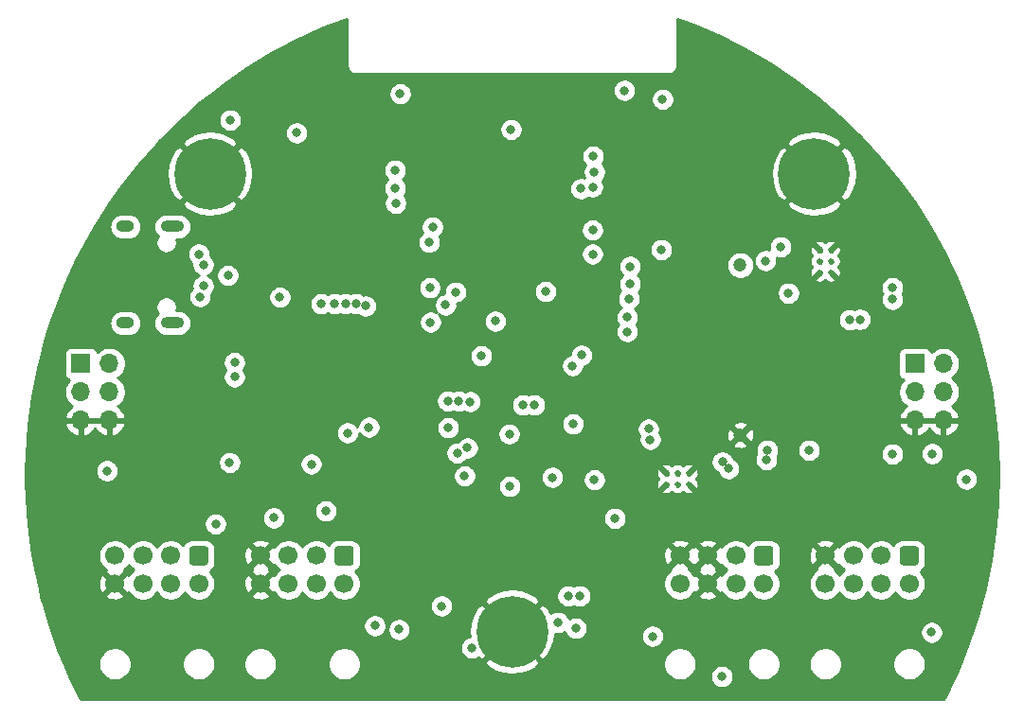
<source format=gbr>
%TF.GenerationSoftware,KiCad,Pcbnew,(5.1.10)-1*%
%TF.CreationDate,2021-07-09T14:19:08-04:00*%
%TF.ProjectId,ControlBoard,436f6e74-726f-46c4-926f-6172642e6b69,rev?*%
%TF.SameCoordinates,Original*%
%TF.FileFunction,Copper,L2,Inr*%
%TF.FilePolarity,Positive*%
%FSLAX46Y46*%
G04 Gerber Fmt 4.6, Leading zero omitted, Abs format (unit mm)*
G04 Created by KiCad (PCBNEW (5.1.10)-1) date 2021-07-09 14:19:08*
%MOMM*%
%LPD*%
G01*
G04 APERTURE LIST*
%TA.AperFunction,ComponentPad*%
%ADD10C,0.800000*%
%TD*%
%TA.AperFunction,ComponentPad*%
%ADD11C,6.400000*%
%TD*%
%TA.AperFunction,ComponentPad*%
%ADD12R,1.700000X1.700000*%
%TD*%
%TA.AperFunction,ComponentPad*%
%ADD13O,1.700000X1.700000*%
%TD*%
%TA.AperFunction,ComponentPad*%
%ADD14C,1.200000*%
%TD*%
%TA.AperFunction,ComponentPad*%
%ADD15C,1.700000*%
%TD*%
%TA.AperFunction,ComponentPad*%
%ADD16O,1.600000X1.000000*%
%TD*%
%TA.AperFunction,ComponentPad*%
%ADD17O,2.100000X1.000000*%
%TD*%
%TA.AperFunction,ComponentPad*%
%ADD18C,0.500000*%
%TD*%
%TA.AperFunction,ViaPad*%
%ADD19C,0.800000*%
%TD*%
%TA.AperFunction,Conductor*%
%ADD20C,0.254000*%
%TD*%
%TA.AperFunction,Conductor*%
%ADD21C,0.100000*%
%TD*%
G04 APERTURE END LIST*
D10*
%TO.N,GND*%
%TO.C,H1*%
X124697056Y-71302944D03*
X123000000Y-70600000D03*
X121302944Y-71302944D03*
X120600000Y-73000000D03*
X121302944Y-74697056D03*
X123000000Y-75400000D03*
X124697056Y-74697056D03*
X125400000Y-73000000D03*
D11*
X123000000Y-73000000D03*
%TD*%
%TO.N,GND*%
%TO.C,H2*%
X177000000Y-73000000D03*
D10*
X179400000Y-73000000D03*
X178697056Y-74697056D03*
X177000000Y-75400000D03*
X175302944Y-74697056D03*
X174600000Y-73000000D03*
X175302944Y-71302944D03*
X177000000Y-70600000D03*
X178697056Y-71302944D03*
%TD*%
D11*
%TO.N,GND*%
%TO.C,H3*%
X150000000Y-114000000D03*
D10*
X152400000Y-114000000D03*
X151697056Y-115697056D03*
X150000000Y-116400000D03*
X148302944Y-115697056D03*
X147600000Y-114000000D03*
X148302944Y-112302944D03*
X150000000Y-111600000D03*
X151697056Y-112302944D03*
%TD*%
D12*
%TO.N,+BATT*%
%TO.C,J2*%
X186000000Y-90000000D03*
D13*
%TO.N,+5_BATT*%
X188540000Y-90000000D03*
%TO.N,+12V*%
X186000000Y-92540000D03*
%TO.N,+3V3*%
X188540000Y-92540000D03*
%TO.N,GND*%
X186000000Y-95080000D03*
X188540000Y-95080000D03*
%TD*%
%TO.N,GND*%
%TO.C,J7*%
X114000000Y-95080000D03*
X111460000Y-95080000D03*
%TO.N,/SENSOR_EXTRA2*%
X114000000Y-92540000D03*
%TO.N,/SENSOR_SCL*%
X111460000Y-92540000D03*
%TO.N,/SENSOR_EXTRA1*%
X114000000Y-90000000D03*
D12*
%TO.N,/SENSOR_SDA*%
X111460000Y-90000000D03*
%TD*%
D14*
%TO.N,Net-(BT1-Pad1)*%
%TO.C,BT1*%
X170400000Y-81200000D03*
%TO.N,GND*%
X170400000Y-96400000D03*
%TD*%
%TO.N,+5_BATT*%
%TO.C,J3*%
%TA.AperFunction,ComponentPad*%
G36*
G01*
X134400000Y-106350000D02*
X135600000Y-106350000D01*
G75*
G02*
X135850000Y-106600000I0J-250000D01*
G01*
X135850000Y-107800000D01*
G75*
G02*
X135600000Y-108050000I-250000J0D01*
G01*
X134400000Y-108050000D01*
G75*
G02*
X134150000Y-107800000I0J250000D01*
G01*
X134150000Y-106600000D01*
G75*
G02*
X134400000Y-106350000I250000J0D01*
G01*
G37*
%TD.AperFunction*%
D15*
%TO.N,/CTD_RX*%
X132500000Y-107200000D03*
%TO.N,/CTD_TX*%
X130000000Y-107200000D03*
%TO.N,GND*%
X127500000Y-107200000D03*
%TO.N,/BEACON+*%
X135000000Y-109700000D03*
%TO.N,Net-(J3-Pad6)*%
X132500000Y-109700000D03*
%TO.N,Net-(J3-Pad7)*%
X130000000Y-109700000D03*
%TO.N,GND*%
X127500000Y-109700000D03*
%TD*%
%TO.N,Net-(J4-Pad1)*%
%TO.C,J4*%
%TA.AperFunction,ComponentPad*%
G36*
G01*
X121400000Y-106350000D02*
X122600000Y-106350000D01*
G75*
G02*
X122850000Y-106600000I0J-250000D01*
G01*
X122850000Y-107800000D01*
G75*
G02*
X122600000Y-108050000I-250000J0D01*
G01*
X121400000Y-108050000D01*
G75*
G02*
X121150000Y-107800000I0J250000D01*
G01*
X121150000Y-106600000D01*
G75*
G02*
X121400000Y-106350000I250000J0D01*
G01*
G37*
%TD.AperFunction*%
%TO.N,/MODEM_RX*%
X119500000Y-107200000D03*
%TO.N,/MODEM_TX*%
X117000000Y-107200000D03*
%TO.N,/MODEM_READY*%
X114500000Y-107200000D03*
%TO.N,+BATT*%
X122000000Y-109700000D03*
%TO.N,Net-(J4-Pad6)*%
X119500000Y-109700000D03*
%TO.N,Net-(J4-Pad7)*%
X117000000Y-109700000D03*
%TO.N,GND*%
X114500000Y-109700000D03*
%TD*%
%TO.N,/LEAK+*%
%TO.C,J5*%
X165000000Y-109700000D03*
%TO.N,GND*%
X167500000Y-109700000D03*
%TO.N,Net-(J5-Pad6)*%
X170000000Y-109700000D03*
%TO.N,Net-(J5-Pad5)*%
X172500000Y-109700000D03*
%TO.N,GND*%
X165000000Y-107200000D03*
X167500000Y-107200000D03*
%TO.N,/RSENSE+*%
X170000000Y-107200000D03*
%TO.N,/RREF+*%
%TA.AperFunction,ComponentPad*%
G36*
G01*
X171900000Y-106350000D02*
X173100000Y-106350000D01*
G75*
G02*
X173350000Y-106600000I0J-250000D01*
G01*
X173350000Y-107800000D01*
G75*
G02*
X173100000Y-108050000I-250000J0D01*
G01*
X171900000Y-108050000D01*
G75*
G02*
X171650000Y-107800000I0J250000D01*
G01*
X171650000Y-106600000D01*
G75*
G02*
X171900000Y-106350000I250000J0D01*
G01*
G37*
%TD.AperFunction*%
%TD*%
%TO.N,/SOL_OUT*%
%TO.C,J6*%
X178000000Y-109700000D03*
%TO.N,/MOTOR_EN*%
X180500000Y-109700000D03*
%TO.N,/MOTOR_DIR*%
X183000000Y-109700000D03*
%TO.N,/MOTOR_SPEED*%
X185500000Y-109700000D03*
%TO.N,GND*%
X178000000Y-107200000D03*
%TO.N,/BATT_SDA*%
X180500000Y-107200000D03*
%TO.N,/BATT_SCL*%
X183000000Y-107200000D03*
%TO.N,+BATT*%
%TA.AperFunction,ComponentPad*%
G36*
G01*
X184900000Y-106350000D02*
X186100000Y-106350000D01*
G75*
G02*
X186350000Y-106600000I0J-250000D01*
G01*
X186350000Y-107800000D01*
G75*
G02*
X186100000Y-108050000I-250000J0D01*
G01*
X184900000Y-108050000D01*
G75*
G02*
X184650000Y-107800000I0J250000D01*
G01*
X184650000Y-106600000D01*
G75*
G02*
X184900000Y-106350000I250000J0D01*
G01*
G37*
%TD.AperFunction*%
%TD*%
D16*
%TO.N,Net-(C42-Pad2)*%
%TO.C,J8*%
X115450000Y-86370000D03*
X115450000Y-77730000D03*
D17*
X119630000Y-77730000D03*
X119630000Y-86370000D03*
%TD*%
D18*
%TO.N,GND*%
%TO.C,U2*%
X178500000Y-81850000D03*
X177500000Y-81850000D03*
X178500000Y-80850000D03*
X177500000Y-80850000D03*
X178500000Y-79850000D03*
X177500000Y-79850000D03*
%TD*%
%TO.N,GND*%
%TO.C,U6*%
X163790000Y-100810000D03*
X163790000Y-99810000D03*
X164790000Y-100810000D03*
X164790000Y-99810000D03*
X165790000Y-100810000D03*
X165790000Y-99810000D03*
%TD*%
D19*
%TO.N,GND*%
X177900000Y-93550000D03*
X177900000Y-92600000D03*
X177900000Y-91650000D03*
X122150000Y-98950000D03*
X147700000Y-69050000D03*
X132800000Y-100100000D03*
X140400000Y-90300000D03*
X138650000Y-98300000D03*
X142450000Y-98300000D03*
X131400000Y-87500000D03*
X128700000Y-87650000D03*
X126600000Y-67800000D03*
X131700000Y-104400000D03*
X146900000Y-95400000D03*
X153700000Y-95350000D03*
X130500000Y-90700000D03*
X146600000Y-85200000D03*
X154300000Y-85250000D03*
X144700000Y-66750000D03*
X155550000Y-64500000D03*
X133950000Y-62450000D03*
X130250000Y-62450000D03*
X136950000Y-68550000D03*
X136300000Y-81000000D03*
X138700000Y-84225000D03*
X149600000Y-102800000D03*
X166200000Y-61700000D03*
X168300000Y-64750000D03*
X188700000Y-83200000D03*
X170350000Y-88850000D03*
X116850000Y-82150000D03*
X119050000Y-92300000D03*
X180150000Y-99600000D03*
X154850000Y-75350000D03*
X154350000Y-72200000D03*
X155150000Y-101100000D03*
X155900000Y-102350000D03*
X162450000Y-113050000D03*
X179400000Y-92600000D03*
X176700000Y-83300000D03*
X179400000Y-91650000D03*
X179400000Y-93550000D03*
X180900000Y-91650000D03*
X180900000Y-93550000D03*
X180900000Y-92600000D03*
X182500000Y-85700000D03*
X136675000Y-73575000D03*
X140400000Y-116775000D03*
X156475000Y-116900000D03*
X175150000Y-117075000D03*
%TO.N,+3V3*%
X113800000Y-99600000D03*
X149750000Y-96300000D03*
X155450000Y-95400000D03*
X135300000Y-96200000D03*
X184000000Y-83200000D03*
X184000000Y-84250000D03*
%TO.N,+5V*%
X169350000Y-99400000D03*
X168798848Y-98801152D03*
X181100000Y-86050000D03*
X180175000Y-86075000D03*
%TO.N,+BATT*%
X168750000Y-118000000D03*
X155000000Y-110800000D03*
X156050000Y-110800000D03*
%TO.N,+12V*%
X155700000Y-113700000D03*
X146400000Y-115450000D03*
X143700000Y-111700000D03*
X139900000Y-113800000D03*
X187500000Y-114050000D03*
X162550000Y-114400000D03*
%TO.N,/SENSOR_SCL*%
X124802558Y-68201380D03*
%TO.N,/EN*%
X160050000Y-65550000D03*
X130750000Y-69350000D03*
%TO.N,+1V8*%
X133350000Y-103200000D03*
X123500000Y-104350000D03*
X128700000Y-103800000D03*
X124750000Y-98850000D03*
X132050000Y-99000000D03*
%TO.N,/USB_D+*%
X152000000Y-93700000D03*
%TO.N,/USB_D-*%
X150950000Y-93700000D03*
%TO.N,VBUS*%
X149800000Y-101000000D03*
X129250000Y-84050000D03*
%TO.N,Net-(C35-Pad2)*%
X187550000Y-98075000D03*
X184000000Y-98100000D03*
%TO.N,Net-(C36-Pad2)*%
X190600000Y-100350000D03*
X176550000Y-97750000D03*
%TO.N,Net-(C39-Pad1)*%
X157350000Y-100400000D03*
X153600000Y-100175000D03*
%TO.N,Net-(C40-Pad1)*%
X159200000Y-103850000D03*
X145750000Y-100050000D03*
%TO.N,/CTD_RX*%
X136900000Y-84850000D03*
X142600002Y-79150000D03*
%TO.N,/CTD_TX*%
X136050000Y-84650000D03*
X142900515Y-77775210D03*
%TO.N,/MODEM_READY*%
X132950000Y-84650000D03*
X139550000Y-72700000D03*
%TO.N,/MODEM_RX*%
X135100000Y-84650000D03*
X139600000Y-75650000D03*
%TO.N,/MODEM_TX*%
X134100000Y-84650000D03*
X139550000Y-74300000D03*
%TO.N,/RSENSE+*%
X155400000Y-90200000D03*
%TO.N,/RREF+*%
X156200000Y-89250000D03*
%TO.N,/MOTOR_SPEED*%
X160300000Y-87150000D03*
%TO.N,/BATT_SDA*%
X160550000Y-82850000D03*
%TO.N,/MOTOR_DIR*%
X160300000Y-85850000D03*
%TO.N,/BATT_SCL*%
X160550000Y-81300000D03*
%TO.N,/MOTOR_EN*%
X160450000Y-84200000D03*
%TO.N,/D+*%
X122400000Y-83050000D03*
%TO.N,Net-(J8-PadB5)*%
X122117834Y-84009367D03*
%TO.N,/D-*%
X122400000Y-81150000D03*
%TO.N,Net-(J8-PadA5)*%
X122000000Y-80200000D03*
%TO.N,/SD_DATA1*%
X157250000Y-71450000D03*
%TO.N,/SD_DATA0*%
X157350000Y-72850000D03*
%TO.N,/SD_CLK*%
X157200000Y-74200000D03*
%TO.N,/SD_CMD*%
X156150000Y-74350000D03*
%TO.N,/SD_CD*%
X157200000Y-80200000D03*
%TO.N,/SD_DATA2*%
X157200000Y-78050000D03*
%TO.N,/LEAK_DET*%
X148500000Y-86200000D03*
%TO.N,/SOL_EN*%
X154100000Y-113150000D03*
X144300000Y-95750000D03*
X144250000Y-93350000D03*
X142700000Y-86300000D03*
%TO.N,/BEACON_EN*%
X137200000Y-95700000D03*
X137737347Y-113462653D03*
%TO.N,Net-(BT1-Pad1)*%
X174700000Y-83700000D03*
%TO.N,Net-(C44-Pad1)*%
X124600000Y-82100000D03*
%TO.N,+3.3BCKP*%
X174000000Y-79550000D03*
X153000000Y-83550000D03*
X144950000Y-83600000D03*
X149900000Y-69050000D03*
X140000000Y-65850000D03*
X172650000Y-80800000D03*
X125200000Y-89900000D03*
X125200000Y-91200000D03*
X163450000Y-66350000D03*
X147250000Y-89300000D03*
X163350000Y-79800000D03*
%TO.N,+5_BATT*%
X162350000Y-96800000D03*
X162200000Y-95850000D03*
X172800000Y-97750000D03*
X172750000Y-98600000D03*
%TO.N,/BME_SDA*%
X142650000Y-83200000D03*
X145250003Y-93350000D03*
X145100000Y-98000000D03*
%TO.N,/BME_SCL*%
X144050000Y-84750000D03*
X146248466Y-93405470D03*
X146000000Y-97550000D03*
%TD*%
D20*
%TO.N,GND*%
X135260264Y-63386104D02*
X135270899Y-63494084D01*
X135312927Y-63632632D01*
X135381177Y-63760319D01*
X135473026Y-63872237D01*
X135584944Y-63964087D01*
X135712631Y-64032337D01*
X135851179Y-64074365D01*
X135995264Y-64088556D01*
X136031369Y-64085000D01*
X163968631Y-64085000D01*
X164004736Y-64088556D01*
X164148820Y-64074365D01*
X164287368Y-64032337D01*
X164415055Y-63964087D01*
X164526973Y-63872238D01*
X164618823Y-63760320D01*
X164687073Y-63632633D01*
X164729101Y-63494085D01*
X164739736Y-63386105D01*
X164739736Y-59130424D01*
X166192422Y-59664116D01*
X168556104Y-60695432D01*
X170854457Y-61865112D01*
X173079385Y-63169034D01*
X175223072Y-64602618D01*
X177277966Y-66160812D01*
X179236828Y-67838129D01*
X181092773Y-69628674D01*
X182839257Y-71526131D01*
X184470139Y-73523830D01*
X185979673Y-75614733D01*
X187362539Y-77791473D01*
X188613885Y-80046405D01*
X189729284Y-82371556D01*
X190704840Y-84758804D01*
X191537091Y-87199682D01*
X192223119Y-89685626D01*
X192760508Y-92207886D01*
X193147363Y-94757567D01*
X193382327Y-97325717D01*
X193464568Y-99903269D01*
X193393800Y-102481157D01*
X193170270Y-105050324D01*
X192794766Y-107601709D01*
X192268611Y-110126331D01*
X191593653Y-112615311D01*
X190772273Y-115059874D01*
X189807369Y-117451403D01*
X188699015Y-119788488D01*
X188554627Y-120065000D01*
X111455964Y-120065000D01*
X110503267Y-118143490D01*
X109905663Y-116733740D01*
X113015000Y-116733740D01*
X113015000Y-117026260D01*
X113072068Y-117313158D01*
X113184010Y-117583411D01*
X113346525Y-117826632D01*
X113553368Y-118033475D01*
X113796589Y-118195990D01*
X114066842Y-118307932D01*
X114353740Y-118365000D01*
X114646260Y-118365000D01*
X114933158Y-118307932D01*
X115203411Y-118195990D01*
X115446632Y-118033475D01*
X115653475Y-117826632D01*
X115815990Y-117583411D01*
X115927932Y-117313158D01*
X115985000Y-117026260D01*
X115985000Y-116733740D01*
X120515000Y-116733740D01*
X120515000Y-117026260D01*
X120572068Y-117313158D01*
X120684010Y-117583411D01*
X120846525Y-117826632D01*
X121053368Y-118033475D01*
X121296589Y-118195990D01*
X121566842Y-118307932D01*
X121853740Y-118365000D01*
X122146260Y-118365000D01*
X122433158Y-118307932D01*
X122703411Y-118195990D01*
X122946632Y-118033475D01*
X123153475Y-117826632D01*
X123315990Y-117583411D01*
X123427932Y-117313158D01*
X123485000Y-117026260D01*
X123485000Y-116733740D01*
X126015000Y-116733740D01*
X126015000Y-117026260D01*
X126072068Y-117313158D01*
X126184010Y-117583411D01*
X126346525Y-117826632D01*
X126553368Y-118033475D01*
X126796589Y-118195990D01*
X127066842Y-118307932D01*
X127353740Y-118365000D01*
X127646260Y-118365000D01*
X127933158Y-118307932D01*
X128203411Y-118195990D01*
X128446632Y-118033475D01*
X128653475Y-117826632D01*
X128815990Y-117583411D01*
X128927932Y-117313158D01*
X128985000Y-117026260D01*
X128985000Y-116733740D01*
X133515000Y-116733740D01*
X133515000Y-117026260D01*
X133572068Y-117313158D01*
X133684010Y-117583411D01*
X133846525Y-117826632D01*
X134053368Y-118033475D01*
X134296589Y-118195990D01*
X134566842Y-118307932D01*
X134853740Y-118365000D01*
X135146260Y-118365000D01*
X135433158Y-118307932D01*
X135703411Y-118195990D01*
X135946632Y-118033475D01*
X136153475Y-117826632D01*
X136315990Y-117583411D01*
X136427932Y-117313158D01*
X136485000Y-117026260D01*
X136485000Y-116733740D01*
X136478464Y-116700881D01*
X147478724Y-116700881D01*
X147838912Y-117190548D01*
X148502882Y-117550849D01*
X149224385Y-117774694D01*
X149975695Y-117853480D01*
X150727938Y-117784178D01*
X151452208Y-117569452D01*
X152120670Y-117217555D01*
X152161088Y-117190548D01*
X152497105Y-116733740D01*
X163515000Y-116733740D01*
X163515000Y-117026260D01*
X163572068Y-117313158D01*
X163684010Y-117583411D01*
X163846525Y-117826632D01*
X164053368Y-118033475D01*
X164296589Y-118195990D01*
X164566842Y-118307932D01*
X164853740Y-118365000D01*
X165146260Y-118365000D01*
X165433158Y-118307932D01*
X165703411Y-118195990D01*
X165946632Y-118033475D01*
X166082046Y-117898061D01*
X167715000Y-117898061D01*
X167715000Y-118101939D01*
X167754774Y-118301898D01*
X167832795Y-118490256D01*
X167946063Y-118659774D01*
X168090226Y-118803937D01*
X168259744Y-118917205D01*
X168448102Y-118995226D01*
X168648061Y-119035000D01*
X168851939Y-119035000D01*
X169051898Y-118995226D01*
X169240256Y-118917205D01*
X169409774Y-118803937D01*
X169553937Y-118659774D01*
X169667205Y-118490256D01*
X169745226Y-118301898D01*
X169785000Y-118101939D01*
X169785000Y-117898061D01*
X169745226Y-117698102D01*
X169667205Y-117509744D01*
X169553937Y-117340226D01*
X169409774Y-117196063D01*
X169240256Y-117082795D01*
X169051898Y-117004774D01*
X168851939Y-116965000D01*
X168648061Y-116965000D01*
X168448102Y-117004774D01*
X168259744Y-117082795D01*
X168090226Y-117196063D01*
X167946063Y-117340226D01*
X167832795Y-117509744D01*
X167754774Y-117698102D01*
X167715000Y-117898061D01*
X166082046Y-117898061D01*
X166153475Y-117826632D01*
X166315990Y-117583411D01*
X166427932Y-117313158D01*
X166485000Y-117026260D01*
X166485000Y-116733740D01*
X171015000Y-116733740D01*
X171015000Y-117026260D01*
X171072068Y-117313158D01*
X171184010Y-117583411D01*
X171346525Y-117826632D01*
X171553368Y-118033475D01*
X171796589Y-118195990D01*
X172066842Y-118307932D01*
X172353740Y-118365000D01*
X172646260Y-118365000D01*
X172933158Y-118307932D01*
X173203411Y-118195990D01*
X173446632Y-118033475D01*
X173653475Y-117826632D01*
X173815990Y-117583411D01*
X173927932Y-117313158D01*
X173985000Y-117026260D01*
X173985000Y-116733740D01*
X176515000Y-116733740D01*
X176515000Y-117026260D01*
X176572068Y-117313158D01*
X176684010Y-117583411D01*
X176846525Y-117826632D01*
X177053368Y-118033475D01*
X177296589Y-118195990D01*
X177566842Y-118307932D01*
X177853740Y-118365000D01*
X178146260Y-118365000D01*
X178433158Y-118307932D01*
X178703411Y-118195990D01*
X178946632Y-118033475D01*
X179153475Y-117826632D01*
X179315990Y-117583411D01*
X179427932Y-117313158D01*
X179485000Y-117026260D01*
X179485000Y-116733740D01*
X184015000Y-116733740D01*
X184015000Y-117026260D01*
X184072068Y-117313158D01*
X184184010Y-117583411D01*
X184346525Y-117826632D01*
X184553368Y-118033475D01*
X184796589Y-118195990D01*
X185066842Y-118307932D01*
X185353740Y-118365000D01*
X185646260Y-118365000D01*
X185933158Y-118307932D01*
X186203411Y-118195990D01*
X186446632Y-118033475D01*
X186653475Y-117826632D01*
X186815990Y-117583411D01*
X186927932Y-117313158D01*
X186985000Y-117026260D01*
X186985000Y-116733740D01*
X186927932Y-116446842D01*
X186815990Y-116176589D01*
X186653475Y-115933368D01*
X186446632Y-115726525D01*
X186203411Y-115564010D01*
X185933158Y-115452068D01*
X185646260Y-115395000D01*
X185353740Y-115395000D01*
X185066842Y-115452068D01*
X184796589Y-115564010D01*
X184553368Y-115726525D01*
X184346525Y-115933368D01*
X184184010Y-116176589D01*
X184072068Y-116446842D01*
X184015000Y-116733740D01*
X179485000Y-116733740D01*
X179427932Y-116446842D01*
X179315990Y-116176589D01*
X179153475Y-115933368D01*
X178946632Y-115726525D01*
X178703411Y-115564010D01*
X178433158Y-115452068D01*
X178146260Y-115395000D01*
X177853740Y-115395000D01*
X177566842Y-115452068D01*
X177296589Y-115564010D01*
X177053368Y-115726525D01*
X176846525Y-115933368D01*
X176684010Y-116176589D01*
X176572068Y-116446842D01*
X176515000Y-116733740D01*
X173985000Y-116733740D01*
X173927932Y-116446842D01*
X173815990Y-116176589D01*
X173653475Y-115933368D01*
X173446632Y-115726525D01*
X173203411Y-115564010D01*
X172933158Y-115452068D01*
X172646260Y-115395000D01*
X172353740Y-115395000D01*
X172066842Y-115452068D01*
X171796589Y-115564010D01*
X171553368Y-115726525D01*
X171346525Y-115933368D01*
X171184010Y-116176589D01*
X171072068Y-116446842D01*
X171015000Y-116733740D01*
X166485000Y-116733740D01*
X166427932Y-116446842D01*
X166315990Y-116176589D01*
X166153475Y-115933368D01*
X165946632Y-115726525D01*
X165703411Y-115564010D01*
X165433158Y-115452068D01*
X165146260Y-115395000D01*
X164853740Y-115395000D01*
X164566842Y-115452068D01*
X164296589Y-115564010D01*
X164053368Y-115726525D01*
X163846525Y-115933368D01*
X163684010Y-116176589D01*
X163572068Y-116446842D01*
X163515000Y-116733740D01*
X152497105Y-116733740D01*
X152521276Y-116700881D01*
X150000000Y-114179605D01*
X147478724Y-116700881D01*
X136478464Y-116700881D01*
X136427932Y-116446842D01*
X136315990Y-116176589D01*
X136153475Y-115933368D01*
X135946632Y-115726525D01*
X135703411Y-115564010D01*
X135433158Y-115452068D01*
X135146260Y-115395000D01*
X134853740Y-115395000D01*
X134566842Y-115452068D01*
X134296589Y-115564010D01*
X134053368Y-115726525D01*
X133846525Y-115933368D01*
X133684010Y-116176589D01*
X133572068Y-116446842D01*
X133515000Y-116733740D01*
X128985000Y-116733740D01*
X128927932Y-116446842D01*
X128815990Y-116176589D01*
X128653475Y-115933368D01*
X128446632Y-115726525D01*
X128203411Y-115564010D01*
X127933158Y-115452068D01*
X127646260Y-115395000D01*
X127353740Y-115395000D01*
X127066842Y-115452068D01*
X126796589Y-115564010D01*
X126553368Y-115726525D01*
X126346525Y-115933368D01*
X126184010Y-116176589D01*
X126072068Y-116446842D01*
X126015000Y-116733740D01*
X123485000Y-116733740D01*
X123427932Y-116446842D01*
X123315990Y-116176589D01*
X123153475Y-115933368D01*
X122946632Y-115726525D01*
X122703411Y-115564010D01*
X122433158Y-115452068D01*
X122146260Y-115395000D01*
X121853740Y-115395000D01*
X121566842Y-115452068D01*
X121296589Y-115564010D01*
X121053368Y-115726525D01*
X120846525Y-115933368D01*
X120684010Y-116176589D01*
X120572068Y-116446842D01*
X120515000Y-116733740D01*
X115985000Y-116733740D01*
X115927932Y-116446842D01*
X115815990Y-116176589D01*
X115653475Y-115933368D01*
X115446632Y-115726525D01*
X115203411Y-115564010D01*
X114933158Y-115452068D01*
X114646260Y-115395000D01*
X114353740Y-115395000D01*
X114066842Y-115452068D01*
X113796589Y-115564010D01*
X113553368Y-115726525D01*
X113346525Y-115933368D01*
X113184010Y-116176589D01*
X113072068Y-116446842D01*
X113015000Y-116733740D01*
X109905663Y-116733740D01*
X109496768Y-115769156D01*
X109347051Y-115348061D01*
X145365000Y-115348061D01*
X145365000Y-115551939D01*
X145404774Y-115751898D01*
X145482795Y-115940256D01*
X145596063Y-116109774D01*
X145740226Y-116253937D01*
X145909744Y-116367205D01*
X146098102Y-116445226D01*
X146298061Y-116485000D01*
X146501939Y-116485000D01*
X146701898Y-116445226D01*
X146890256Y-116367205D01*
X146994747Y-116297387D01*
X147299119Y-116521276D01*
X149820395Y-114000000D01*
X150179605Y-114000000D01*
X152700881Y-116521276D01*
X153190548Y-116161088D01*
X153550849Y-115497118D01*
X153774694Y-114775615D01*
X153839927Y-114153545D01*
X153998061Y-114185000D01*
X154201939Y-114185000D01*
X154401898Y-114145226D01*
X154590256Y-114067205D01*
X154702806Y-113992002D01*
X154704774Y-114001898D01*
X154782795Y-114190256D01*
X154896063Y-114359774D01*
X155040226Y-114503937D01*
X155209744Y-114617205D01*
X155398102Y-114695226D01*
X155598061Y-114735000D01*
X155801939Y-114735000D01*
X156001898Y-114695226D01*
X156190256Y-114617205D01*
X156359774Y-114503937D01*
X156503937Y-114359774D01*
X156545172Y-114298061D01*
X161515000Y-114298061D01*
X161515000Y-114501939D01*
X161554774Y-114701898D01*
X161632795Y-114890256D01*
X161746063Y-115059774D01*
X161890226Y-115203937D01*
X162059744Y-115317205D01*
X162248102Y-115395226D01*
X162448061Y-115435000D01*
X162651939Y-115435000D01*
X162851898Y-115395226D01*
X163040256Y-115317205D01*
X163209774Y-115203937D01*
X163353937Y-115059774D01*
X163467205Y-114890256D01*
X163545226Y-114701898D01*
X163585000Y-114501939D01*
X163585000Y-114298061D01*
X163545226Y-114098102D01*
X163483077Y-113948061D01*
X186465000Y-113948061D01*
X186465000Y-114151939D01*
X186504774Y-114351898D01*
X186582795Y-114540256D01*
X186696063Y-114709774D01*
X186840226Y-114853937D01*
X187009744Y-114967205D01*
X187198102Y-115045226D01*
X187398061Y-115085000D01*
X187601939Y-115085000D01*
X187801898Y-115045226D01*
X187990256Y-114967205D01*
X188159774Y-114853937D01*
X188303937Y-114709774D01*
X188417205Y-114540256D01*
X188495226Y-114351898D01*
X188535000Y-114151939D01*
X188535000Y-113948061D01*
X188495226Y-113748102D01*
X188417205Y-113559744D01*
X188303937Y-113390226D01*
X188159774Y-113246063D01*
X187990256Y-113132795D01*
X187801898Y-113054774D01*
X187601939Y-113015000D01*
X187398061Y-113015000D01*
X187198102Y-113054774D01*
X187009744Y-113132795D01*
X186840226Y-113246063D01*
X186696063Y-113390226D01*
X186582795Y-113559744D01*
X186504774Y-113748102D01*
X186465000Y-113948061D01*
X163483077Y-113948061D01*
X163467205Y-113909744D01*
X163353937Y-113740226D01*
X163209774Y-113596063D01*
X163040256Y-113482795D01*
X162851898Y-113404774D01*
X162651939Y-113365000D01*
X162448061Y-113365000D01*
X162248102Y-113404774D01*
X162059744Y-113482795D01*
X161890226Y-113596063D01*
X161746063Y-113740226D01*
X161632795Y-113909744D01*
X161554774Y-114098102D01*
X161515000Y-114298061D01*
X156545172Y-114298061D01*
X156617205Y-114190256D01*
X156695226Y-114001898D01*
X156735000Y-113801939D01*
X156735000Y-113598061D01*
X156695226Y-113398102D01*
X156617205Y-113209744D01*
X156503937Y-113040226D01*
X156359774Y-112896063D01*
X156190256Y-112782795D01*
X156001898Y-112704774D01*
X155801939Y-112665000D01*
X155598061Y-112665000D01*
X155398102Y-112704774D01*
X155209744Y-112782795D01*
X155097194Y-112857998D01*
X155095226Y-112848102D01*
X155017205Y-112659744D01*
X154903937Y-112490226D01*
X154759774Y-112346063D01*
X154590256Y-112232795D01*
X154401898Y-112154774D01*
X154201939Y-112115000D01*
X153998061Y-112115000D01*
X153798102Y-112154774D01*
X153609744Y-112232795D01*
X153457263Y-112334679D01*
X153217555Y-111879330D01*
X153190548Y-111838912D01*
X152700881Y-111478724D01*
X150179605Y-114000000D01*
X149820395Y-114000000D01*
X147299119Y-111478724D01*
X146809452Y-111838912D01*
X146449151Y-112502882D01*
X146225306Y-113224385D01*
X146146520Y-113975695D01*
X146188991Y-114436695D01*
X146098102Y-114454774D01*
X145909744Y-114532795D01*
X145740226Y-114646063D01*
X145596063Y-114790226D01*
X145482795Y-114959744D01*
X145404774Y-115148102D01*
X145365000Y-115348061D01*
X109347051Y-115348061D01*
X108640464Y-113360714D01*
X136702347Y-113360714D01*
X136702347Y-113564592D01*
X136742121Y-113764551D01*
X136820142Y-113952909D01*
X136933410Y-114122427D01*
X137077573Y-114266590D01*
X137247091Y-114379858D01*
X137435449Y-114457879D01*
X137635408Y-114497653D01*
X137839286Y-114497653D01*
X138039245Y-114457879D01*
X138227603Y-114379858D01*
X138397121Y-114266590D01*
X138541284Y-114122427D01*
X138654552Y-113952909D01*
X138732573Y-113764551D01*
X138745798Y-113698061D01*
X138865000Y-113698061D01*
X138865000Y-113901939D01*
X138904774Y-114101898D01*
X138982795Y-114290256D01*
X139096063Y-114459774D01*
X139240226Y-114603937D01*
X139409744Y-114717205D01*
X139598102Y-114795226D01*
X139798061Y-114835000D01*
X140001939Y-114835000D01*
X140201898Y-114795226D01*
X140390256Y-114717205D01*
X140559774Y-114603937D01*
X140703937Y-114459774D01*
X140817205Y-114290256D01*
X140895226Y-114101898D01*
X140935000Y-113901939D01*
X140935000Y-113698061D01*
X140895226Y-113498102D01*
X140817205Y-113309744D01*
X140703937Y-113140226D01*
X140559774Y-112996063D01*
X140390256Y-112882795D01*
X140201898Y-112804774D01*
X140001939Y-112765000D01*
X139798061Y-112765000D01*
X139598102Y-112804774D01*
X139409744Y-112882795D01*
X139240226Y-112996063D01*
X139096063Y-113140226D01*
X138982795Y-113309744D01*
X138904774Y-113498102D01*
X138865000Y-113698061D01*
X138745798Y-113698061D01*
X138772347Y-113564592D01*
X138772347Y-113360714D01*
X138732573Y-113160755D01*
X138654552Y-112972397D01*
X138541284Y-112802879D01*
X138397121Y-112658716D01*
X138227603Y-112545448D01*
X138039245Y-112467427D01*
X137839286Y-112427653D01*
X137635408Y-112427653D01*
X137435449Y-112467427D01*
X137247091Y-112545448D01*
X137077573Y-112658716D01*
X136933410Y-112802879D01*
X136820142Y-112972397D01*
X136742121Y-113160755D01*
X136702347Y-113360714D01*
X108640464Y-113360714D01*
X108632844Y-113339283D01*
X108127879Y-111598061D01*
X142665000Y-111598061D01*
X142665000Y-111801939D01*
X142704774Y-112001898D01*
X142782795Y-112190256D01*
X142896063Y-112359774D01*
X143040226Y-112503937D01*
X143209744Y-112617205D01*
X143398102Y-112695226D01*
X143598061Y-112735000D01*
X143801939Y-112735000D01*
X144001898Y-112695226D01*
X144190256Y-112617205D01*
X144359774Y-112503937D01*
X144503937Y-112359774D01*
X144617205Y-112190256D01*
X144695226Y-112001898D01*
X144735000Y-111801939D01*
X144735000Y-111598061D01*
X144695226Y-111398102D01*
X144654226Y-111299119D01*
X147478724Y-111299119D01*
X150000000Y-113820395D01*
X152521276Y-111299119D01*
X152161088Y-110809452D01*
X151955815Y-110698061D01*
X153965000Y-110698061D01*
X153965000Y-110901939D01*
X154004774Y-111101898D01*
X154082795Y-111290256D01*
X154196063Y-111459774D01*
X154340226Y-111603937D01*
X154509744Y-111717205D01*
X154698102Y-111795226D01*
X154898061Y-111835000D01*
X155101939Y-111835000D01*
X155301898Y-111795226D01*
X155490256Y-111717205D01*
X155525000Y-111693990D01*
X155559744Y-111717205D01*
X155748102Y-111795226D01*
X155948061Y-111835000D01*
X156151939Y-111835000D01*
X156351898Y-111795226D01*
X156540256Y-111717205D01*
X156709774Y-111603937D01*
X156853937Y-111459774D01*
X156967205Y-111290256D01*
X157045226Y-111101898D01*
X157085000Y-110901939D01*
X157085000Y-110698061D01*
X157045226Y-110498102D01*
X156967205Y-110309744D01*
X156853937Y-110140226D01*
X156709774Y-109996063D01*
X156540256Y-109882795D01*
X156351898Y-109804774D01*
X156151939Y-109765000D01*
X155948061Y-109765000D01*
X155748102Y-109804774D01*
X155559744Y-109882795D01*
X155525000Y-109906010D01*
X155490256Y-109882795D01*
X155301898Y-109804774D01*
X155101939Y-109765000D01*
X154898061Y-109765000D01*
X154698102Y-109804774D01*
X154509744Y-109882795D01*
X154340226Y-109996063D01*
X154196063Y-110140226D01*
X154082795Y-110309744D01*
X154004774Y-110498102D01*
X153965000Y-110698061D01*
X151955815Y-110698061D01*
X151497118Y-110449151D01*
X150775615Y-110225306D01*
X150024305Y-110146520D01*
X149272062Y-110215822D01*
X148547792Y-110430548D01*
X147879330Y-110782445D01*
X147838912Y-110809452D01*
X147478724Y-111299119D01*
X144654226Y-111299119D01*
X144617205Y-111209744D01*
X144503937Y-111040226D01*
X144359774Y-110896063D01*
X144190256Y-110782795D01*
X144001898Y-110704774D01*
X143801939Y-110665000D01*
X143598061Y-110665000D01*
X143398102Y-110704774D01*
X143209744Y-110782795D01*
X143040226Y-110896063D01*
X142896063Y-111040226D01*
X142782795Y-111209744D01*
X142704774Y-111398102D01*
X142665000Y-111598061D01*
X108127879Y-111598061D01*
X107914556Y-110862481D01*
X107884161Y-110728397D01*
X113651208Y-110728397D01*
X113728843Y-110977472D01*
X113992883Y-111103371D01*
X114276411Y-111175339D01*
X114568531Y-111190611D01*
X114858019Y-111148599D01*
X115133747Y-111050919D01*
X115271157Y-110977472D01*
X115348792Y-110728397D01*
X114500000Y-109879605D01*
X113651208Y-110728397D01*
X107884161Y-110728397D01*
X107666570Y-109768531D01*
X113009389Y-109768531D01*
X113051401Y-110058019D01*
X113149081Y-110333747D01*
X113222528Y-110471157D01*
X113471603Y-110548792D01*
X114320395Y-109700000D01*
X113471603Y-108851208D01*
X113222528Y-108928843D01*
X113096629Y-109192883D01*
X113024661Y-109476411D01*
X113009389Y-109768531D01*
X107666570Y-109768531D01*
X107344418Y-108347418D01*
X107130890Y-107053740D01*
X113015000Y-107053740D01*
X113015000Y-107346260D01*
X113072068Y-107633158D01*
X113184010Y-107903411D01*
X113346525Y-108146632D01*
X113553368Y-108353475D01*
X113716410Y-108462416D01*
X113651208Y-108671603D01*
X114500000Y-109520395D01*
X115348792Y-108671603D01*
X115283590Y-108462416D01*
X115446632Y-108353475D01*
X115653475Y-108146632D01*
X115750000Y-108002172D01*
X115846525Y-108146632D01*
X116053368Y-108353475D01*
X116197828Y-108450000D01*
X116053368Y-108546525D01*
X115846525Y-108753368D01*
X115737584Y-108916410D01*
X115528397Y-108851208D01*
X114679605Y-109700000D01*
X115528397Y-110548792D01*
X115737584Y-110483590D01*
X115846525Y-110646632D01*
X116053368Y-110853475D01*
X116296589Y-111015990D01*
X116566842Y-111127932D01*
X116853740Y-111185000D01*
X117146260Y-111185000D01*
X117433158Y-111127932D01*
X117703411Y-111015990D01*
X117946632Y-110853475D01*
X118153475Y-110646632D01*
X118250000Y-110502172D01*
X118346525Y-110646632D01*
X118553368Y-110853475D01*
X118796589Y-111015990D01*
X119066842Y-111127932D01*
X119353740Y-111185000D01*
X119646260Y-111185000D01*
X119933158Y-111127932D01*
X120203411Y-111015990D01*
X120446632Y-110853475D01*
X120653475Y-110646632D01*
X120750000Y-110502172D01*
X120846525Y-110646632D01*
X121053368Y-110853475D01*
X121296589Y-111015990D01*
X121566842Y-111127932D01*
X121853740Y-111185000D01*
X122146260Y-111185000D01*
X122433158Y-111127932D01*
X122703411Y-111015990D01*
X122946632Y-110853475D01*
X123071710Y-110728397D01*
X126651208Y-110728397D01*
X126728843Y-110977472D01*
X126992883Y-111103371D01*
X127276411Y-111175339D01*
X127568531Y-111190611D01*
X127858019Y-111148599D01*
X128133747Y-111050919D01*
X128271157Y-110977472D01*
X128348792Y-110728397D01*
X127500000Y-109879605D01*
X126651208Y-110728397D01*
X123071710Y-110728397D01*
X123153475Y-110646632D01*
X123315990Y-110403411D01*
X123427932Y-110133158D01*
X123485000Y-109846260D01*
X123485000Y-109768531D01*
X126009389Y-109768531D01*
X126051401Y-110058019D01*
X126149081Y-110333747D01*
X126222528Y-110471157D01*
X126471603Y-110548792D01*
X127320395Y-109700000D01*
X126471603Y-108851208D01*
X126222528Y-108928843D01*
X126096629Y-109192883D01*
X126024661Y-109476411D01*
X126009389Y-109768531D01*
X123485000Y-109768531D01*
X123485000Y-109553740D01*
X123427932Y-109266842D01*
X123315990Y-108996589D01*
X123153475Y-108753368D01*
X122992459Y-108592352D01*
X123093386Y-108538405D01*
X123227962Y-108427962D01*
X123338405Y-108293386D01*
X123373142Y-108228397D01*
X126651208Y-108228397D01*
X126720280Y-108450000D01*
X126651208Y-108671603D01*
X127500000Y-109520395D01*
X128348792Y-108671603D01*
X128279720Y-108450000D01*
X128348792Y-108228397D01*
X127500000Y-107379605D01*
X126651208Y-108228397D01*
X123373142Y-108228397D01*
X123420472Y-108139850D01*
X123471008Y-107973254D01*
X123488072Y-107800000D01*
X123488072Y-107268531D01*
X126009389Y-107268531D01*
X126051401Y-107558019D01*
X126149081Y-107833747D01*
X126222528Y-107971157D01*
X126471603Y-108048792D01*
X127320395Y-107200000D01*
X127679605Y-107200000D01*
X128528397Y-108048792D01*
X128737584Y-107983590D01*
X128846525Y-108146632D01*
X129053368Y-108353475D01*
X129197828Y-108450000D01*
X129053368Y-108546525D01*
X128846525Y-108753368D01*
X128737584Y-108916410D01*
X128528397Y-108851208D01*
X127679605Y-109700000D01*
X128528397Y-110548792D01*
X128737584Y-110483590D01*
X128846525Y-110646632D01*
X129053368Y-110853475D01*
X129296589Y-111015990D01*
X129566842Y-111127932D01*
X129853740Y-111185000D01*
X130146260Y-111185000D01*
X130433158Y-111127932D01*
X130703411Y-111015990D01*
X130946632Y-110853475D01*
X131153475Y-110646632D01*
X131250000Y-110502172D01*
X131346525Y-110646632D01*
X131553368Y-110853475D01*
X131796589Y-111015990D01*
X132066842Y-111127932D01*
X132353740Y-111185000D01*
X132646260Y-111185000D01*
X132933158Y-111127932D01*
X133203411Y-111015990D01*
X133446632Y-110853475D01*
X133653475Y-110646632D01*
X133750000Y-110502172D01*
X133846525Y-110646632D01*
X134053368Y-110853475D01*
X134296589Y-111015990D01*
X134566842Y-111127932D01*
X134853740Y-111185000D01*
X135146260Y-111185000D01*
X135433158Y-111127932D01*
X135703411Y-111015990D01*
X135946632Y-110853475D01*
X136153475Y-110646632D01*
X136315990Y-110403411D01*
X136427932Y-110133158D01*
X136485000Y-109846260D01*
X136485000Y-109553740D01*
X163515000Y-109553740D01*
X163515000Y-109846260D01*
X163572068Y-110133158D01*
X163684010Y-110403411D01*
X163846525Y-110646632D01*
X164053368Y-110853475D01*
X164296589Y-111015990D01*
X164566842Y-111127932D01*
X164853740Y-111185000D01*
X165146260Y-111185000D01*
X165433158Y-111127932D01*
X165703411Y-111015990D01*
X165946632Y-110853475D01*
X166071710Y-110728397D01*
X166651208Y-110728397D01*
X166728843Y-110977472D01*
X166992883Y-111103371D01*
X167276411Y-111175339D01*
X167568531Y-111190611D01*
X167858019Y-111148599D01*
X168133747Y-111050919D01*
X168271157Y-110977472D01*
X168348792Y-110728397D01*
X167500000Y-109879605D01*
X166651208Y-110728397D01*
X166071710Y-110728397D01*
X166153475Y-110646632D01*
X166262416Y-110483590D01*
X166471603Y-110548792D01*
X167320395Y-109700000D01*
X166471603Y-108851208D01*
X166262416Y-108916410D01*
X166153475Y-108753368D01*
X165946632Y-108546525D01*
X165783590Y-108437584D01*
X165848792Y-108228397D01*
X166651208Y-108228397D01*
X166720280Y-108450000D01*
X166651208Y-108671603D01*
X167500000Y-109520395D01*
X168348792Y-108671603D01*
X168279720Y-108450000D01*
X168348792Y-108228397D01*
X167500000Y-107379605D01*
X166651208Y-108228397D01*
X165848792Y-108228397D01*
X165000000Y-107379605D01*
X164151208Y-108228397D01*
X164216410Y-108437584D01*
X164053368Y-108546525D01*
X163846525Y-108753368D01*
X163684010Y-108996589D01*
X163572068Y-109266842D01*
X163515000Y-109553740D01*
X136485000Y-109553740D01*
X136427932Y-109266842D01*
X136315990Y-108996589D01*
X136153475Y-108753368D01*
X135992459Y-108592352D01*
X136093386Y-108538405D01*
X136227962Y-108427962D01*
X136338405Y-108293386D01*
X136420472Y-108139850D01*
X136471008Y-107973254D01*
X136488072Y-107800000D01*
X136488072Y-107268531D01*
X163509389Y-107268531D01*
X163551401Y-107558019D01*
X163649081Y-107833747D01*
X163722528Y-107971157D01*
X163971603Y-108048792D01*
X164820395Y-107200000D01*
X165179605Y-107200000D01*
X166028397Y-108048792D01*
X166250000Y-107979720D01*
X166471603Y-108048792D01*
X167320395Y-107200000D01*
X167679605Y-107200000D01*
X168528397Y-108048792D01*
X168737584Y-107983590D01*
X168846525Y-108146632D01*
X169053368Y-108353475D01*
X169197828Y-108450000D01*
X169053368Y-108546525D01*
X168846525Y-108753368D01*
X168737584Y-108916410D01*
X168528397Y-108851208D01*
X167679605Y-109700000D01*
X168528397Y-110548792D01*
X168737584Y-110483590D01*
X168846525Y-110646632D01*
X169053368Y-110853475D01*
X169296589Y-111015990D01*
X169566842Y-111127932D01*
X169853740Y-111185000D01*
X170146260Y-111185000D01*
X170433158Y-111127932D01*
X170703411Y-111015990D01*
X170946632Y-110853475D01*
X171153475Y-110646632D01*
X171250000Y-110502172D01*
X171346525Y-110646632D01*
X171553368Y-110853475D01*
X171796589Y-111015990D01*
X172066842Y-111127932D01*
X172353740Y-111185000D01*
X172646260Y-111185000D01*
X172933158Y-111127932D01*
X173203411Y-111015990D01*
X173446632Y-110853475D01*
X173653475Y-110646632D01*
X173815990Y-110403411D01*
X173927932Y-110133158D01*
X173985000Y-109846260D01*
X173985000Y-109553740D01*
X176515000Y-109553740D01*
X176515000Y-109846260D01*
X176572068Y-110133158D01*
X176684010Y-110403411D01*
X176846525Y-110646632D01*
X177053368Y-110853475D01*
X177296589Y-111015990D01*
X177566842Y-111127932D01*
X177853740Y-111185000D01*
X178146260Y-111185000D01*
X178433158Y-111127932D01*
X178703411Y-111015990D01*
X178946632Y-110853475D01*
X179153475Y-110646632D01*
X179250000Y-110502172D01*
X179346525Y-110646632D01*
X179553368Y-110853475D01*
X179796589Y-111015990D01*
X180066842Y-111127932D01*
X180353740Y-111185000D01*
X180646260Y-111185000D01*
X180933158Y-111127932D01*
X181203411Y-111015990D01*
X181446632Y-110853475D01*
X181653475Y-110646632D01*
X181750000Y-110502172D01*
X181846525Y-110646632D01*
X182053368Y-110853475D01*
X182296589Y-111015990D01*
X182566842Y-111127932D01*
X182853740Y-111185000D01*
X183146260Y-111185000D01*
X183433158Y-111127932D01*
X183703411Y-111015990D01*
X183946632Y-110853475D01*
X184153475Y-110646632D01*
X184250000Y-110502172D01*
X184346525Y-110646632D01*
X184553368Y-110853475D01*
X184796589Y-111015990D01*
X185066842Y-111127932D01*
X185353740Y-111185000D01*
X185646260Y-111185000D01*
X185933158Y-111127932D01*
X186203411Y-111015990D01*
X186446632Y-110853475D01*
X186653475Y-110646632D01*
X186815990Y-110403411D01*
X186927932Y-110133158D01*
X186985000Y-109846260D01*
X186985000Y-109553740D01*
X186927932Y-109266842D01*
X186815990Y-108996589D01*
X186653475Y-108753368D01*
X186492459Y-108592352D01*
X186593386Y-108538405D01*
X186727962Y-108427962D01*
X186838405Y-108293386D01*
X186920472Y-108139850D01*
X186971008Y-107973254D01*
X186988072Y-107800000D01*
X186988072Y-106600000D01*
X186971008Y-106426746D01*
X186920472Y-106260150D01*
X186838405Y-106106614D01*
X186727962Y-105972038D01*
X186593386Y-105861595D01*
X186439850Y-105779528D01*
X186273254Y-105728992D01*
X186100000Y-105711928D01*
X184900000Y-105711928D01*
X184726746Y-105728992D01*
X184560150Y-105779528D01*
X184406614Y-105861595D01*
X184272038Y-105972038D01*
X184161595Y-106106614D01*
X184107648Y-106207541D01*
X183946632Y-106046525D01*
X183703411Y-105884010D01*
X183433158Y-105772068D01*
X183146260Y-105715000D01*
X182853740Y-105715000D01*
X182566842Y-105772068D01*
X182296589Y-105884010D01*
X182053368Y-106046525D01*
X181846525Y-106253368D01*
X181750000Y-106397828D01*
X181653475Y-106253368D01*
X181446632Y-106046525D01*
X181203411Y-105884010D01*
X180933158Y-105772068D01*
X180646260Y-105715000D01*
X180353740Y-105715000D01*
X180066842Y-105772068D01*
X179796589Y-105884010D01*
X179553368Y-106046525D01*
X179346525Y-106253368D01*
X179237584Y-106416410D01*
X179028397Y-106351208D01*
X178179605Y-107200000D01*
X179028397Y-108048792D01*
X179237584Y-107983590D01*
X179346525Y-108146632D01*
X179553368Y-108353475D01*
X179697828Y-108450000D01*
X179553368Y-108546525D01*
X179346525Y-108753368D01*
X179250000Y-108897828D01*
X179153475Y-108753368D01*
X178946632Y-108546525D01*
X178783590Y-108437584D01*
X178848792Y-108228397D01*
X178000000Y-107379605D01*
X177151208Y-108228397D01*
X177216410Y-108437584D01*
X177053368Y-108546525D01*
X176846525Y-108753368D01*
X176684010Y-108996589D01*
X176572068Y-109266842D01*
X176515000Y-109553740D01*
X173985000Y-109553740D01*
X173927932Y-109266842D01*
X173815990Y-108996589D01*
X173653475Y-108753368D01*
X173492459Y-108592352D01*
X173593386Y-108538405D01*
X173727962Y-108427962D01*
X173838405Y-108293386D01*
X173920472Y-108139850D01*
X173971008Y-107973254D01*
X173988072Y-107800000D01*
X173988072Y-107268531D01*
X176509389Y-107268531D01*
X176551401Y-107558019D01*
X176649081Y-107833747D01*
X176722528Y-107971157D01*
X176971603Y-108048792D01*
X177820395Y-107200000D01*
X176971603Y-106351208D01*
X176722528Y-106428843D01*
X176596629Y-106692883D01*
X176524661Y-106976411D01*
X176509389Y-107268531D01*
X173988072Y-107268531D01*
X173988072Y-106600000D01*
X173971008Y-106426746D01*
X173920472Y-106260150D01*
X173873143Y-106171603D01*
X177151208Y-106171603D01*
X178000000Y-107020395D01*
X178848792Y-106171603D01*
X178771157Y-105922528D01*
X178507117Y-105796629D01*
X178223589Y-105724661D01*
X177931469Y-105709389D01*
X177641981Y-105751401D01*
X177366253Y-105849081D01*
X177228843Y-105922528D01*
X177151208Y-106171603D01*
X173873143Y-106171603D01*
X173838405Y-106106614D01*
X173727962Y-105972038D01*
X173593386Y-105861595D01*
X173439850Y-105779528D01*
X173273254Y-105728992D01*
X173100000Y-105711928D01*
X171900000Y-105711928D01*
X171726746Y-105728992D01*
X171560150Y-105779528D01*
X171406614Y-105861595D01*
X171272038Y-105972038D01*
X171161595Y-106106614D01*
X171107648Y-106207541D01*
X170946632Y-106046525D01*
X170703411Y-105884010D01*
X170433158Y-105772068D01*
X170146260Y-105715000D01*
X169853740Y-105715000D01*
X169566842Y-105772068D01*
X169296589Y-105884010D01*
X169053368Y-106046525D01*
X168846525Y-106253368D01*
X168737584Y-106416410D01*
X168528397Y-106351208D01*
X167679605Y-107200000D01*
X167320395Y-107200000D01*
X166471603Y-106351208D01*
X166250000Y-106420280D01*
X166028397Y-106351208D01*
X165179605Y-107200000D01*
X164820395Y-107200000D01*
X163971603Y-106351208D01*
X163722528Y-106428843D01*
X163596629Y-106692883D01*
X163524661Y-106976411D01*
X163509389Y-107268531D01*
X136488072Y-107268531D01*
X136488072Y-106600000D01*
X136471008Y-106426746D01*
X136420472Y-106260150D01*
X136373143Y-106171603D01*
X164151208Y-106171603D01*
X165000000Y-107020395D01*
X165848792Y-106171603D01*
X166651208Y-106171603D01*
X167500000Y-107020395D01*
X168348792Y-106171603D01*
X168271157Y-105922528D01*
X168007117Y-105796629D01*
X167723589Y-105724661D01*
X167431469Y-105709389D01*
X167141981Y-105751401D01*
X166866253Y-105849081D01*
X166728843Y-105922528D01*
X166651208Y-106171603D01*
X165848792Y-106171603D01*
X165771157Y-105922528D01*
X165507117Y-105796629D01*
X165223589Y-105724661D01*
X164931469Y-105709389D01*
X164641981Y-105751401D01*
X164366253Y-105849081D01*
X164228843Y-105922528D01*
X164151208Y-106171603D01*
X136373143Y-106171603D01*
X136338405Y-106106614D01*
X136227962Y-105972038D01*
X136093386Y-105861595D01*
X135939850Y-105779528D01*
X135773254Y-105728992D01*
X135600000Y-105711928D01*
X134400000Y-105711928D01*
X134226746Y-105728992D01*
X134060150Y-105779528D01*
X133906614Y-105861595D01*
X133772038Y-105972038D01*
X133661595Y-106106614D01*
X133607648Y-106207541D01*
X133446632Y-106046525D01*
X133203411Y-105884010D01*
X132933158Y-105772068D01*
X132646260Y-105715000D01*
X132353740Y-105715000D01*
X132066842Y-105772068D01*
X131796589Y-105884010D01*
X131553368Y-106046525D01*
X131346525Y-106253368D01*
X131250000Y-106397828D01*
X131153475Y-106253368D01*
X130946632Y-106046525D01*
X130703411Y-105884010D01*
X130433158Y-105772068D01*
X130146260Y-105715000D01*
X129853740Y-105715000D01*
X129566842Y-105772068D01*
X129296589Y-105884010D01*
X129053368Y-106046525D01*
X128846525Y-106253368D01*
X128737584Y-106416410D01*
X128528397Y-106351208D01*
X127679605Y-107200000D01*
X127320395Y-107200000D01*
X126471603Y-106351208D01*
X126222528Y-106428843D01*
X126096629Y-106692883D01*
X126024661Y-106976411D01*
X126009389Y-107268531D01*
X123488072Y-107268531D01*
X123488072Y-106600000D01*
X123471008Y-106426746D01*
X123420472Y-106260150D01*
X123373143Y-106171603D01*
X126651208Y-106171603D01*
X127500000Y-107020395D01*
X128348792Y-106171603D01*
X128271157Y-105922528D01*
X128007117Y-105796629D01*
X127723589Y-105724661D01*
X127431469Y-105709389D01*
X127141981Y-105751401D01*
X126866253Y-105849081D01*
X126728843Y-105922528D01*
X126651208Y-106171603D01*
X123373143Y-106171603D01*
X123338405Y-106106614D01*
X123227962Y-105972038D01*
X123093386Y-105861595D01*
X122939850Y-105779528D01*
X122773254Y-105728992D01*
X122600000Y-105711928D01*
X121400000Y-105711928D01*
X121226746Y-105728992D01*
X121060150Y-105779528D01*
X120906614Y-105861595D01*
X120772038Y-105972038D01*
X120661595Y-106106614D01*
X120607648Y-106207541D01*
X120446632Y-106046525D01*
X120203411Y-105884010D01*
X119933158Y-105772068D01*
X119646260Y-105715000D01*
X119353740Y-105715000D01*
X119066842Y-105772068D01*
X118796589Y-105884010D01*
X118553368Y-106046525D01*
X118346525Y-106253368D01*
X118250000Y-106397828D01*
X118153475Y-106253368D01*
X117946632Y-106046525D01*
X117703411Y-105884010D01*
X117433158Y-105772068D01*
X117146260Y-105715000D01*
X116853740Y-105715000D01*
X116566842Y-105772068D01*
X116296589Y-105884010D01*
X116053368Y-106046525D01*
X115846525Y-106253368D01*
X115750000Y-106397828D01*
X115653475Y-106253368D01*
X115446632Y-106046525D01*
X115203411Y-105884010D01*
X114933158Y-105772068D01*
X114646260Y-105715000D01*
X114353740Y-105715000D01*
X114066842Y-105772068D01*
X113796589Y-105884010D01*
X113553368Y-106046525D01*
X113346525Y-106253368D01*
X113184010Y-106496589D01*
X113072068Y-106766842D01*
X113015000Y-107053740D01*
X107130890Y-107053740D01*
X106924444Y-105802978D01*
X106761771Y-104248061D01*
X122465000Y-104248061D01*
X122465000Y-104451939D01*
X122504774Y-104651898D01*
X122582795Y-104840256D01*
X122696063Y-105009774D01*
X122840226Y-105153937D01*
X123009744Y-105267205D01*
X123198102Y-105345226D01*
X123398061Y-105385000D01*
X123601939Y-105385000D01*
X123801898Y-105345226D01*
X123990256Y-105267205D01*
X124159774Y-105153937D01*
X124303937Y-105009774D01*
X124417205Y-104840256D01*
X124495226Y-104651898D01*
X124535000Y-104451939D01*
X124535000Y-104248061D01*
X124495226Y-104048102D01*
X124417205Y-103859744D01*
X124309173Y-103698061D01*
X127665000Y-103698061D01*
X127665000Y-103901939D01*
X127704774Y-104101898D01*
X127782795Y-104290256D01*
X127896063Y-104459774D01*
X128040226Y-104603937D01*
X128209744Y-104717205D01*
X128398102Y-104795226D01*
X128598061Y-104835000D01*
X128801939Y-104835000D01*
X129001898Y-104795226D01*
X129190256Y-104717205D01*
X129359774Y-104603937D01*
X129503937Y-104459774D01*
X129617205Y-104290256D01*
X129695226Y-104101898D01*
X129735000Y-103901939D01*
X129735000Y-103698061D01*
X129695226Y-103498102D01*
X129617205Y-103309744D01*
X129503937Y-103140226D01*
X129461772Y-103098061D01*
X132315000Y-103098061D01*
X132315000Y-103301939D01*
X132354774Y-103501898D01*
X132432795Y-103690256D01*
X132546063Y-103859774D01*
X132690226Y-104003937D01*
X132859744Y-104117205D01*
X133048102Y-104195226D01*
X133248061Y-104235000D01*
X133451939Y-104235000D01*
X133651898Y-104195226D01*
X133840256Y-104117205D01*
X134009774Y-104003937D01*
X134153937Y-103859774D01*
X134228581Y-103748061D01*
X158165000Y-103748061D01*
X158165000Y-103951939D01*
X158204774Y-104151898D01*
X158282795Y-104340256D01*
X158396063Y-104509774D01*
X158540226Y-104653937D01*
X158709744Y-104767205D01*
X158898102Y-104845226D01*
X159098061Y-104885000D01*
X159301939Y-104885000D01*
X159501898Y-104845226D01*
X159690256Y-104767205D01*
X159859774Y-104653937D01*
X160003937Y-104509774D01*
X160117205Y-104340256D01*
X160195226Y-104151898D01*
X160235000Y-103951939D01*
X160235000Y-103748061D01*
X160195226Y-103548102D01*
X160117205Y-103359744D01*
X160003937Y-103190226D01*
X159859774Y-103046063D01*
X159690256Y-102932795D01*
X159501898Y-102854774D01*
X159301939Y-102815000D01*
X159098061Y-102815000D01*
X158898102Y-102854774D01*
X158709744Y-102932795D01*
X158540226Y-103046063D01*
X158396063Y-103190226D01*
X158282795Y-103359744D01*
X158204774Y-103548102D01*
X158165000Y-103748061D01*
X134228581Y-103748061D01*
X134267205Y-103690256D01*
X134345226Y-103501898D01*
X134385000Y-103301939D01*
X134385000Y-103098061D01*
X134345226Y-102898102D01*
X134267205Y-102709744D01*
X134153937Y-102540226D01*
X134009774Y-102396063D01*
X133840256Y-102282795D01*
X133651898Y-102204774D01*
X133451939Y-102165000D01*
X133248061Y-102165000D01*
X133048102Y-102204774D01*
X132859744Y-102282795D01*
X132690226Y-102396063D01*
X132546063Y-102540226D01*
X132432795Y-102709744D01*
X132354774Y-102898102D01*
X132315000Y-103098061D01*
X129461772Y-103098061D01*
X129359774Y-102996063D01*
X129190256Y-102882795D01*
X129001898Y-102804774D01*
X128801939Y-102765000D01*
X128598061Y-102765000D01*
X128398102Y-102804774D01*
X128209744Y-102882795D01*
X128040226Y-102996063D01*
X127896063Y-103140226D01*
X127782795Y-103309744D01*
X127704774Y-103498102D01*
X127665000Y-103698061D01*
X124309173Y-103698061D01*
X124303937Y-103690226D01*
X124159774Y-103546063D01*
X123990256Y-103432795D01*
X123801898Y-103354774D01*
X123601939Y-103315000D01*
X123398061Y-103315000D01*
X123198102Y-103354774D01*
X123009744Y-103432795D01*
X122840226Y-103546063D01*
X122696063Y-103690226D01*
X122582795Y-103859744D01*
X122504774Y-104048102D01*
X122465000Y-104248061D01*
X106761771Y-104248061D01*
X106656111Y-103238116D01*
X106540363Y-100661843D01*
X106557172Y-99498061D01*
X112765000Y-99498061D01*
X112765000Y-99701939D01*
X112804774Y-99901898D01*
X112882795Y-100090256D01*
X112996063Y-100259774D01*
X113140226Y-100403937D01*
X113309744Y-100517205D01*
X113498102Y-100595226D01*
X113698061Y-100635000D01*
X113901939Y-100635000D01*
X114101898Y-100595226D01*
X114290256Y-100517205D01*
X114459774Y-100403937D01*
X114603937Y-100259774D01*
X114717205Y-100090256D01*
X114795226Y-99901898D01*
X114835000Y-99701939D01*
X114835000Y-99498061D01*
X114795226Y-99298102D01*
X114717205Y-99109744D01*
X114603937Y-98940226D01*
X114459774Y-98796063D01*
X114387934Y-98748061D01*
X123715000Y-98748061D01*
X123715000Y-98951939D01*
X123754774Y-99151898D01*
X123832795Y-99340256D01*
X123946063Y-99509774D01*
X124090226Y-99653937D01*
X124259744Y-99767205D01*
X124448102Y-99845226D01*
X124648061Y-99885000D01*
X124851939Y-99885000D01*
X125051898Y-99845226D01*
X125240256Y-99767205D01*
X125409774Y-99653937D01*
X125553937Y-99509774D01*
X125667205Y-99340256D01*
X125745226Y-99151898D01*
X125785000Y-98951939D01*
X125785000Y-98898061D01*
X131015000Y-98898061D01*
X131015000Y-99101939D01*
X131054774Y-99301898D01*
X131132795Y-99490256D01*
X131246063Y-99659774D01*
X131390226Y-99803937D01*
X131559744Y-99917205D01*
X131748102Y-99995226D01*
X131948061Y-100035000D01*
X132151939Y-100035000D01*
X132351898Y-99995226D01*
X132465763Y-99948061D01*
X144715000Y-99948061D01*
X144715000Y-100151939D01*
X144754774Y-100351898D01*
X144832795Y-100540256D01*
X144946063Y-100709774D01*
X145090226Y-100853937D01*
X145259744Y-100967205D01*
X145448102Y-101045226D01*
X145648061Y-101085000D01*
X145851939Y-101085000D01*
X146051898Y-101045226D01*
X146240256Y-100967205D01*
X146343737Y-100898061D01*
X148765000Y-100898061D01*
X148765000Y-101101939D01*
X148804774Y-101301898D01*
X148882795Y-101490256D01*
X148996063Y-101659774D01*
X149140226Y-101803937D01*
X149309744Y-101917205D01*
X149498102Y-101995226D01*
X149698061Y-102035000D01*
X149901939Y-102035000D01*
X150101898Y-101995226D01*
X150290256Y-101917205D01*
X150459774Y-101803937D01*
X150603937Y-101659774D01*
X150717205Y-101490256D01*
X150795226Y-101301898D01*
X150835000Y-101101939D01*
X150835000Y-100898061D01*
X150795226Y-100698102D01*
X150717205Y-100509744D01*
X150603937Y-100340226D01*
X150459774Y-100196063D01*
X150290256Y-100082795D01*
X150266757Y-100073061D01*
X152565000Y-100073061D01*
X152565000Y-100276939D01*
X152604774Y-100476898D01*
X152682795Y-100665256D01*
X152796063Y-100834774D01*
X152940226Y-100978937D01*
X153109744Y-101092205D01*
X153298102Y-101170226D01*
X153498061Y-101210000D01*
X153701939Y-101210000D01*
X153901898Y-101170226D01*
X154090256Y-101092205D01*
X154259774Y-100978937D01*
X154403937Y-100834774D01*
X154517205Y-100665256D01*
X154595226Y-100476898D01*
X154630798Y-100298061D01*
X156315000Y-100298061D01*
X156315000Y-100501939D01*
X156354774Y-100701898D01*
X156432795Y-100890256D01*
X156546063Y-101059774D01*
X156690226Y-101203937D01*
X156859744Y-101317205D01*
X157048102Y-101395226D01*
X157248061Y-101435000D01*
X157451939Y-101435000D01*
X157651898Y-101395226D01*
X157840256Y-101317205D01*
X158009774Y-101203937D01*
X158153937Y-101059774D01*
X158267205Y-100890256D01*
X158345226Y-100701898D01*
X158385000Y-100501939D01*
X158385000Y-100298061D01*
X158345226Y-100098102D01*
X158267205Y-99909744D01*
X158153937Y-99740226D01*
X158137709Y-99723998D01*
X162904887Y-99723998D01*
X162905116Y-99898328D01*
X162939351Y-100069264D01*
X163005173Y-100228174D01*
X163112755Y-100230479D01*
X163071813Y-100271421D01*
X163110392Y-100310000D01*
X163071813Y-100348579D01*
X163112755Y-100389521D01*
X163005173Y-100391826D01*
X162938672Y-100552974D01*
X162904887Y-100723998D01*
X162905116Y-100898328D01*
X162939351Y-101069264D01*
X163005173Y-101228174D01*
X163193836Y-101232216D01*
X163616052Y-100810000D01*
X163599081Y-100793029D01*
X163698152Y-100693958D01*
X163703998Y-100695113D01*
X163878328Y-100694884D01*
X163882032Y-100694142D01*
X163906042Y-100718152D01*
X163904887Y-100723998D01*
X163905116Y-100898328D01*
X163905858Y-100902032D01*
X163806971Y-101000919D01*
X163790000Y-100983948D01*
X163367784Y-101406164D01*
X163371826Y-101594827D01*
X163532974Y-101661328D01*
X163703998Y-101695113D01*
X163878328Y-101694884D01*
X164049264Y-101660649D01*
X164208174Y-101594827D01*
X164210479Y-101487245D01*
X164251421Y-101528187D01*
X164290000Y-101489608D01*
X164328579Y-101528187D01*
X164369521Y-101487245D01*
X164371826Y-101594827D01*
X164532974Y-101661328D01*
X164703998Y-101695113D01*
X164878328Y-101694884D01*
X165049264Y-101660649D01*
X165208174Y-101594827D01*
X165210479Y-101487245D01*
X165251421Y-101528187D01*
X165290000Y-101489608D01*
X165328579Y-101528187D01*
X165369521Y-101487245D01*
X165371826Y-101594827D01*
X165532974Y-101661328D01*
X165703998Y-101695113D01*
X165878328Y-101694884D01*
X166049264Y-101660649D01*
X166208174Y-101594827D01*
X166212216Y-101406164D01*
X165790000Y-100983948D01*
X165773029Y-101000919D01*
X165673958Y-100901848D01*
X165675113Y-100896002D01*
X165674884Y-100721672D01*
X165674142Y-100717968D01*
X165698152Y-100693958D01*
X165703998Y-100695113D01*
X165878328Y-100694884D01*
X165882032Y-100694142D01*
X165980919Y-100793029D01*
X165963948Y-100810000D01*
X166386164Y-101232216D01*
X166574827Y-101228174D01*
X166641328Y-101067026D01*
X166675113Y-100896002D01*
X166674884Y-100721672D01*
X166640649Y-100550736D01*
X166574827Y-100391826D01*
X166467245Y-100389521D01*
X166508187Y-100348579D01*
X166469608Y-100310000D01*
X166508187Y-100271421D01*
X166467245Y-100230479D01*
X166574827Y-100228174D01*
X166641328Y-100067026D01*
X166675113Y-99896002D01*
X166674884Y-99721672D01*
X166640649Y-99550736D01*
X166574827Y-99391826D01*
X166386164Y-99387784D01*
X165963948Y-99810000D01*
X165980919Y-99826971D01*
X165881848Y-99926042D01*
X165876002Y-99924887D01*
X165701672Y-99925116D01*
X165697968Y-99925858D01*
X165673958Y-99901848D01*
X165675113Y-99896002D01*
X165674884Y-99721672D01*
X165674142Y-99717968D01*
X165773029Y-99619081D01*
X165790000Y-99636052D01*
X166212216Y-99213836D01*
X166208174Y-99025173D01*
X166047026Y-98958672D01*
X165876002Y-98924887D01*
X165701672Y-98925116D01*
X165530736Y-98959351D01*
X165371826Y-99025173D01*
X165369521Y-99132755D01*
X165328579Y-99091813D01*
X165290000Y-99130392D01*
X165251421Y-99091813D01*
X165210479Y-99132755D01*
X165208174Y-99025173D01*
X165047026Y-98958672D01*
X164876002Y-98924887D01*
X164701672Y-98925116D01*
X164530736Y-98959351D01*
X164371826Y-99025173D01*
X164369521Y-99132755D01*
X164328579Y-99091813D01*
X164290000Y-99130392D01*
X164251421Y-99091813D01*
X164210479Y-99132755D01*
X164208174Y-99025173D01*
X164047026Y-98958672D01*
X163876002Y-98924887D01*
X163701672Y-98925116D01*
X163530736Y-98959351D01*
X163371826Y-99025173D01*
X163367784Y-99213836D01*
X163790000Y-99636052D01*
X163806971Y-99619081D01*
X163906042Y-99718152D01*
X163904887Y-99723998D01*
X163905116Y-99898328D01*
X163905858Y-99902032D01*
X163881848Y-99926042D01*
X163876002Y-99924887D01*
X163701672Y-99925116D01*
X163697968Y-99925858D01*
X163599081Y-99826971D01*
X163616052Y-99810000D01*
X163193836Y-99387784D01*
X163005173Y-99391826D01*
X162938672Y-99552974D01*
X162904887Y-99723998D01*
X158137709Y-99723998D01*
X158009774Y-99596063D01*
X157840256Y-99482795D01*
X157651898Y-99404774D01*
X157451939Y-99365000D01*
X157248061Y-99365000D01*
X157048102Y-99404774D01*
X156859744Y-99482795D01*
X156690226Y-99596063D01*
X156546063Y-99740226D01*
X156432795Y-99909744D01*
X156354774Y-100098102D01*
X156315000Y-100298061D01*
X154630798Y-100298061D01*
X154635000Y-100276939D01*
X154635000Y-100073061D01*
X154595226Y-99873102D01*
X154517205Y-99684744D01*
X154403937Y-99515226D01*
X154259774Y-99371063D01*
X154090256Y-99257795D01*
X153901898Y-99179774D01*
X153701939Y-99140000D01*
X153498061Y-99140000D01*
X153298102Y-99179774D01*
X153109744Y-99257795D01*
X152940226Y-99371063D01*
X152796063Y-99515226D01*
X152682795Y-99684744D01*
X152604774Y-99873102D01*
X152565000Y-100073061D01*
X150266757Y-100073061D01*
X150101898Y-100004774D01*
X149901939Y-99965000D01*
X149698061Y-99965000D01*
X149498102Y-100004774D01*
X149309744Y-100082795D01*
X149140226Y-100196063D01*
X148996063Y-100340226D01*
X148882795Y-100509744D01*
X148804774Y-100698102D01*
X148765000Y-100898061D01*
X146343737Y-100898061D01*
X146409774Y-100853937D01*
X146553937Y-100709774D01*
X146667205Y-100540256D01*
X146745226Y-100351898D01*
X146785000Y-100151939D01*
X146785000Y-99948061D01*
X146745226Y-99748102D01*
X146667205Y-99559744D01*
X146553937Y-99390226D01*
X146409774Y-99246063D01*
X146240256Y-99132795D01*
X146051898Y-99054774D01*
X145851939Y-99015000D01*
X145648061Y-99015000D01*
X145448102Y-99054774D01*
X145259744Y-99132795D01*
X145090226Y-99246063D01*
X144946063Y-99390226D01*
X144832795Y-99559744D01*
X144754774Y-99748102D01*
X144715000Y-99948061D01*
X132465763Y-99948061D01*
X132540256Y-99917205D01*
X132709774Y-99803937D01*
X132853937Y-99659774D01*
X132967205Y-99490256D01*
X133045226Y-99301898D01*
X133085000Y-99101939D01*
X133085000Y-98898061D01*
X133045226Y-98698102D01*
X132967205Y-98509744D01*
X132853937Y-98340226D01*
X132709774Y-98196063D01*
X132540256Y-98082795D01*
X132351898Y-98004774D01*
X132151939Y-97965000D01*
X131948061Y-97965000D01*
X131748102Y-98004774D01*
X131559744Y-98082795D01*
X131390226Y-98196063D01*
X131246063Y-98340226D01*
X131132795Y-98509744D01*
X131054774Y-98698102D01*
X131015000Y-98898061D01*
X125785000Y-98898061D01*
X125785000Y-98748061D01*
X125745226Y-98548102D01*
X125667205Y-98359744D01*
X125553937Y-98190226D01*
X125409774Y-98046063D01*
X125240256Y-97932795D01*
X125156402Y-97898061D01*
X144065000Y-97898061D01*
X144065000Y-98101939D01*
X144104774Y-98301898D01*
X144182795Y-98490256D01*
X144296063Y-98659774D01*
X144440226Y-98803937D01*
X144609744Y-98917205D01*
X144798102Y-98995226D01*
X144998061Y-99035000D01*
X145201939Y-99035000D01*
X145401898Y-98995226D01*
X145590256Y-98917205D01*
X145759774Y-98803937D01*
X145864498Y-98699213D01*
X167763848Y-98699213D01*
X167763848Y-98903091D01*
X167803622Y-99103050D01*
X167881643Y-99291408D01*
X167994911Y-99460926D01*
X168139074Y-99605089D01*
X168308592Y-99718357D01*
X168372568Y-99744857D01*
X168432795Y-99890256D01*
X168546063Y-100059774D01*
X168690226Y-100203937D01*
X168859744Y-100317205D01*
X169048102Y-100395226D01*
X169248061Y-100435000D01*
X169451939Y-100435000D01*
X169651898Y-100395226D01*
X169840256Y-100317205D01*
X169943737Y-100248061D01*
X189565000Y-100248061D01*
X189565000Y-100451939D01*
X189604774Y-100651898D01*
X189682795Y-100840256D01*
X189796063Y-101009774D01*
X189940226Y-101153937D01*
X190109744Y-101267205D01*
X190298102Y-101345226D01*
X190498061Y-101385000D01*
X190701939Y-101385000D01*
X190901898Y-101345226D01*
X191090256Y-101267205D01*
X191259774Y-101153937D01*
X191403937Y-101009774D01*
X191517205Y-100840256D01*
X191595226Y-100651898D01*
X191635000Y-100451939D01*
X191635000Y-100248061D01*
X191595226Y-100048102D01*
X191517205Y-99859744D01*
X191403937Y-99690226D01*
X191259774Y-99546063D01*
X191090256Y-99432795D01*
X190901898Y-99354774D01*
X190701939Y-99315000D01*
X190498061Y-99315000D01*
X190298102Y-99354774D01*
X190109744Y-99432795D01*
X189940226Y-99546063D01*
X189796063Y-99690226D01*
X189682795Y-99859744D01*
X189604774Y-100048102D01*
X189565000Y-100248061D01*
X169943737Y-100248061D01*
X170009774Y-100203937D01*
X170153937Y-100059774D01*
X170267205Y-99890256D01*
X170345226Y-99701898D01*
X170385000Y-99501939D01*
X170385000Y-99298061D01*
X170345226Y-99098102D01*
X170267205Y-98909744D01*
X170153937Y-98740226D01*
X170009774Y-98596063D01*
X169863104Y-98498061D01*
X171715000Y-98498061D01*
X171715000Y-98701939D01*
X171754774Y-98901898D01*
X171832795Y-99090256D01*
X171946063Y-99259774D01*
X172090226Y-99403937D01*
X172259744Y-99517205D01*
X172448102Y-99595226D01*
X172648061Y-99635000D01*
X172851939Y-99635000D01*
X173051898Y-99595226D01*
X173240256Y-99517205D01*
X173409774Y-99403937D01*
X173553937Y-99259774D01*
X173667205Y-99090256D01*
X173745226Y-98901898D01*
X173785000Y-98701939D01*
X173785000Y-98498061D01*
X173745226Y-98298102D01*
X173719235Y-98235355D01*
X173795226Y-98051898D01*
X173835000Y-97851939D01*
X173835000Y-97648061D01*
X175515000Y-97648061D01*
X175515000Y-97851939D01*
X175554774Y-98051898D01*
X175632795Y-98240256D01*
X175746063Y-98409774D01*
X175890226Y-98553937D01*
X176059744Y-98667205D01*
X176248102Y-98745226D01*
X176448061Y-98785000D01*
X176651939Y-98785000D01*
X176851898Y-98745226D01*
X177040256Y-98667205D01*
X177209774Y-98553937D01*
X177353937Y-98409774D01*
X177467205Y-98240256D01*
X177545226Y-98051898D01*
X177555934Y-97998061D01*
X182965000Y-97998061D01*
X182965000Y-98201939D01*
X183004774Y-98401898D01*
X183082795Y-98590256D01*
X183196063Y-98759774D01*
X183340226Y-98903937D01*
X183509744Y-99017205D01*
X183698102Y-99095226D01*
X183898061Y-99135000D01*
X184101939Y-99135000D01*
X184301898Y-99095226D01*
X184490256Y-99017205D01*
X184659774Y-98903937D01*
X184803937Y-98759774D01*
X184917205Y-98590256D01*
X184995226Y-98401898D01*
X185035000Y-98201939D01*
X185035000Y-97998061D01*
X185030028Y-97973061D01*
X186515000Y-97973061D01*
X186515000Y-98176939D01*
X186554774Y-98376898D01*
X186632795Y-98565256D01*
X186746063Y-98734774D01*
X186890226Y-98878937D01*
X187059744Y-98992205D01*
X187248102Y-99070226D01*
X187448061Y-99110000D01*
X187651939Y-99110000D01*
X187851898Y-99070226D01*
X188040256Y-98992205D01*
X188209774Y-98878937D01*
X188353937Y-98734774D01*
X188467205Y-98565256D01*
X188545226Y-98376898D01*
X188585000Y-98176939D01*
X188585000Y-97973061D01*
X188545226Y-97773102D01*
X188467205Y-97584744D01*
X188353937Y-97415226D01*
X188209774Y-97271063D01*
X188040256Y-97157795D01*
X187851898Y-97079774D01*
X187651939Y-97040000D01*
X187448061Y-97040000D01*
X187248102Y-97079774D01*
X187059744Y-97157795D01*
X186890226Y-97271063D01*
X186746063Y-97415226D01*
X186632795Y-97584744D01*
X186554774Y-97773102D01*
X186515000Y-97973061D01*
X185030028Y-97973061D01*
X184995226Y-97798102D01*
X184917205Y-97609744D01*
X184803937Y-97440226D01*
X184659774Y-97296063D01*
X184490256Y-97182795D01*
X184301898Y-97104774D01*
X184101939Y-97065000D01*
X183898061Y-97065000D01*
X183698102Y-97104774D01*
X183509744Y-97182795D01*
X183340226Y-97296063D01*
X183196063Y-97440226D01*
X183082795Y-97609744D01*
X183004774Y-97798102D01*
X182965000Y-97998061D01*
X177555934Y-97998061D01*
X177585000Y-97851939D01*
X177585000Y-97648061D01*
X177545226Y-97448102D01*
X177467205Y-97259744D01*
X177353937Y-97090226D01*
X177209774Y-96946063D01*
X177040256Y-96832795D01*
X176851898Y-96754774D01*
X176651939Y-96715000D01*
X176448061Y-96715000D01*
X176248102Y-96754774D01*
X176059744Y-96832795D01*
X175890226Y-96946063D01*
X175746063Y-97090226D01*
X175632795Y-97259744D01*
X175554774Y-97448102D01*
X175515000Y-97648061D01*
X173835000Y-97648061D01*
X173795226Y-97448102D01*
X173717205Y-97259744D01*
X173603937Y-97090226D01*
X173459774Y-96946063D01*
X173290256Y-96832795D01*
X173101898Y-96754774D01*
X172901939Y-96715000D01*
X172698061Y-96715000D01*
X172498102Y-96754774D01*
X172309744Y-96832795D01*
X172140226Y-96946063D01*
X171996063Y-97090226D01*
X171882795Y-97259744D01*
X171804774Y-97448102D01*
X171765000Y-97648061D01*
X171765000Y-97851939D01*
X171804774Y-98051898D01*
X171830765Y-98114645D01*
X171754774Y-98298102D01*
X171715000Y-98498061D01*
X169863104Y-98498061D01*
X169840256Y-98482795D01*
X169776280Y-98456295D01*
X169716053Y-98310896D01*
X169602785Y-98141378D01*
X169458622Y-97997215D01*
X169289104Y-97883947D01*
X169100746Y-97805926D01*
X168900787Y-97766152D01*
X168696909Y-97766152D01*
X168496950Y-97805926D01*
X168308592Y-97883947D01*
X168139074Y-97997215D01*
X167994911Y-98141378D01*
X167881643Y-98310896D01*
X167803622Y-98499254D01*
X167763848Y-98699213D01*
X145864498Y-98699213D01*
X145903937Y-98659774D01*
X145953899Y-98585000D01*
X146101939Y-98585000D01*
X146301898Y-98545226D01*
X146490256Y-98467205D01*
X146659774Y-98353937D01*
X146803937Y-98209774D01*
X146917205Y-98040256D01*
X146995226Y-97851898D01*
X147035000Y-97651939D01*
X147035000Y-97448061D01*
X146995226Y-97248102D01*
X146917205Y-97059744D01*
X146803937Y-96890226D01*
X146659774Y-96746063D01*
X146490256Y-96632795D01*
X146301898Y-96554774D01*
X146101939Y-96515000D01*
X145898061Y-96515000D01*
X145698102Y-96554774D01*
X145509744Y-96632795D01*
X145340226Y-96746063D01*
X145196063Y-96890226D01*
X145146101Y-96965000D01*
X144998061Y-96965000D01*
X144798102Y-97004774D01*
X144609744Y-97082795D01*
X144440226Y-97196063D01*
X144296063Y-97340226D01*
X144182795Y-97509744D01*
X144104774Y-97698102D01*
X144065000Y-97898061D01*
X125156402Y-97898061D01*
X125051898Y-97854774D01*
X124851939Y-97815000D01*
X124648061Y-97815000D01*
X124448102Y-97854774D01*
X124259744Y-97932795D01*
X124090226Y-98046063D01*
X123946063Y-98190226D01*
X123832795Y-98359744D01*
X123754774Y-98548102D01*
X123715000Y-98748061D01*
X114387934Y-98748061D01*
X114290256Y-98682795D01*
X114101898Y-98604774D01*
X113901939Y-98565000D01*
X113698061Y-98565000D01*
X113498102Y-98604774D01*
X113309744Y-98682795D01*
X113140226Y-98796063D01*
X112996063Y-98940226D01*
X112882795Y-99109744D01*
X112804774Y-99298102D01*
X112765000Y-99498061D01*
X106557172Y-99498061D01*
X106577607Y-98083248D01*
X106767713Y-95511404D01*
X106777691Y-95436890D01*
X110018524Y-95436890D01*
X110063175Y-95584099D01*
X110188359Y-95846920D01*
X110362412Y-96080269D01*
X110578645Y-96275178D01*
X110828748Y-96424157D01*
X111103109Y-96521481D01*
X111333000Y-96400814D01*
X111333000Y-95207000D01*
X111587000Y-95207000D01*
X111587000Y-96400814D01*
X111816891Y-96521481D01*
X112091252Y-96424157D01*
X112341355Y-96275178D01*
X112557588Y-96080269D01*
X112730000Y-95849120D01*
X112902412Y-96080269D01*
X113118645Y-96275178D01*
X113368748Y-96424157D01*
X113643109Y-96521481D01*
X113873000Y-96400814D01*
X113873000Y-95207000D01*
X114127000Y-95207000D01*
X114127000Y-96400814D01*
X114356891Y-96521481D01*
X114631252Y-96424157D01*
X114881355Y-96275178D01*
X115077849Y-96098061D01*
X134265000Y-96098061D01*
X134265000Y-96301939D01*
X134304774Y-96501898D01*
X134382795Y-96690256D01*
X134496063Y-96859774D01*
X134640226Y-97003937D01*
X134809744Y-97117205D01*
X134998102Y-97195226D01*
X135198061Y-97235000D01*
X135401939Y-97235000D01*
X135601898Y-97195226D01*
X135790256Y-97117205D01*
X135959774Y-97003937D01*
X136103937Y-96859774D01*
X136217205Y-96690256D01*
X136295226Y-96501898D01*
X136335000Y-96301939D01*
X136335000Y-96268387D01*
X136396063Y-96359774D01*
X136540226Y-96503937D01*
X136709744Y-96617205D01*
X136898102Y-96695226D01*
X137098061Y-96735000D01*
X137301939Y-96735000D01*
X137501898Y-96695226D01*
X137690256Y-96617205D01*
X137859774Y-96503937D01*
X138003937Y-96359774D01*
X138117205Y-96190256D01*
X138195226Y-96001898D01*
X138235000Y-95801939D01*
X138235000Y-95648061D01*
X143265000Y-95648061D01*
X143265000Y-95851939D01*
X143304774Y-96051898D01*
X143382795Y-96240256D01*
X143496063Y-96409774D01*
X143640226Y-96553937D01*
X143809744Y-96667205D01*
X143998102Y-96745226D01*
X144198061Y-96785000D01*
X144401939Y-96785000D01*
X144601898Y-96745226D01*
X144790256Y-96667205D01*
X144959774Y-96553937D01*
X145103937Y-96409774D01*
X145217205Y-96240256D01*
X145234682Y-96198061D01*
X148715000Y-96198061D01*
X148715000Y-96401939D01*
X148754774Y-96601898D01*
X148832795Y-96790256D01*
X148946063Y-96959774D01*
X149090226Y-97103937D01*
X149259744Y-97217205D01*
X149448102Y-97295226D01*
X149648061Y-97335000D01*
X149851939Y-97335000D01*
X150051898Y-97295226D01*
X150240256Y-97217205D01*
X150409774Y-97103937D01*
X150553937Y-96959774D01*
X150667205Y-96790256D01*
X150745226Y-96601898D01*
X150785000Y-96401939D01*
X150785000Y-96198061D01*
X150745226Y-95998102D01*
X150667205Y-95809744D01*
X150553937Y-95640226D01*
X150409774Y-95496063D01*
X150240256Y-95382795D01*
X150051898Y-95304774D01*
X150018150Y-95298061D01*
X154415000Y-95298061D01*
X154415000Y-95501939D01*
X154454774Y-95701898D01*
X154532795Y-95890256D01*
X154646063Y-96059774D01*
X154790226Y-96203937D01*
X154959744Y-96317205D01*
X155148102Y-96395226D01*
X155348061Y-96435000D01*
X155551939Y-96435000D01*
X155751898Y-96395226D01*
X155940256Y-96317205D01*
X156109774Y-96203937D01*
X156253937Y-96059774D01*
X156367205Y-95890256D01*
X156426104Y-95748061D01*
X161165000Y-95748061D01*
X161165000Y-95951939D01*
X161204774Y-96151898D01*
X161282795Y-96340256D01*
X161367590Y-96467161D01*
X161354774Y-96498102D01*
X161315000Y-96698061D01*
X161315000Y-96901939D01*
X161354774Y-97101898D01*
X161432795Y-97290256D01*
X161546063Y-97459774D01*
X161690226Y-97603937D01*
X161859744Y-97717205D01*
X162048102Y-97795226D01*
X162248061Y-97835000D01*
X162451939Y-97835000D01*
X162651898Y-97795226D01*
X162840256Y-97717205D01*
X163009774Y-97603937D01*
X163153937Y-97459774D01*
X163267205Y-97290256D01*
X163283977Y-97249764D01*
X169729841Y-97249764D01*
X169777148Y-97473348D01*
X169998516Y-97574237D01*
X170235313Y-97630000D01*
X170478438Y-97638495D01*
X170718549Y-97599395D01*
X170946418Y-97514202D01*
X171022852Y-97473348D01*
X171070159Y-97249764D01*
X170400000Y-96579605D01*
X169729841Y-97249764D01*
X163283977Y-97249764D01*
X163345226Y-97101898D01*
X163385000Y-96901939D01*
X163385000Y-96698061D01*
X163345226Y-96498102D01*
X163337081Y-96478438D01*
X169161505Y-96478438D01*
X169200605Y-96718549D01*
X169285798Y-96946418D01*
X169326652Y-97022852D01*
X169550236Y-97070159D01*
X170220395Y-96400000D01*
X170579605Y-96400000D01*
X171249764Y-97070159D01*
X171473348Y-97022852D01*
X171574237Y-96801484D01*
X171630000Y-96564687D01*
X171638495Y-96321562D01*
X171599395Y-96081451D01*
X171514202Y-95853582D01*
X171473348Y-95777148D01*
X171249764Y-95729841D01*
X170579605Y-96400000D01*
X170220395Y-96400000D01*
X169550236Y-95729841D01*
X169326652Y-95777148D01*
X169225763Y-95998516D01*
X169170000Y-96235313D01*
X169161505Y-96478438D01*
X163337081Y-96478438D01*
X163267205Y-96309744D01*
X163182410Y-96182839D01*
X163195226Y-96151898D01*
X163235000Y-95951939D01*
X163235000Y-95748061D01*
X163195651Y-95550236D01*
X169729841Y-95550236D01*
X170400000Y-96220395D01*
X171070159Y-95550236D01*
X171046177Y-95436890D01*
X184558524Y-95436890D01*
X184603175Y-95584099D01*
X184728359Y-95846920D01*
X184902412Y-96080269D01*
X185118645Y-96275178D01*
X185368748Y-96424157D01*
X185643109Y-96521481D01*
X185873000Y-96400814D01*
X185873000Y-95207000D01*
X186127000Y-95207000D01*
X186127000Y-96400814D01*
X186356891Y-96521481D01*
X186631252Y-96424157D01*
X186881355Y-96275178D01*
X187097588Y-96080269D01*
X187270000Y-95849120D01*
X187442412Y-96080269D01*
X187658645Y-96275178D01*
X187908748Y-96424157D01*
X188183109Y-96521481D01*
X188413000Y-96400814D01*
X188413000Y-95207000D01*
X188667000Y-95207000D01*
X188667000Y-96400814D01*
X188896891Y-96521481D01*
X189171252Y-96424157D01*
X189421355Y-96275178D01*
X189637588Y-96080269D01*
X189811641Y-95846920D01*
X189936825Y-95584099D01*
X189981476Y-95436890D01*
X189860155Y-95207000D01*
X188667000Y-95207000D01*
X188413000Y-95207000D01*
X186127000Y-95207000D01*
X185873000Y-95207000D01*
X184679845Y-95207000D01*
X184558524Y-95436890D01*
X171046177Y-95436890D01*
X171022852Y-95326652D01*
X170801484Y-95225763D01*
X170564687Y-95170000D01*
X170321562Y-95161505D01*
X170081451Y-95200605D01*
X169853582Y-95285798D01*
X169777148Y-95326652D01*
X169729841Y-95550236D01*
X163195651Y-95550236D01*
X163195226Y-95548102D01*
X163117205Y-95359744D01*
X163003937Y-95190226D01*
X162859774Y-95046063D01*
X162690256Y-94932795D01*
X162501898Y-94854774D01*
X162301939Y-94815000D01*
X162098061Y-94815000D01*
X161898102Y-94854774D01*
X161709744Y-94932795D01*
X161540226Y-95046063D01*
X161396063Y-95190226D01*
X161282795Y-95359744D01*
X161204774Y-95548102D01*
X161165000Y-95748061D01*
X156426104Y-95748061D01*
X156445226Y-95701898D01*
X156485000Y-95501939D01*
X156485000Y-95298061D01*
X156445226Y-95098102D01*
X156367205Y-94909744D01*
X156253937Y-94740226D01*
X156109774Y-94596063D01*
X155940256Y-94482795D01*
X155751898Y-94404774D01*
X155551939Y-94365000D01*
X155348061Y-94365000D01*
X155148102Y-94404774D01*
X154959744Y-94482795D01*
X154790226Y-94596063D01*
X154646063Y-94740226D01*
X154532795Y-94909744D01*
X154454774Y-95098102D01*
X154415000Y-95298061D01*
X150018150Y-95298061D01*
X149851939Y-95265000D01*
X149648061Y-95265000D01*
X149448102Y-95304774D01*
X149259744Y-95382795D01*
X149090226Y-95496063D01*
X148946063Y-95640226D01*
X148832795Y-95809744D01*
X148754774Y-95998102D01*
X148715000Y-96198061D01*
X145234682Y-96198061D01*
X145295226Y-96051898D01*
X145335000Y-95851939D01*
X145335000Y-95648061D01*
X145295226Y-95448102D01*
X145217205Y-95259744D01*
X145103937Y-95090226D01*
X144959774Y-94946063D01*
X144790256Y-94832795D01*
X144601898Y-94754774D01*
X144401939Y-94715000D01*
X144198061Y-94715000D01*
X143998102Y-94754774D01*
X143809744Y-94832795D01*
X143640226Y-94946063D01*
X143496063Y-95090226D01*
X143382795Y-95259744D01*
X143304774Y-95448102D01*
X143265000Y-95648061D01*
X138235000Y-95648061D01*
X138235000Y-95598061D01*
X138195226Y-95398102D01*
X138117205Y-95209744D01*
X138003937Y-95040226D01*
X137859774Y-94896063D01*
X137690256Y-94782795D01*
X137501898Y-94704774D01*
X137301939Y-94665000D01*
X137098061Y-94665000D01*
X136898102Y-94704774D01*
X136709744Y-94782795D01*
X136540226Y-94896063D01*
X136396063Y-95040226D01*
X136282795Y-95209744D01*
X136204774Y-95398102D01*
X136165000Y-95598061D01*
X136165000Y-95631613D01*
X136103937Y-95540226D01*
X135959774Y-95396063D01*
X135790256Y-95282795D01*
X135601898Y-95204774D01*
X135401939Y-95165000D01*
X135198061Y-95165000D01*
X134998102Y-95204774D01*
X134809744Y-95282795D01*
X134640226Y-95396063D01*
X134496063Y-95540226D01*
X134382795Y-95709744D01*
X134304774Y-95898102D01*
X134265000Y-96098061D01*
X115077849Y-96098061D01*
X115097588Y-96080269D01*
X115271641Y-95846920D01*
X115396825Y-95584099D01*
X115441476Y-95436890D01*
X115320155Y-95207000D01*
X114127000Y-95207000D01*
X113873000Y-95207000D01*
X111587000Y-95207000D01*
X111333000Y-95207000D01*
X110139845Y-95207000D01*
X110018524Y-95436890D01*
X106777691Y-95436890D01*
X107110013Y-92955348D01*
X107603297Y-90424110D01*
X107931085Y-89150000D01*
X109971928Y-89150000D01*
X109971928Y-90850000D01*
X109984188Y-90974482D01*
X110020498Y-91094180D01*
X110079463Y-91204494D01*
X110158815Y-91301185D01*
X110255506Y-91380537D01*
X110365820Y-91439502D01*
X110438380Y-91461513D01*
X110306525Y-91593368D01*
X110144010Y-91836589D01*
X110032068Y-92106842D01*
X109975000Y-92393740D01*
X109975000Y-92686260D01*
X110032068Y-92973158D01*
X110144010Y-93243411D01*
X110306525Y-93486632D01*
X110513368Y-93693475D01*
X110695534Y-93815195D01*
X110578645Y-93884822D01*
X110362412Y-94079731D01*
X110188359Y-94313080D01*
X110063175Y-94575901D01*
X110018524Y-94723110D01*
X110139845Y-94953000D01*
X111333000Y-94953000D01*
X111333000Y-94933000D01*
X111587000Y-94933000D01*
X111587000Y-94953000D01*
X113873000Y-94953000D01*
X113873000Y-94933000D01*
X114127000Y-94933000D01*
X114127000Y-94953000D01*
X115320155Y-94953000D01*
X115441476Y-94723110D01*
X115396825Y-94575901D01*
X115271641Y-94313080D01*
X115097588Y-94079731D01*
X114881355Y-93884822D01*
X114764466Y-93815195D01*
X114946632Y-93693475D01*
X115153475Y-93486632D01*
X115312882Y-93248061D01*
X143215000Y-93248061D01*
X143215000Y-93451939D01*
X143254774Y-93651898D01*
X143332795Y-93840256D01*
X143446063Y-94009774D01*
X143590226Y-94153937D01*
X143759744Y-94267205D01*
X143948102Y-94345226D01*
X144148061Y-94385000D01*
X144351939Y-94385000D01*
X144551898Y-94345226D01*
X144740256Y-94267205D01*
X144750002Y-94260693D01*
X144759747Y-94267205D01*
X144948105Y-94345226D01*
X145148064Y-94385000D01*
X145351942Y-94385000D01*
X145551901Y-94345226D01*
X145700093Y-94283842D01*
X145758210Y-94322675D01*
X145946568Y-94400696D01*
X146146527Y-94440470D01*
X146350405Y-94440470D01*
X146550364Y-94400696D01*
X146738722Y-94322675D01*
X146908240Y-94209407D01*
X147052403Y-94065244D01*
X147165671Y-93895726D01*
X147243692Y-93707368D01*
X147265434Y-93598061D01*
X149915000Y-93598061D01*
X149915000Y-93801939D01*
X149954774Y-94001898D01*
X150032795Y-94190256D01*
X150146063Y-94359774D01*
X150290226Y-94503937D01*
X150459744Y-94617205D01*
X150648102Y-94695226D01*
X150848061Y-94735000D01*
X151051939Y-94735000D01*
X151251898Y-94695226D01*
X151440256Y-94617205D01*
X151475000Y-94593990D01*
X151509744Y-94617205D01*
X151698102Y-94695226D01*
X151898061Y-94735000D01*
X152101939Y-94735000D01*
X152301898Y-94695226D01*
X152490256Y-94617205D01*
X152659774Y-94503937D01*
X152803937Y-94359774D01*
X152917205Y-94190256D01*
X152995226Y-94001898D01*
X153035000Y-93801939D01*
X153035000Y-93598061D01*
X152995226Y-93398102D01*
X152917205Y-93209744D01*
X152803937Y-93040226D01*
X152659774Y-92896063D01*
X152490256Y-92782795D01*
X152301898Y-92704774D01*
X152101939Y-92665000D01*
X151898061Y-92665000D01*
X151698102Y-92704774D01*
X151509744Y-92782795D01*
X151475000Y-92806010D01*
X151440256Y-92782795D01*
X151251898Y-92704774D01*
X151051939Y-92665000D01*
X150848061Y-92665000D01*
X150648102Y-92704774D01*
X150459744Y-92782795D01*
X150290226Y-92896063D01*
X150146063Y-93040226D01*
X150032795Y-93209744D01*
X149954774Y-93398102D01*
X149915000Y-93598061D01*
X147265434Y-93598061D01*
X147283466Y-93507409D01*
X147283466Y-93303531D01*
X147243692Y-93103572D01*
X147165671Y-92915214D01*
X147052403Y-92745696D01*
X146908240Y-92601533D01*
X146738722Y-92488265D01*
X146550364Y-92410244D01*
X146350405Y-92370470D01*
X146146527Y-92370470D01*
X145946568Y-92410244D01*
X145798376Y-92471628D01*
X145740259Y-92432795D01*
X145551901Y-92354774D01*
X145351942Y-92315000D01*
X145148064Y-92315000D01*
X144948105Y-92354774D01*
X144759747Y-92432795D01*
X144750002Y-92439307D01*
X144740256Y-92432795D01*
X144551898Y-92354774D01*
X144351939Y-92315000D01*
X144148061Y-92315000D01*
X143948102Y-92354774D01*
X143759744Y-92432795D01*
X143590226Y-92546063D01*
X143446063Y-92690226D01*
X143332795Y-92859744D01*
X143254774Y-93048102D01*
X143215000Y-93248061D01*
X115312882Y-93248061D01*
X115315990Y-93243411D01*
X115427932Y-92973158D01*
X115485000Y-92686260D01*
X115485000Y-92393740D01*
X115427932Y-92106842D01*
X115315990Y-91836589D01*
X115153475Y-91593368D01*
X114946632Y-91386525D01*
X114772240Y-91270000D01*
X114946632Y-91153475D01*
X115153475Y-90946632D01*
X115315990Y-90703411D01*
X115427932Y-90433158D01*
X115485000Y-90146260D01*
X115485000Y-89853740D01*
X115473925Y-89798061D01*
X124165000Y-89798061D01*
X124165000Y-90001939D01*
X124204774Y-90201898D01*
X124282795Y-90390256D01*
X124389532Y-90550000D01*
X124282795Y-90709744D01*
X124204774Y-90898102D01*
X124165000Y-91098061D01*
X124165000Y-91301939D01*
X124204774Y-91501898D01*
X124282795Y-91690256D01*
X124396063Y-91859774D01*
X124540226Y-92003937D01*
X124709744Y-92117205D01*
X124898102Y-92195226D01*
X125098061Y-92235000D01*
X125301939Y-92235000D01*
X125501898Y-92195226D01*
X125690256Y-92117205D01*
X125859774Y-92003937D01*
X126003937Y-91859774D01*
X126117205Y-91690256D01*
X126195226Y-91501898D01*
X126235000Y-91301939D01*
X126235000Y-91098061D01*
X126195226Y-90898102D01*
X126117205Y-90709744D01*
X126010468Y-90550000D01*
X126117205Y-90390256D01*
X126195226Y-90201898D01*
X126235000Y-90001939D01*
X126235000Y-89798061D01*
X126195226Y-89598102D01*
X126117205Y-89409744D01*
X126003937Y-89240226D01*
X125961772Y-89198061D01*
X146215000Y-89198061D01*
X146215000Y-89401939D01*
X146254774Y-89601898D01*
X146332795Y-89790256D01*
X146446063Y-89959774D01*
X146590226Y-90103937D01*
X146759744Y-90217205D01*
X146948102Y-90295226D01*
X147148061Y-90335000D01*
X147351939Y-90335000D01*
X147551898Y-90295226D01*
X147740256Y-90217205D01*
X147909774Y-90103937D01*
X147915650Y-90098061D01*
X154365000Y-90098061D01*
X154365000Y-90301939D01*
X154404774Y-90501898D01*
X154482795Y-90690256D01*
X154596063Y-90859774D01*
X154740226Y-91003937D01*
X154909744Y-91117205D01*
X155098102Y-91195226D01*
X155298061Y-91235000D01*
X155501939Y-91235000D01*
X155701898Y-91195226D01*
X155890256Y-91117205D01*
X156059774Y-91003937D01*
X156203937Y-90859774D01*
X156317205Y-90690256D01*
X156395226Y-90501898D01*
X156435000Y-90301939D01*
X156435000Y-90258533D01*
X156501898Y-90245226D01*
X156690256Y-90167205D01*
X156859774Y-90053937D01*
X157003937Y-89909774D01*
X157117205Y-89740256D01*
X157195226Y-89551898D01*
X157235000Y-89351939D01*
X157235000Y-89150000D01*
X184511928Y-89150000D01*
X184511928Y-90850000D01*
X184524188Y-90974482D01*
X184560498Y-91094180D01*
X184619463Y-91204494D01*
X184698815Y-91301185D01*
X184795506Y-91380537D01*
X184905820Y-91439502D01*
X184978380Y-91461513D01*
X184846525Y-91593368D01*
X184684010Y-91836589D01*
X184572068Y-92106842D01*
X184515000Y-92393740D01*
X184515000Y-92686260D01*
X184572068Y-92973158D01*
X184684010Y-93243411D01*
X184846525Y-93486632D01*
X185053368Y-93693475D01*
X185235534Y-93815195D01*
X185118645Y-93884822D01*
X184902412Y-94079731D01*
X184728359Y-94313080D01*
X184603175Y-94575901D01*
X184558524Y-94723110D01*
X184679845Y-94953000D01*
X185873000Y-94953000D01*
X185873000Y-94933000D01*
X186127000Y-94933000D01*
X186127000Y-94953000D01*
X188413000Y-94953000D01*
X188413000Y-94933000D01*
X188667000Y-94933000D01*
X188667000Y-94953000D01*
X189860155Y-94953000D01*
X189981476Y-94723110D01*
X189936825Y-94575901D01*
X189811641Y-94313080D01*
X189637588Y-94079731D01*
X189421355Y-93884822D01*
X189304466Y-93815195D01*
X189486632Y-93693475D01*
X189693475Y-93486632D01*
X189855990Y-93243411D01*
X189967932Y-92973158D01*
X190025000Y-92686260D01*
X190025000Y-92393740D01*
X189967932Y-92106842D01*
X189855990Y-91836589D01*
X189693475Y-91593368D01*
X189486632Y-91386525D01*
X189312240Y-91270000D01*
X189486632Y-91153475D01*
X189693475Y-90946632D01*
X189855990Y-90703411D01*
X189967932Y-90433158D01*
X190025000Y-90146260D01*
X190025000Y-89853740D01*
X189967932Y-89566842D01*
X189855990Y-89296589D01*
X189693475Y-89053368D01*
X189486632Y-88846525D01*
X189243411Y-88684010D01*
X188973158Y-88572068D01*
X188686260Y-88515000D01*
X188393740Y-88515000D01*
X188106842Y-88572068D01*
X187836589Y-88684010D01*
X187593368Y-88846525D01*
X187461513Y-88978380D01*
X187439502Y-88905820D01*
X187380537Y-88795506D01*
X187301185Y-88698815D01*
X187204494Y-88619463D01*
X187094180Y-88560498D01*
X186974482Y-88524188D01*
X186850000Y-88511928D01*
X185150000Y-88511928D01*
X185025518Y-88524188D01*
X184905820Y-88560498D01*
X184795506Y-88619463D01*
X184698815Y-88698815D01*
X184619463Y-88795506D01*
X184560498Y-88905820D01*
X184524188Y-89025518D01*
X184511928Y-89150000D01*
X157235000Y-89150000D01*
X157235000Y-89148061D01*
X157195226Y-88948102D01*
X157117205Y-88759744D01*
X157003937Y-88590226D01*
X156859774Y-88446063D01*
X156690256Y-88332795D01*
X156501898Y-88254774D01*
X156301939Y-88215000D01*
X156098061Y-88215000D01*
X155898102Y-88254774D01*
X155709744Y-88332795D01*
X155540226Y-88446063D01*
X155396063Y-88590226D01*
X155282795Y-88759744D01*
X155204774Y-88948102D01*
X155165000Y-89148061D01*
X155165000Y-89191467D01*
X155098102Y-89204774D01*
X154909744Y-89282795D01*
X154740226Y-89396063D01*
X154596063Y-89540226D01*
X154482795Y-89709744D01*
X154404774Y-89898102D01*
X154365000Y-90098061D01*
X147915650Y-90098061D01*
X148053937Y-89959774D01*
X148167205Y-89790256D01*
X148245226Y-89601898D01*
X148285000Y-89401939D01*
X148285000Y-89198061D01*
X148245226Y-88998102D01*
X148167205Y-88809744D01*
X148053937Y-88640226D01*
X147909774Y-88496063D01*
X147740256Y-88382795D01*
X147551898Y-88304774D01*
X147351939Y-88265000D01*
X147148061Y-88265000D01*
X146948102Y-88304774D01*
X146759744Y-88382795D01*
X146590226Y-88496063D01*
X146446063Y-88640226D01*
X146332795Y-88809744D01*
X146254774Y-88998102D01*
X146215000Y-89198061D01*
X125961772Y-89198061D01*
X125859774Y-89096063D01*
X125690256Y-88982795D01*
X125501898Y-88904774D01*
X125301939Y-88865000D01*
X125098061Y-88865000D01*
X124898102Y-88904774D01*
X124709744Y-88982795D01*
X124540226Y-89096063D01*
X124396063Y-89240226D01*
X124282795Y-89409744D01*
X124204774Y-89598102D01*
X124165000Y-89798061D01*
X115473925Y-89798061D01*
X115427932Y-89566842D01*
X115315990Y-89296589D01*
X115153475Y-89053368D01*
X114946632Y-88846525D01*
X114703411Y-88684010D01*
X114433158Y-88572068D01*
X114146260Y-88515000D01*
X113853740Y-88515000D01*
X113566842Y-88572068D01*
X113296589Y-88684010D01*
X113053368Y-88846525D01*
X112921513Y-88978380D01*
X112899502Y-88905820D01*
X112840537Y-88795506D01*
X112761185Y-88698815D01*
X112664494Y-88619463D01*
X112554180Y-88560498D01*
X112434482Y-88524188D01*
X112310000Y-88511928D01*
X110610000Y-88511928D01*
X110485518Y-88524188D01*
X110365820Y-88560498D01*
X110255506Y-88619463D01*
X110158815Y-88698815D01*
X110079463Y-88795506D01*
X110020498Y-88905820D01*
X109984188Y-89025518D01*
X109971928Y-89150000D01*
X107931085Y-89150000D01*
X108245840Y-87926551D01*
X108746418Y-86370000D01*
X114009509Y-86370000D01*
X114031423Y-86592499D01*
X114096324Y-86806447D01*
X114201716Y-87003623D01*
X114343551Y-87176449D01*
X114516377Y-87318284D01*
X114713553Y-87423676D01*
X114927501Y-87488577D01*
X115094248Y-87505000D01*
X115805752Y-87505000D01*
X115972499Y-87488577D01*
X116186447Y-87423676D01*
X116383623Y-87318284D01*
X116556449Y-87176449D01*
X116698284Y-87003623D01*
X116803676Y-86806447D01*
X116868577Y-86592499D01*
X116890491Y-86370000D01*
X117939509Y-86370000D01*
X117961423Y-86592499D01*
X118026324Y-86806447D01*
X118131716Y-87003623D01*
X118273551Y-87176449D01*
X118446377Y-87318284D01*
X118643553Y-87423676D01*
X118857501Y-87488577D01*
X119024248Y-87505000D01*
X120235752Y-87505000D01*
X120402499Y-87488577D01*
X120616447Y-87423676D01*
X120813623Y-87318284D01*
X120986449Y-87176449D01*
X121128284Y-87003623D01*
X121233676Y-86806447D01*
X121298577Y-86592499D01*
X121320491Y-86370000D01*
X121303557Y-86198061D01*
X141665000Y-86198061D01*
X141665000Y-86401939D01*
X141704774Y-86601898D01*
X141782795Y-86790256D01*
X141896063Y-86959774D01*
X142040226Y-87103937D01*
X142209744Y-87217205D01*
X142398102Y-87295226D01*
X142598061Y-87335000D01*
X142801939Y-87335000D01*
X143001898Y-87295226D01*
X143190256Y-87217205D01*
X143359774Y-87103937D01*
X143503937Y-86959774D01*
X143617205Y-86790256D01*
X143695226Y-86601898D01*
X143735000Y-86401939D01*
X143735000Y-86198061D01*
X143715109Y-86098061D01*
X147465000Y-86098061D01*
X147465000Y-86301939D01*
X147504774Y-86501898D01*
X147582795Y-86690256D01*
X147696063Y-86859774D01*
X147840226Y-87003937D01*
X148009744Y-87117205D01*
X148198102Y-87195226D01*
X148398061Y-87235000D01*
X148601939Y-87235000D01*
X148801898Y-87195226D01*
X148990256Y-87117205D01*
X149159774Y-87003937D01*
X149303937Y-86859774D01*
X149417205Y-86690256D01*
X149495226Y-86501898D01*
X149535000Y-86301939D01*
X149535000Y-86098061D01*
X149495226Y-85898102D01*
X149433077Y-85748061D01*
X159265000Y-85748061D01*
X159265000Y-85951939D01*
X159304774Y-86151898D01*
X159382795Y-86340256D01*
X159489532Y-86500000D01*
X159382795Y-86659744D01*
X159304774Y-86848102D01*
X159265000Y-87048061D01*
X159265000Y-87251939D01*
X159304774Y-87451898D01*
X159382795Y-87640256D01*
X159496063Y-87809774D01*
X159640226Y-87953937D01*
X159809744Y-88067205D01*
X159998102Y-88145226D01*
X160198061Y-88185000D01*
X160401939Y-88185000D01*
X160601898Y-88145226D01*
X160790256Y-88067205D01*
X160959774Y-87953937D01*
X161103937Y-87809774D01*
X161217205Y-87640256D01*
X161295226Y-87451898D01*
X161335000Y-87251939D01*
X161335000Y-87048061D01*
X161295226Y-86848102D01*
X161217205Y-86659744D01*
X161110468Y-86500000D01*
X161217205Y-86340256D01*
X161295226Y-86151898D01*
X161330798Y-85973061D01*
X179140000Y-85973061D01*
X179140000Y-86176939D01*
X179179774Y-86376898D01*
X179257795Y-86565256D01*
X179371063Y-86734774D01*
X179515226Y-86878937D01*
X179684744Y-86992205D01*
X179873102Y-87070226D01*
X180073061Y-87110000D01*
X180276939Y-87110000D01*
X180476898Y-87070226D01*
X180665256Y-86992205D01*
X180667109Y-86990967D01*
X180798102Y-87045226D01*
X180998061Y-87085000D01*
X181201939Y-87085000D01*
X181401898Y-87045226D01*
X181590256Y-86967205D01*
X181759774Y-86853937D01*
X181903937Y-86709774D01*
X182017205Y-86540256D01*
X182095226Y-86351898D01*
X182135000Y-86151939D01*
X182135000Y-85948061D01*
X182095226Y-85748102D01*
X182017205Y-85559744D01*
X181903937Y-85390226D01*
X181759774Y-85246063D01*
X181590256Y-85132795D01*
X181401898Y-85054774D01*
X181201939Y-85015000D01*
X180998061Y-85015000D01*
X180798102Y-85054774D01*
X180609744Y-85132795D01*
X180607891Y-85134033D01*
X180476898Y-85079774D01*
X180276939Y-85040000D01*
X180073061Y-85040000D01*
X179873102Y-85079774D01*
X179684744Y-85157795D01*
X179515226Y-85271063D01*
X179371063Y-85415226D01*
X179257795Y-85584744D01*
X179179774Y-85773102D01*
X179140000Y-85973061D01*
X161330798Y-85973061D01*
X161335000Y-85951939D01*
X161335000Y-85748061D01*
X161295226Y-85548102D01*
X161217205Y-85359744D01*
X161103937Y-85190226D01*
X160994603Y-85080892D01*
X161109774Y-85003937D01*
X161253937Y-84859774D01*
X161367205Y-84690256D01*
X161445226Y-84501898D01*
X161485000Y-84301939D01*
X161485000Y-84098061D01*
X161445226Y-83898102D01*
X161367205Y-83709744D01*
X161292582Y-83598061D01*
X173665000Y-83598061D01*
X173665000Y-83801939D01*
X173704774Y-84001898D01*
X173782795Y-84190256D01*
X173896063Y-84359774D01*
X174040226Y-84503937D01*
X174209744Y-84617205D01*
X174398102Y-84695226D01*
X174598061Y-84735000D01*
X174801939Y-84735000D01*
X175001898Y-84695226D01*
X175190256Y-84617205D01*
X175359774Y-84503937D01*
X175503937Y-84359774D01*
X175617205Y-84190256D01*
X175695226Y-84001898D01*
X175735000Y-83801939D01*
X175735000Y-83598061D01*
X175695226Y-83398102D01*
X175617205Y-83209744D01*
X175542582Y-83098061D01*
X182965000Y-83098061D01*
X182965000Y-83301939D01*
X183004774Y-83501898D01*
X183082795Y-83690256D01*
X183106010Y-83725000D01*
X183082795Y-83759744D01*
X183004774Y-83948102D01*
X182965000Y-84148061D01*
X182965000Y-84351939D01*
X183004774Y-84551898D01*
X183082795Y-84740256D01*
X183196063Y-84909774D01*
X183340226Y-85053937D01*
X183509744Y-85167205D01*
X183698102Y-85245226D01*
X183898061Y-85285000D01*
X184101939Y-85285000D01*
X184301898Y-85245226D01*
X184490256Y-85167205D01*
X184659774Y-85053937D01*
X184803937Y-84909774D01*
X184917205Y-84740256D01*
X184995226Y-84551898D01*
X185035000Y-84351939D01*
X185035000Y-84148061D01*
X184995226Y-83948102D01*
X184917205Y-83759744D01*
X184893990Y-83725000D01*
X184917205Y-83690256D01*
X184995226Y-83501898D01*
X185035000Y-83301939D01*
X185035000Y-83098061D01*
X184995226Y-82898102D01*
X184917205Y-82709744D01*
X184803937Y-82540226D01*
X184659774Y-82396063D01*
X184490256Y-82282795D01*
X184301898Y-82204774D01*
X184101939Y-82165000D01*
X183898061Y-82165000D01*
X183698102Y-82204774D01*
X183509744Y-82282795D01*
X183340226Y-82396063D01*
X183196063Y-82540226D01*
X183082795Y-82709744D01*
X183004774Y-82898102D01*
X182965000Y-83098061D01*
X175542582Y-83098061D01*
X175503937Y-83040226D01*
X175359774Y-82896063D01*
X175190256Y-82782795D01*
X175001898Y-82704774D01*
X174801939Y-82665000D01*
X174598061Y-82665000D01*
X174398102Y-82704774D01*
X174209744Y-82782795D01*
X174040226Y-82896063D01*
X173896063Y-83040226D01*
X173782795Y-83209744D01*
X173704774Y-83398102D01*
X173665000Y-83598061D01*
X161292582Y-83598061D01*
X161281794Y-83581917D01*
X161353937Y-83509774D01*
X161467205Y-83340256D01*
X161545226Y-83151898D01*
X161585000Y-82951939D01*
X161585000Y-82748061D01*
X161545226Y-82548102D01*
X161467205Y-82359744D01*
X161353937Y-82190226D01*
X161238711Y-82075000D01*
X161353937Y-81959774D01*
X161467205Y-81790256D01*
X161545226Y-81601898D01*
X161585000Y-81401939D01*
X161585000Y-81198061D01*
X161561191Y-81078363D01*
X169165000Y-81078363D01*
X169165000Y-81321637D01*
X169212460Y-81560236D01*
X169305557Y-81784992D01*
X169440713Y-81987267D01*
X169612733Y-82159287D01*
X169815008Y-82294443D01*
X170039764Y-82387540D01*
X170278363Y-82435000D01*
X170521637Y-82435000D01*
X170760236Y-82387540D01*
X170984992Y-82294443D01*
X171187267Y-82159287D01*
X171359287Y-81987267D01*
X171494443Y-81784992D01*
X171587540Y-81560236D01*
X171635000Y-81321637D01*
X171635000Y-81078363D01*
X171587540Y-80839764D01*
X171528845Y-80698061D01*
X171615000Y-80698061D01*
X171615000Y-80901939D01*
X171654774Y-81101898D01*
X171732795Y-81290256D01*
X171846063Y-81459774D01*
X171990226Y-81603937D01*
X172159744Y-81717205D01*
X172348102Y-81795226D01*
X172548061Y-81835000D01*
X172751939Y-81835000D01*
X172951898Y-81795226D01*
X173140256Y-81717205D01*
X173309774Y-81603937D01*
X173453937Y-81459774D01*
X173567205Y-81290256D01*
X173645226Y-81101898D01*
X173685000Y-80901939D01*
X173685000Y-80698061D01*
X173650693Y-80525589D01*
X173698102Y-80545226D01*
X173898061Y-80585000D01*
X174101939Y-80585000D01*
X174301898Y-80545226D01*
X174490256Y-80467205D01*
X174659774Y-80353937D01*
X174803937Y-80209774D01*
X174917205Y-80040256D01*
X174995226Y-79851898D01*
X175012710Y-79763998D01*
X176614887Y-79763998D01*
X176615116Y-79938328D01*
X176649351Y-80109264D01*
X176715173Y-80268174D01*
X176822755Y-80270479D01*
X176781813Y-80311421D01*
X176820392Y-80350000D01*
X176781813Y-80388579D01*
X176822755Y-80429521D01*
X176715173Y-80431826D01*
X176648672Y-80592974D01*
X176614887Y-80763998D01*
X176615116Y-80938328D01*
X176649351Y-81109264D01*
X176715173Y-81268174D01*
X176822755Y-81270479D01*
X176781813Y-81311421D01*
X176820392Y-81350000D01*
X176781813Y-81388579D01*
X176822755Y-81429521D01*
X176715173Y-81431826D01*
X176648672Y-81592974D01*
X176614887Y-81763998D01*
X176615116Y-81938328D01*
X176649351Y-82109264D01*
X176715173Y-82268174D01*
X176903836Y-82272216D01*
X177326052Y-81850000D01*
X177309081Y-81833029D01*
X177408152Y-81733958D01*
X177413998Y-81735113D01*
X177588328Y-81734884D01*
X177592032Y-81734142D01*
X177616042Y-81758152D01*
X177614887Y-81763998D01*
X177615116Y-81938328D01*
X177615858Y-81942032D01*
X177516971Y-82040919D01*
X177500000Y-82023948D01*
X177077784Y-82446164D01*
X177081826Y-82634827D01*
X177242974Y-82701328D01*
X177413998Y-82735113D01*
X177588328Y-82734884D01*
X177759264Y-82700649D01*
X177918174Y-82634827D01*
X177920479Y-82527245D01*
X177961421Y-82568187D01*
X178000000Y-82529608D01*
X178038579Y-82568187D01*
X178079521Y-82527245D01*
X178081826Y-82634827D01*
X178242974Y-82701328D01*
X178413998Y-82735113D01*
X178588328Y-82734884D01*
X178759264Y-82700649D01*
X178918174Y-82634827D01*
X178922216Y-82446164D01*
X178500000Y-82023948D01*
X178483029Y-82040919D01*
X178383958Y-81941848D01*
X178385113Y-81936002D01*
X178384884Y-81761672D01*
X178384142Y-81757968D01*
X178408152Y-81733958D01*
X178413998Y-81735113D01*
X178588328Y-81734884D01*
X178592032Y-81734142D01*
X178690919Y-81833029D01*
X178673948Y-81850000D01*
X179096164Y-82272216D01*
X179284827Y-82268174D01*
X179351328Y-82107026D01*
X179385113Y-81936002D01*
X179384884Y-81761672D01*
X179350649Y-81590736D01*
X179284827Y-81431826D01*
X179177245Y-81429521D01*
X179218187Y-81388579D01*
X179179608Y-81350000D01*
X179218187Y-81311421D01*
X179177245Y-81270479D01*
X179284827Y-81268174D01*
X179351328Y-81107026D01*
X179385113Y-80936002D01*
X179384884Y-80761672D01*
X179350649Y-80590736D01*
X179284827Y-80431826D01*
X179177245Y-80429521D01*
X179218187Y-80388579D01*
X179179608Y-80350000D01*
X179218187Y-80311421D01*
X179177245Y-80270479D01*
X179284827Y-80268174D01*
X179351328Y-80107026D01*
X179385113Y-79936002D01*
X179384884Y-79761672D01*
X179350649Y-79590736D01*
X179284827Y-79431826D01*
X179096164Y-79427784D01*
X178673948Y-79850000D01*
X178690919Y-79866971D01*
X178591848Y-79966042D01*
X178586002Y-79964887D01*
X178411672Y-79965116D01*
X178407968Y-79965858D01*
X178383958Y-79941848D01*
X178385113Y-79936002D01*
X178384884Y-79761672D01*
X178384142Y-79757968D01*
X178483029Y-79659081D01*
X178500000Y-79676052D01*
X178922216Y-79253836D01*
X178918174Y-79065173D01*
X178757026Y-78998672D01*
X178586002Y-78964887D01*
X178411672Y-78965116D01*
X178240736Y-78999351D01*
X178081826Y-79065173D01*
X178079521Y-79172755D01*
X178038579Y-79131813D01*
X178000000Y-79170392D01*
X177961421Y-79131813D01*
X177920479Y-79172755D01*
X177918174Y-79065173D01*
X177757026Y-78998672D01*
X177586002Y-78964887D01*
X177411672Y-78965116D01*
X177240736Y-78999351D01*
X177081826Y-79065173D01*
X177077784Y-79253836D01*
X177500000Y-79676052D01*
X177516971Y-79659081D01*
X177616042Y-79758152D01*
X177614887Y-79763998D01*
X177615116Y-79938328D01*
X177615858Y-79942032D01*
X177591848Y-79966042D01*
X177586002Y-79964887D01*
X177411672Y-79965116D01*
X177407968Y-79965858D01*
X177309081Y-79866971D01*
X177326052Y-79850000D01*
X176903836Y-79427784D01*
X176715173Y-79431826D01*
X176648672Y-79592974D01*
X176614887Y-79763998D01*
X175012710Y-79763998D01*
X175035000Y-79651939D01*
X175035000Y-79448061D01*
X174995226Y-79248102D01*
X174917205Y-79059744D01*
X174803937Y-78890226D01*
X174659774Y-78746063D01*
X174490256Y-78632795D01*
X174301898Y-78554774D01*
X174101939Y-78515000D01*
X173898061Y-78515000D01*
X173698102Y-78554774D01*
X173509744Y-78632795D01*
X173340226Y-78746063D01*
X173196063Y-78890226D01*
X173082795Y-79059744D01*
X173004774Y-79248102D01*
X172965000Y-79448061D01*
X172965000Y-79651939D01*
X172999307Y-79824411D01*
X172951898Y-79804774D01*
X172751939Y-79765000D01*
X172548061Y-79765000D01*
X172348102Y-79804774D01*
X172159744Y-79882795D01*
X171990226Y-79996063D01*
X171846063Y-80140226D01*
X171732795Y-80309744D01*
X171654774Y-80498102D01*
X171615000Y-80698061D01*
X171528845Y-80698061D01*
X171494443Y-80615008D01*
X171359287Y-80412733D01*
X171187267Y-80240713D01*
X170984992Y-80105557D01*
X170760236Y-80012460D01*
X170521637Y-79965000D01*
X170278363Y-79965000D01*
X170039764Y-80012460D01*
X169815008Y-80105557D01*
X169612733Y-80240713D01*
X169440713Y-80412733D01*
X169305557Y-80615008D01*
X169212460Y-80839764D01*
X169165000Y-81078363D01*
X161561191Y-81078363D01*
X161545226Y-80998102D01*
X161467205Y-80809744D01*
X161353937Y-80640226D01*
X161209774Y-80496063D01*
X161040256Y-80382795D01*
X160851898Y-80304774D01*
X160651939Y-80265000D01*
X160448061Y-80265000D01*
X160248102Y-80304774D01*
X160059744Y-80382795D01*
X159890226Y-80496063D01*
X159746063Y-80640226D01*
X159632795Y-80809744D01*
X159554774Y-80998102D01*
X159515000Y-81198061D01*
X159515000Y-81401939D01*
X159554774Y-81601898D01*
X159632795Y-81790256D01*
X159746063Y-81959774D01*
X159861289Y-82075000D01*
X159746063Y-82190226D01*
X159632795Y-82359744D01*
X159554774Y-82548102D01*
X159515000Y-82748061D01*
X159515000Y-82951939D01*
X159554774Y-83151898D01*
X159632795Y-83340256D01*
X159718206Y-83468083D01*
X159646063Y-83540226D01*
X159532795Y-83709744D01*
X159454774Y-83898102D01*
X159415000Y-84098061D01*
X159415000Y-84301939D01*
X159454774Y-84501898D01*
X159532795Y-84690256D01*
X159646063Y-84859774D01*
X159755397Y-84969108D01*
X159640226Y-85046063D01*
X159496063Y-85190226D01*
X159382795Y-85359744D01*
X159304774Y-85548102D01*
X159265000Y-85748061D01*
X149433077Y-85748061D01*
X149417205Y-85709744D01*
X149303937Y-85540226D01*
X149159774Y-85396063D01*
X148990256Y-85282795D01*
X148801898Y-85204774D01*
X148601939Y-85165000D01*
X148398061Y-85165000D01*
X148198102Y-85204774D01*
X148009744Y-85282795D01*
X147840226Y-85396063D01*
X147696063Y-85540226D01*
X147582795Y-85709744D01*
X147504774Y-85898102D01*
X147465000Y-86098061D01*
X143715109Y-86098061D01*
X143695226Y-85998102D01*
X143617205Y-85809744D01*
X143503937Y-85640226D01*
X143472866Y-85609155D01*
X143559744Y-85667205D01*
X143748102Y-85745226D01*
X143948061Y-85785000D01*
X144151939Y-85785000D01*
X144351898Y-85745226D01*
X144540256Y-85667205D01*
X144709774Y-85553937D01*
X144853937Y-85409774D01*
X144967205Y-85240256D01*
X145045226Y-85051898D01*
X145085000Y-84851939D01*
X145085000Y-84648061D01*
X145081243Y-84629171D01*
X145251898Y-84595226D01*
X145440256Y-84517205D01*
X145609774Y-84403937D01*
X145753937Y-84259774D01*
X145867205Y-84090256D01*
X145945226Y-83901898D01*
X145985000Y-83701939D01*
X145985000Y-83498061D01*
X145975055Y-83448061D01*
X151965000Y-83448061D01*
X151965000Y-83651939D01*
X152004774Y-83851898D01*
X152082795Y-84040256D01*
X152196063Y-84209774D01*
X152340226Y-84353937D01*
X152509744Y-84467205D01*
X152698102Y-84545226D01*
X152898061Y-84585000D01*
X153101939Y-84585000D01*
X153301898Y-84545226D01*
X153490256Y-84467205D01*
X153659774Y-84353937D01*
X153803937Y-84209774D01*
X153917205Y-84040256D01*
X153995226Y-83851898D01*
X154035000Y-83651939D01*
X154035000Y-83448061D01*
X153995226Y-83248102D01*
X153917205Y-83059744D01*
X153803937Y-82890226D01*
X153659774Y-82746063D01*
X153490256Y-82632795D01*
X153301898Y-82554774D01*
X153101939Y-82515000D01*
X152898061Y-82515000D01*
X152698102Y-82554774D01*
X152509744Y-82632795D01*
X152340226Y-82746063D01*
X152196063Y-82890226D01*
X152082795Y-83059744D01*
X152004774Y-83248102D01*
X151965000Y-83448061D01*
X145975055Y-83448061D01*
X145945226Y-83298102D01*
X145867205Y-83109744D01*
X145753937Y-82940226D01*
X145609774Y-82796063D01*
X145440256Y-82682795D01*
X145251898Y-82604774D01*
X145051939Y-82565000D01*
X144848061Y-82565000D01*
X144648102Y-82604774D01*
X144459744Y-82682795D01*
X144290226Y-82796063D01*
X144146063Y-82940226D01*
X144032795Y-83109744D01*
X143954774Y-83298102D01*
X143915000Y-83498061D01*
X143915000Y-83701939D01*
X143918757Y-83720829D01*
X143748102Y-83754774D01*
X143559744Y-83832795D01*
X143390226Y-83946063D01*
X143246063Y-84090226D01*
X143132795Y-84259744D01*
X143054774Y-84448102D01*
X143015000Y-84648061D01*
X143015000Y-84851939D01*
X143054774Y-85051898D01*
X143132795Y-85240256D01*
X143246063Y-85409774D01*
X143277134Y-85440845D01*
X143190256Y-85382795D01*
X143001898Y-85304774D01*
X142801939Y-85265000D01*
X142598061Y-85265000D01*
X142398102Y-85304774D01*
X142209744Y-85382795D01*
X142040226Y-85496063D01*
X141896063Y-85640226D01*
X141782795Y-85809744D01*
X141704774Y-85998102D01*
X141665000Y-86198061D01*
X121303557Y-86198061D01*
X121298577Y-86147501D01*
X121233676Y-85933553D01*
X121128284Y-85736377D01*
X120986449Y-85563551D01*
X120813623Y-85421716D01*
X120616447Y-85316324D01*
X120402499Y-85251423D01*
X120235752Y-85235000D01*
X120016904Y-85235000D01*
X120023108Y-85220022D01*
X120060000Y-85034552D01*
X120060000Y-84845448D01*
X120023108Y-84659978D01*
X119950741Y-84485269D01*
X119845681Y-84328036D01*
X119711964Y-84194319D01*
X119554731Y-84089259D01*
X119380022Y-84016892D01*
X119194552Y-83980000D01*
X119005448Y-83980000D01*
X118819978Y-84016892D01*
X118645269Y-84089259D01*
X118488036Y-84194319D01*
X118354319Y-84328036D01*
X118249259Y-84485269D01*
X118176892Y-84659978D01*
X118140000Y-84845448D01*
X118140000Y-85034552D01*
X118176892Y-85220022D01*
X118249259Y-85394731D01*
X118330715Y-85516638D01*
X118273551Y-85563551D01*
X118131716Y-85736377D01*
X118026324Y-85933553D01*
X117961423Y-86147501D01*
X117939509Y-86370000D01*
X116890491Y-86370000D01*
X116868577Y-86147501D01*
X116803676Y-85933553D01*
X116698284Y-85736377D01*
X116556449Y-85563551D01*
X116383623Y-85421716D01*
X116186447Y-85316324D01*
X115972499Y-85251423D01*
X115805752Y-85235000D01*
X115094248Y-85235000D01*
X114927501Y-85251423D01*
X114713553Y-85316324D01*
X114516377Y-85421716D01*
X114343551Y-85563551D01*
X114201716Y-85736377D01*
X114096324Y-85933553D01*
X114031423Y-86147501D01*
X114009509Y-86370000D01*
X108746418Y-86370000D01*
X109035365Y-85471518D01*
X109969097Y-83067639D01*
X111043760Y-80723343D01*
X112255559Y-78446919D01*
X112693641Y-77730000D01*
X114009509Y-77730000D01*
X114031423Y-77952499D01*
X114096324Y-78166447D01*
X114201716Y-78363623D01*
X114343551Y-78536449D01*
X114516377Y-78678284D01*
X114713553Y-78783676D01*
X114927501Y-78848577D01*
X115094248Y-78865000D01*
X115805752Y-78865000D01*
X115972499Y-78848577D01*
X116186447Y-78783676D01*
X116383623Y-78678284D01*
X116556449Y-78536449D01*
X116698284Y-78363623D01*
X116803676Y-78166447D01*
X116868577Y-77952499D01*
X116890491Y-77730000D01*
X117939509Y-77730000D01*
X117961423Y-77952499D01*
X118026324Y-78166447D01*
X118131716Y-78363623D01*
X118273551Y-78536449D01*
X118330715Y-78583362D01*
X118249259Y-78705269D01*
X118176892Y-78879978D01*
X118140000Y-79065448D01*
X118140000Y-79254552D01*
X118176892Y-79440022D01*
X118249259Y-79614731D01*
X118354319Y-79771964D01*
X118488036Y-79905681D01*
X118645269Y-80010741D01*
X118819978Y-80083108D01*
X119005448Y-80120000D01*
X119194552Y-80120000D01*
X119304847Y-80098061D01*
X120965000Y-80098061D01*
X120965000Y-80301939D01*
X121004774Y-80501898D01*
X121082795Y-80690256D01*
X121196063Y-80859774D01*
X121340226Y-81003937D01*
X121369841Y-81023725D01*
X121365000Y-81048061D01*
X121365000Y-81251939D01*
X121404774Y-81451898D01*
X121482795Y-81640256D01*
X121596063Y-81809774D01*
X121740226Y-81953937D01*
X121909744Y-82067205D01*
X121988918Y-82100000D01*
X121909744Y-82132795D01*
X121740226Y-82246063D01*
X121596063Y-82390226D01*
X121482795Y-82559744D01*
X121404774Y-82748102D01*
X121365000Y-82948061D01*
X121365000Y-83151939D01*
X121389314Y-83274176D01*
X121313897Y-83349593D01*
X121200629Y-83519111D01*
X121122608Y-83707469D01*
X121082834Y-83907428D01*
X121082834Y-84111306D01*
X121122608Y-84311265D01*
X121200629Y-84499623D01*
X121313897Y-84669141D01*
X121458060Y-84813304D01*
X121627578Y-84926572D01*
X121815936Y-85004593D01*
X122015895Y-85044367D01*
X122219773Y-85044367D01*
X122419732Y-85004593D01*
X122608090Y-84926572D01*
X122777608Y-84813304D01*
X122921771Y-84669141D01*
X123035039Y-84499623D01*
X123113060Y-84311265D01*
X123152834Y-84111306D01*
X123152834Y-83948061D01*
X128215000Y-83948061D01*
X128215000Y-84151939D01*
X128254774Y-84351898D01*
X128332795Y-84540256D01*
X128446063Y-84709774D01*
X128590226Y-84853937D01*
X128759744Y-84967205D01*
X128948102Y-85045226D01*
X129148061Y-85085000D01*
X129351939Y-85085000D01*
X129551898Y-85045226D01*
X129740256Y-84967205D01*
X129909774Y-84853937D01*
X130053937Y-84709774D01*
X130161989Y-84548061D01*
X131915000Y-84548061D01*
X131915000Y-84751939D01*
X131954774Y-84951898D01*
X132032795Y-85140256D01*
X132146063Y-85309774D01*
X132290226Y-85453937D01*
X132459744Y-85567205D01*
X132648102Y-85645226D01*
X132848061Y-85685000D01*
X133051939Y-85685000D01*
X133251898Y-85645226D01*
X133440256Y-85567205D01*
X133525000Y-85510581D01*
X133609744Y-85567205D01*
X133798102Y-85645226D01*
X133998061Y-85685000D01*
X134201939Y-85685000D01*
X134401898Y-85645226D01*
X134590256Y-85567205D01*
X134600000Y-85560694D01*
X134609744Y-85567205D01*
X134798102Y-85645226D01*
X134998061Y-85685000D01*
X135201939Y-85685000D01*
X135401898Y-85645226D01*
X135575000Y-85573524D01*
X135748102Y-85645226D01*
X135948061Y-85685000D01*
X136151939Y-85685000D01*
X136255797Y-85664341D01*
X136409744Y-85767205D01*
X136598102Y-85845226D01*
X136798061Y-85885000D01*
X137001939Y-85885000D01*
X137201898Y-85845226D01*
X137390256Y-85767205D01*
X137559774Y-85653937D01*
X137703937Y-85509774D01*
X137817205Y-85340256D01*
X137895226Y-85151898D01*
X137935000Y-84951939D01*
X137935000Y-84748061D01*
X137895226Y-84548102D01*
X137817205Y-84359744D01*
X137703937Y-84190226D01*
X137559774Y-84046063D01*
X137390256Y-83932795D01*
X137201898Y-83854774D01*
X137001939Y-83815000D01*
X136798061Y-83815000D01*
X136694203Y-83835659D01*
X136540256Y-83732795D01*
X136351898Y-83654774D01*
X136151939Y-83615000D01*
X135948061Y-83615000D01*
X135748102Y-83654774D01*
X135575000Y-83726476D01*
X135401898Y-83654774D01*
X135201939Y-83615000D01*
X134998061Y-83615000D01*
X134798102Y-83654774D01*
X134609744Y-83732795D01*
X134600000Y-83739306D01*
X134590256Y-83732795D01*
X134401898Y-83654774D01*
X134201939Y-83615000D01*
X133998061Y-83615000D01*
X133798102Y-83654774D01*
X133609744Y-83732795D01*
X133525000Y-83789419D01*
X133440256Y-83732795D01*
X133251898Y-83654774D01*
X133051939Y-83615000D01*
X132848061Y-83615000D01*
X132648102Y-83654774D01*
X132459744Y-83732795D01*
X132290226Y-83846063D01*
X132146063Y-83990226D01*
X132032795Y-84159744D01*
X131954774Y-84348102D01*
X131915000Y-84548061D01*
X130161989Y-84548061D01*
X130167205Y-84540256D01*
X130245226Y-84351898D01*
X130285000Y-84151939D01*
X130285000Y-83948061D01*
X130245226Y-83748102D01*
X130167205Y-83559744D01*
X130053937Y-83390226D01*
X129909774Y-83246063D01*
X129740256Y-83132795D01*
X129656402Y-83098061D01*
X141615000Y-83098061D01*
X141615000Y-83301939D01*
X141654774Y-83501898D01*
X141732795Y-83690256D01*
X141846063Y-83859774D01*
X141990226Y-84003937D01*
X142159744Y-84117205D01*
X142348102Y-84195226D01*
X142548061Y-84235000D01*
X142751939Y-84235000D01*
X142951898Y-84195226D01*
X143140256Y-84117205D01*
X143309774Y-84003937D01*
X143453937Y-83859774D01*
X143567205Y-83690256D01*
X143645226Y-83501898D01*
X143685000Y-83301939D01*
X143685000Y-83098061D01*
X143645226Y-82898102D01*
X143567205Y-82709744D01*
X143453937Y-82540226D01*
X143309774Y-82396063D01*
X143140256Y-82282795D01*
X142951898Y-82204774D01*
X142751939Y-82165000D01*
X142548061Y-82165000D01*
X142348102Y-82204774D01*
X142159744Y-82282795D01*
X141990226Y-82396063D01*
X141846063Y-82540226D01*
X141732795Y-82709744D01*
X141654774Y-82898102D01*
X141615000Y-83098061D01*
X129656402Y-83098061D01*
X129551898Y-83054774D01*
X129351939Y-83015000D01*
X129148061Y-83015000D01*
X128948102Y-83054774D01*
X128759744Y-83132795D01*
X128590226Y-83246063D01*
X128446063Y-83390226D01*
X128332795Y-83559744D01*
X128254774Y-83748102D01*
X128215000Y-83948061D01*
X123152834Y-83948061D01*
X123152834Y-83907428D01*
X123128520Y-83785191D01*
X123203937Y-83709774D01*
X123317205Y-83540256D01*
X123395226Y-83351898D01*
X123435000Y-83151939D01*
X123435000Y-82948061D01*
X123395226Y-82748102D01*
X123317205Y-82559744D01*
X123203937Y-82390226D01*
X123059774Y-82246063D01*
X122890256Y-82132795D01*
X122811082Y-82100000D01*
X122890256Y-82067205D01*
X122993737Y-81998061D01*
X123565000Y-81998061D01*
X123565000Y-82201939D01*
X123604774Y-82401898D01*
X123682795Y-82590256D01*
X123796063Y-82759774D01*
X123940226Y-82903937D01*
X124109744Y-83017205D01*
X124298102Y-83095226D01*
X124498061Y-83135000D01*
X124701939Y-83135000D01*
X124901898Y-83095226D01*
X125090256Y-83017205D01*
X125259774Y-82903937D01*
X125403937Y-82759774D01*
X125517205Y-82590256D01*
X125595226Y-82401898D01*
X125635000Y-82201939D01*
X125635000Y-81998061D01*
X125595226Y-81798102D01*
X125517205Y-81609744D01*
X125403937Y-81440226D01*
X125259774Y-81296063D01*
X125090256Y-81182795D01*
X124901898Y-81104774D01*
X124701939Y-81065000D01*
X124498061Y-81065000D01*
X124298102Y-81104774D01*
X124109744Y-81182795D01*
X123940226Y-81296063D01*
X123796063Y-81440226D01*
X123682795Y-81609744D01*
X123604774Y-81798102D01*
X123565000Y-81998061D01*
X122993737Y-81998061D01*
X123059774Y-81953937D01*
X123203937Y-81809774D01*
X123317205Y-81640256D01*
X123395226Y-81451898D01*
X123435000Y-81251939D01*
X123435000Y-81048061D01*
X123395226Y-80848102D01*
X123317205Y-80659744D01*
X123203937Y-80490226D01*
X123059774Y-80346063D01*
X123030159Y-80326275D01*
X123035000Y-80301939D01*
X123035000Y-80098061D01*
X122995226Y-79898102D01*
X122917205Y-79709744D01*
X122803937Y-79540226D01*
X122659774Y-79396063D01*
X122490256Y-79282795D01*
X122301898Y-79204774D01*
X122101939Y-79165000D01*
X121898061Y-79165000D01*
X121698102Y-79204774D01*
X121509744Y-79282795D01*
X121340226Y-79396063D01*
X121196063Y-79540226D01*
X121082795Y-79709744D01*
X121004774Y-79898102D01*
X120965000Y-80098061D01*
X119304847Y-80098061D01*
X119380022Y-80083108D01*
X119554731Y-80010741D01*
X119711964Y-79905681D01*
X119845681Y-79771964D01*
X119950741Y-79614731D01*
X120023108Y-79440022D01*
X120060000Y-79254552D01*
X120060000Y-79065448D01*
X120056542Y-79048061D01*
X141565002Y-79048061D01*
X141565002Y-79251939D01*
X141604776Y-79451898D01*
X141682797Y-79640256D01*
X141796065Y-79809774D01*
X141940228Y-79953937D01*
X142109746Y-80067205D01*
X142298104Y-80145226D01*
X142498063Y-80185000D01*
X142701941Y-80185000D01*
X142901900Y-80145226D01*
X143015765Y-80098061D01*
X156165000Y-80098061D01*
X156165000Y-80301939D01*
X156204774Y-80501898D01*
X156282795Y-80690256D01*
X156396063Y-80859774D01*
X156540226Y-81003937D01*
X156709744Y-81117205D01*
X156898102Y-81195226D01*
X157098061Y-81235000D01*
X157301939Y-81235000D01*
X157501898Y-81195226D01*
X157690256Y-81117205D01*
X157859774Y-81003937D01*
X158003937Y-80859774D01*
X158117205Y-80690256D01*
X158195226Y-80501898D01*
X158235000Y-80301939D01*
X158235000Y-80098061D01*
X158195226Y-79898102D01*
X158117205Y-79709744D01*
X158109399Y-79698061D01*
X162315000Y-79698061D01*
X162315000Y-79901939D01*
X162354774Y-80101898D01*
X162432795Y-80290256D01*
X162546063Y-80459774D01*
X162690226Y-80603937D01*
X162859744Y-80717205D01*
X163048102Y-80795226D01*
X163248061Y-80835000D01*
X163451939Y-80835000D01*
X163651898Y-80795226D01*
X163840256Y-80717205D01*
X164009774Y-80603937D01*
X164153937Y-80459774D01*
X164267205Y-80290256D01*
X164345226Y-80101898D01*
X164385000Y-79901939D01*
X164385000Y-79698061D01*
X164345226Y-79498102D01*
X164267205Y-79309744D01*
X164153937Y-79140226D01*
X164009774Y-78996063D01*
X163840256Y-78882795D01*
X163651898Y-78804774D01*
X163451939Y-78765000D01*
X163248061Y-78765000D01*
X163048102Y-78804774D01*
X162859744Y-78882795D01*
X162690226Y-78996063D01*
X162546063Y-79140226D01*
X162432795Y-79309744D01*
X162354774Y-79498102D01*
X162315000Y-79698061D01*
X158109399Y-79698061D01*
X158003937Y-79540226D01*
X157859774Y-79396063D01*
X157690256Y-79282795D01*
X157501898Y-79204774D01*
X157301939Y-79165000D01*
X157098061Y-79165000D01*
X156898102Y-79204774D01*
X156709744Y-79282795D01*
X156540226Y-79396063D01*
X156396063Y-79540226D01*
X156282795Y-79709744D01*
X156204774Y-79898102D01*
X156165000Y-80098061D01*
X143015765Y-80098061D01*
X143090258Y-80067205D01*
X143259776Y-79953937D01*
X143403939Y-79809774D01*
X143517207Y-79640256D01*
X143595228Y-79451898D01*
X143635002Y-79251939D01*
X143635002Y-79048061D01*
X143595228Y-78848102D01*
X143517207Y-78659744D01*
X143493274Y-78623925D01*
X143560289Y-78579147D01*
X143704452Y-78434984D01*
X143817720Y-78265466D01*
X143895741Y-78077108D01*
X143921409Y-77948061D01*
X156165000Y-77948061D01*
X156165000Y-78151939D01*
X156204774Y-78351898D01*
X156282795Y-78540256D01*
X156396063Y-78709774D01*
X156540226Y-78853937D01*
X156709744Y-78967205D01*
X156898102Y-79045226D01*
X157098061Y-79085000D01*
X157301939Y-79085000D01*
X157501898Y-79045226D01*
X157690256Y-78967205D01*
X157859774Y-78853937D01*
X158003937Y-78709774D01*
X158117205Y-78540256D01*
X158195226Y-78351898D01*
X158235000Y-78151939D01*
X158235000Y-77948061D01*
X158195226Y-77748102D01*
X158117205Y-77559744D01*
X158003937Y-77390226D01*
X157859774Y-77246063D01*
X157690256Y-77132795D01*
X157501898Y-77054774D01*
X157301939Y-77015000D01*
X157098061Y-77015000D01*
X156898102Y-77054774D01*
X156709744Y-77132795D01*
X156540226Y-77246063D01*
X156396063Y-77390226D01*
X156282795Y-77559744D01*
X156204774Y-77748102D01*
X156165000Y-77948061D01*
X143921409Y-77948061D01*
X143935515Y-77877149D01*
X143935515Y-77673271D01*
X143895741Y-77473312D01*
X143817720Y-77284954D01*
X143704452Y-77115436D01*
X143560289Y-76971273D01*
X143390771Y-76858005D01*
X143202413Y-76779984D01*
X143002454Y-76740210D01*
X142798576Y-76740210D01*
X142598617Y-76779984D01*
X142410259Y-76858005D01*
X142240741Y-76971273D01*
X142096578Y-77115436D01*
X141983310Y-77284954D01*
X141905289Y-77473312D01*
X141865515Y-77673271D01*
X141865515Y-77877149D01*
X141905289Y-78077108D01*
X141983310Y-78265466D01*
X142007243Y-78301285D01*
X141940228Y-78346063D01*
X141796065Y-78490226D01*
X141682797Y-78659744D01*
X141604776Y-78848102D01*
X141565002Y-79048061D01*
X120056542Y-79048061D01*
X120023108Y-78879978D01*
X120016904Y-78865000D01*
X120235752Y-78865000D01*
X120402499Y-78848577D01*
X120616447Y-78783676D01*
X120813623Y-78678284D01*
X120986449Y-78536449D01*
X121128284Y-78363623D01*
X121233676Y-78166447D01*
X121298577Y-77952499D01*
X121320491Y-77730000D01*
X121298577Y-77507501D01*
X121233676Y-77293553D01*
X121128284Y-77096377D01*
X120986449Y-76923551D01*
X120813623Y-76781716D01*
X120616447Y-76676324D01*
X120402499Y-76611423D01*
X120235752Y-76595000D01*
X119024248Y-76595000D01*
X118857501Y-76611423D01*
X118643553Y-76676324D01*
X118446377Y-76781716D01*
X118273551Y-76923551D01*
X118131716Y-77096377D01*
X118026324Y-77293553D01*
X117961423Y-77507501D01*
X117939509Y-77730000D01*
X116890491Y-77730000D01*
X116868577Y-77507501D01*
X116803676Y-77293553D01*
X116698284Y-77096377D01*
X116556449Y-76923551D01*
X116383623Y-76781716D01*
X116186447Y-76676324D01*
X115972499Y-76611423D01*
X115805752Y-76595000D01*
X115094248Y-76595000D01*
X114927501Y-76611423D01*
X114713553Y-76676324D01*
X114516377Y-76781716D01*
X114343551Y-76923551D01*
X114201716Y-77096377D01*
X114096324Y-77293553D01*
X114031423Y-77507501D01*
X114009509Y-77730000D01*
X112693641Y-77730000D01*
X113600236Y-76246363D01*
X113979744Y-75700881D01*
X120478724Y-75700881D01*
X120838912Y-76190548D01*
X121502882Y-76550849D01*
X122224385Y-76774694D01*
X122975695Y-76853480D01*
X123727938Y-76784178D01*
X124452208Y-76569452D01*
X125120670Y-76217555D01*
X125161088Y-76190548D01*
X125521276Y-75700881D01*
X123000000Y-73179605D01*
X120478724Y-75700881D01*
X113979744Y-75700881D01*
X115073044Y-74129440D01*
X115981849Y-72975695D01*
X119146520Y-72975695D01*
X119215822Y-73727938D01*
X119430548Y-74452208D01*
X119782445Y-75120670D01*
X119809452Y-75161088D01*
X120299119Y-75521276D01*
X122820395Y-73000000D01*
X123179605Y-73000000D01*
X125700881Y-75521276D01*
X126190548Y-75161088D01*
X126550849Y-74497118D01*
X126774694Y-73775615D01*
X126853480Y-73024305D01*
X126814212Y-72598061D01*
X138515000Y-72598061D01*
X138515000Y-72801939D01*
X138554774Y-73001898D01*
X138632795Y-73190256D01*
X138746063Y-73359774D01*
X138886289Y-73500000D01*
X138746063Y-73640226D01*
X138632795Y-73809744D01*
X138554774Y-73998102D01*
X138515000Y-74198061D01*
X138515000Y-74401939D01*
X138554774Y-74601898D01*
X138632795Y-74790256D01*
X138746063Y-74959774D01*
X138788233Y-75001944D01*
X138682795Y-75159744D01*
X138604774Y-75348102D01*
X138565000Y-75548061D01*
X138565000Y-75751939D01*
X138604774Y-75951898D01*
X138682795Y-76140256D01*
X138796063Y-76309774D01*
X138940226Y-76453937D01*
X139109744Y-76567205D01*
X139298102Y-76645226D01*
X139498061Y-76685000D01*
X139701939Y-76685000D01*
X139901898Y-76645226D01*
X140090256Y-76567205D01*
X140259774Y-76453937D01*
X140403937Y-76309774D01*
X140517205Y-76140256D01*
X140595226Y-75951898D01*
X140635000Y-75751939D01*
X140635000Y-75700881D01*
X174478724Y-75700881D01*
X174838912Y-76190548D01*
X175502882Y-76550849D01*
X176224385Y-76774694D01*
X176975695Y-76853480D01*
X177727938Y-76784178D01*
X178452208Y-76569452D01*
X179120670Y-76217555D01*
X179161088Y-76190548D01*
X179521276Y-75700881D01*
X177000000Y-73179605D01*
X174478724Y-75700881D01*
X140635000Y-75700881D01*
X140635000Y-75548061D01*
X140595226Y-75348102D01*
X140517205Y-75159744D01*
X140403937Y-74990226D01*
X140361767Y-74948056D01*
X140467205Y-74790256D01*
X140545226Y-74601898D01*
X140585000Y-74401939D01*
X140585000Y-74248061D01*
X155115000Y-74248061D01*
X155115000Y-74451939D01*
X155154774Y-74651898D01*
X155232795Y-74840256D01*
X155346063Y-75009774D01*
X155490226Y-75153937D01*
X155659744Y-75267205D01*
X155848102Y-75345226D01*
X156048061Y-75385000D01*
X156251939Y-75385000D01*
X156451898Y-75345226D01*
X156640256Y-75267205D01*
X156805430Y-75156840D01*
X156898102Y-75195226D01*
X157098061Y-75235000D01*
X157301939Y-75235000D01*
X157501898Y-75195226D01*
X157690256Y-75117205D01*
X157859774Y-75003937D01*
X158003937Y-74859774D01*
X158117205Y-74690256D01*
X158195226Y-74501898D01*
X158235000Y-74301939D01*
X158235000Y-74098061D01*
X158195226Y-73898102D01*
X158117205Y-73709744D01*
X158051821Y-73611890D01*
X158153937Y-73509774D01*
X158267205Y-73340256D01*
X158345226Y-73151898D01*
X158380274Y-72975695D01*
X173146520Y-72975695D01*
X173215822Y-73727938D01*
X173430548Y-74452208D01*
X173782445Y-75120670D01*
X173809452Y-75161088D01*
X174299119Y-75521276D01*
X176820395Y-73000000D01*
X177179605Y-73000000D01*
X179700881Y-75521276D01*
X180190548Y-75161088D01*
X180550849Y-74497118D01*
X180774694Y-73775615D01*
X180853480Y-73024305D01*
X180784178Y-72272062D01*
X180569452Y-71547792D01*
X180217555Y-70879330D01*
X180190548Y-70838912D01*
X179700881Y-70478724D01*
X177179605Y-73000000D01*
X176820395Y-73000000D01*
X174299119Y-70478724D01*
X173809452Y-70838912D01*
X173449151Y-71502882D01*
X173225306Y-72224385D01*
X173146520Y-72975695D01*
X158380274Y-72975695D01*
X158385000Y-72951939D01*
X158385000Y-72748061D01*
X158345226Y-72548102D01*
X158267205Y-72359744D01*
X158153937Y-72190226D01*
X158061767Y-72098056D01*
X158167205Y-71940256D01*
X158245226Y-71751898D01*
X158285000Y-71551939D01*
X158285000Y-71348061D01*
X158245226Y-71148102D01*
X158167205Y-70959744D01*
X158053937Y-70790226D01*
X157909774Y-70646063D01*
X157740256Y-70532795D01*
X157551898Y-70454774D01*
X157351939Y-70415000D01*
X157148061Y-70415000D01*
X156948102Y-70454774D01*
X156759744Y-70532795D01*
X156590226Y-70646063D01*
X156446063Y-70790226D01*
X156332795Y-70959744D01*
X156254774Y-71148102D01*
X156215000Y-71348061D01*
X156215000Y-71551939D01*
X156254774Y-71751898D01*
X156332795Y-71940256D01*
X156446063Y-72109774D01*
X156538233Y-72201944D01*
X156432795Y-72359744D01*
X156354774Y-72548102D01*
X156315000Y-72748061D01*
X156315000Y-72951939D01*
X156354774Y-73151898D01*
X156432795Y-73340256D01*
X156441054Y-73352617D01*
X156251939Y-73315000D01*
X156048061Y-73315000D01*
X155848102Y-73354774D01*
X155659744Y-73432795D01*
X155490226Y-73546063D01*
X155346063Y-73690226D01*
X155232795Y-73859744D01*
X155154774Y-74048102D01*
X155115000Y-74248061D01*
X140585000Y-74248061D01*
X140585000Y-74198061D01*
X140545226Y-73998102D01*
X140467205Y-73809744D01*
X140353937Y-73640226D01*
X140213711Y-73500000D01*
X140353937Y-73359774D01*
X140467205Y-73190256D01*
X140545226Y-73001898D01*
X140585000Y-72801939D01*
X140585000Y-72598061D01*
X140545226Y-72398102D01*
X140467205Y-72209744D01*
X140353937Y-72040226D01*
X140209774Y-71896063D01*
X140040256Y-71782795D01*
X139851898Y-71704774D01*
X139651939Y-71665000D01*
X139448061Y-71665000D01*
X139248102Y-71704774D01*
X139059744Y-71782795D01*
X138890226Y-71896063D01*
X138746063Y-72040226D01*
X138632795Y-72209744D01*
X138554774Y-72398102D01*
X138515000Y-72598061D01*
X126814212Y-72598061D01*
X126784178Y-72272062D01*
X126569452Y-71547792D01*
X126217555Y-70879330D01*
X126190548Y-70838912D01*
X125700881Y-70478724D01*
X123179605Y-73000000D01*
X122820395Y-73000000D01*
X120299119Y-70478724D01*
X119809452Y-70838912D01*
X119449151Y-71502882D01*
X119225306Y-72224385D01*
X119146520Y-72975695D01*
X115981849Y-72975695D01*
X116668807Y-72103591D01*
X118272441Y-70299119D01*
X120478724Y-70299119D01*
X123000000Y-72820395D01*
X125521276Y-70299119D01*
X125161088Y-69809452D01*
X124497118Y-69449151D01*
X123848960Y-69248061D01*
X129715000Y-69248061D01*
X129715000Y-69451939D01*
X129754774Y-69651898D01*
X129832795Y-69840256D01*
X129946063Y-70009774D01*
X130090226Y-70153937D01*
X130259744Y-70267205D01*
X130448102Y-70345226D01*
X130648061Y-70385000D01*
X130851939Y-70385000D01*
X131051898Y-70345226D01*
X131163209Y-70299119D01*
X174478724Y-70299119D01*
X177000000Y-72820395D01*
X179521276Y-70299119D01*
X179161088Y-69809452D01*
X178497118Y-69449151D01*
X177775615Y-69225306D01*
X177024305Y-69146520D01*
X176272062Y-69215822D01*
X175547792Y-69430548D01*
X174879330Y-69782445D01*
X174838912Y-69809452D01*
X174478724Y-70299119D01*
X131163209Y-70299119D01*
X131240256Y-70267205D01*
X131409774Y-70153937D01*
X131553937Y-70009774D01*
X131667205Y-69840256D01*
X131745226Y-69651898D01*
X131785000Y-69451939D01*
X131785000Y-69248061D01*
X131745226Y-69048102D01*
X131703788Y-68948061D01*
X148865000Y-68948061D01*
X148865000Y-69151939D01*
X148904774Y-69351898D01*
X148982795Y-69540256D01*
X149096063Y-69709774D01*
X149240226Y-69853937D01*
X149409744Y-69967205D01*
X149598102Y-70045226D01*
X149798061Y-70085000D01*
X150001939Y-70085000D01*
X150201898Y-70045226D01*
X150390256Y-69967205D01*
X150559774Y-69853937D01*
X150703937Y-69709774D01*
X150817205Y-69540256D01*
X150895226Y-69351898D01*
X150935000Y-69151939D01*
X150935000Y-68948061D01*
X150895226Y-68748102D01*
X150817205Y-68559744D01*
X150703937Y-68390226D01*
X150559774Y-68246063D01*
X150390256Y-68132795D01*
X150201898Y-68054774D01*
X150001939Y-68015000D01*
X149798061Y-68015000D01*
X149598102Y-68054774D01*
X149409744Y-68132795D01*
X149240226Y-68246063D01*
X149096063Y-68390226D01*
X148982795Y-68559744D01*
X148904774Y-68748102D01*
X148865000Y-68948061D01*
X131703788Y-68948061D01*
X131667205Y-68859744D01*
X131553937Y-68690226D01*
X131409774Y-68546063D01*
X131240256Y-68432795D01*
X131051898Y-68354774D01*
X130851939Y-68315000D01*
X130648061Y-68315000D01*
X130448102Y-68354774D01*
X130259744Y-68432795D01*
X130090226Y-68546063D01*
X129946063Y-68690226D01*
X129832795Y-68859744D01*
X129754774Y-69048102D01*
X129715000Y-69248061D01*
X123848960Y-69248061D01*
X123775615Y-69225306D01*
X123024305Y-69146520D01*
X122272062Y-69215822D01*
X121547792Y-69430548D01*
X120879330Y-69782445D01*
X120838912Y-69809452D01*
X120478724Y-70299119D01*
X118272441Y-70299119D01*
X118381902Y-70175950D01*
X120206319Y-68353284D01*
X120492505Y-68099441D01*
X123767558Y-68099441D01*
X123767558Y-68303319D01*
X123807332Y-68503278D01*
X123885353Y-68691636D01*
X123998621Y-68861154D01*
X124142784Y-69005317D01*
X124312302Y-69118585D01*
X124500660Y-69196606D01*
X124700619Y-69236380D01*
X124904497Y-69236380D01*
X125104456Y-69196606D01*
X125292814Y-69118585D01*
X125462332Y-69005317D01*
X125606495Y-68861154D01*
X125719763Y-68691636D01*
X125797784Y-68503278D01*
X125837558Y-68303319D01*
X125837558Y-68099441D01*
X125797784Y-67899482D01*
X125719763Y-67711124D01*
X125606495Y-67541606D01*
X125462332Y-67397443D01*
X125292814Y-67284175D01*
X125104456Y-67206154D01*
X124904497Y-67166380D01*
X124700619Y-67166380D01*
X124500660Y-67206154D01*
X124312302Y-67284175D01*
X124142784Y-67397443D01*
X123998621Y-67541606D01*
X123885353Y-67711124D01*
X123807332Y-67899482D01*
X123767558Y-68099441D01*
X120492505Y-68099441D01*
X122135616Y-66642030D01*
X123272771Y-65748061D01*
X138965000Y-65748061D01*
X138965000Y-65951939D01*
X139004774Y-66151898D01*
X139082795Y-66340256D01*
X139196063Y-66509774D01*
X139340226Y-66653937D01*
X139509744Y-66767205D01*
X139698102Y-66845226D01*
X139898061Y-66885000D01*
X140101939Y-66885000D01*
X140301898Y-66845226D01*
X140490256Y-66767205D01*
X140659774Y-66653937D01*
X140803937Y-66509774D01*
X140917205Y-66340256D01*
X140995226Y-66151898D01*
X141035000Y-65951939D01*
X141035000Y-65748061D01*
X140995226Y-65548102D01*
X140953788Y-65448061D01*
X159015000Y-65448061D01*
X159015000Y-65651939D01*
X159054774Y-65851898D01*
X159132795Y-66040256D01*
X159246063Y-66209774D01*
X159390226Y-66353937D01*
X159559744Y-66467205D01*
X159748102Y-66545226D01*
X159948061Y-66585000D01*
X160151939Y-66585000D01*
X160351898Y-66545226D01*
X160540256Y-66467205D01*
X160709774Y-66353937D01*
X160815650Y-66248061D01*
X162415000Y-66248061D01*
X162415000Y-66451939D01*
X162454774Y-66651898D01*
X162532795Y-66840256D01*
X162646063Y-67009774D01*
X162790226Y-67153937D01*
X162959744Y-67267205D01*
X163148102Y-67345226D01*
X163348061Y-67385000D01*
X163551939Y-67385000D01*
X163751898Y-67345226D01*
X163940256Y-67267205D01*
X164109774Y-67153937D01*
X164253937Y-67009774D01*
X164367205Y-66840256D01*
X164445226Y-66651898D01*
X164485000Y-66451939D01*
X164485000Y-66248061D01*
X164445226Y-66048102D01*
X164367205Y-65859744D01*
X164253937Y-65690226D01*
X164109774Y-65546063D01*
X163940256Y-65432795D01*
X163751898Y-65354774D01*
X163551939Y-65315000D01*
X163348061Y-65315000D01*
X163148102Y-65354774D01*
X162959744Y-65432795D01*
X162790226Y-65546063D01*
X162646063Y-65690226D01*
X162532795Y-65859744D01*
X162454774Y-66048102D01*
X162415000Y-66248061D01*
X160815650Y-66248061D01*
X160853937Y-66209774D01*
X160967205Y-66040256D01*
X161045226Y-65851898D01*
X161085000Y-65651939D01*
X161085000Y-65448061D01*
X161045226Y-65248102D01*
X160967205Y-65059744D01*
X160853937Y-64890226D01*
X160709774Y-64746063D01*
X160540256Y-64632795D01*
X160351898Y-64554774D01*
X160151939Y-64515000D01*
X159948061Y-64515000D01*
X159748102Y-64554774D01*
X159559744Y-64632795D01*
X159390226Y-64746063D01*
X159246063Y-64890226D01*
X159132795Y-65059744D01*
X159054774Y-65248102D01*
X159015000Y-65448061D01*
X140953788Y-65448061D01*
X140917205Y-65359744D01*
X140803937Y-65190226D01*
X140659774Y-65046063D01*
X140490256Y-64932795D01*
X140301898Y-64854774D01*
X140101939Y-64815000D01*
X139898061Y-64815000D01*
X139698102Y-64854774D01*
X139509744Y-64932795D01*
X139340226Y-65046063D01*
X139196063Y-65190226D01*
X139082795Y-65359744D01*
X139004774Y-65548102D01*
X138965000Y-65748061D01*
X123272771Y-65748061D01*
X124163000Y-65048212D01*
X126281339Y-63577435D01*
X128483181Y-62234876D01*
X130760774Y-61025260D01*
X133106073Y-59952862D01*
X135260265Y-59118495D01*
X135260264Y-63386104D01*
%TA.AperFunction,Conductor*%
D21*
G36*
X135260264Y-63386104D02*
G01*
X135270899Y-63494084D01*
X135312927Y-63632632D01*
X135381177Y-63760319D01*
X135473026Y-63872237D01*
X135584944Y-63964087D01*
X135712631Y-64032337D01*
X135851179Y-64074365D01*
X135995264Y-64088556D01*
X136031369Y-64085000D01*
X163968631Y-64085000D01*
X164004736Y-64088556D01*
X164148820Y-64074365D01*
X164287368Y-64032337D01*
X164415055Y-63964087D01*
X164526973Y-63872238D01*
X164618823Y-63760320D01*
X164687073Y-63632633D01*
X164729101Y-63494085D01*
X164739736Y-63386105D01*
X164739736Y-59130424D01*
X166192422Y-59664116D01*
X168556104Y-60695432D01*
X170854457Y-61865112D01*
X173079385Y-63169034D01*
X175223072Y-64602618D01*
X177277966Y-66160812D01*
X179236828Y-67838129D01*
X181092773Y-69628674D01*
X182839257Y-71526131D01*
X184470139Y-73523830D01*
X185979673Y-75614733D01*
X187362539Y-77791473D01*
X188613885Y-80046405D01*
X189729284Y-82371556D01*
X190704840Y-84758804D01*
X191537091Y-87199682D01*
X192223119Y-89685626D01*
X192760508Y-92207886D01*
X193147363Y-94757567D01*
X193382327Y-97325717D01*
X193464568Y-99903269D01*
X193393800Y-102481157D01*
X193170270Y-105050324D01*
X192794766Y-107601709D01*
X192268611Y-110126331D01*
X191593653Y-112615311D01*
X190772273Y-115059874D01*
X189807369Y-117451403D01*
X188699015Y-119788488D01*
X188554627Y-120065000D01*
X111455964Y-120065000D01*
X110503267Y-118143490D01*
X109905663Y-116733740D01*
X113015000Y-116733740D01*
X113015000Y-117026260D01*
X113072068Y-117313158D01*
X113184010Y-117583411D01*
X113346525Y-117826632D01*
X113553368Y-118033475D01*
X113796589Y-118195990D01*
X114066842Y-118307932D01*
X114353740Y-118365000D01*
X114646260Y-118365000D01*
X114933158Y-118307932D01*
X115203411Y-118195990D01*
X115446632Y-118033475D01*
X115653475Y-117826632D01*
X115815990Y-117583411D01*
X115927932Y-117313158D01*
X115985000Y-117026260D01*
X115985000Y-116733740D01*
X120515000Y-116733740D01*
X120515000Y-117026260D01*
X120572068Y-117313158D01*
X120684010Y-117583411D01*
X120846525Y-117826632D01*
X121053368Y-118033475D01*
X121296589Y-118195990D01*
X121566842Y-118307932D01*
X121853740Y-118365000D01*
X122146260Y-118365000D01*
X122433158Y-118307932D01*
X122703411Y-118195990D01*
X122946632Y-118033475D01*
X123153475Y-117826632D01*
X123315990Y-117583411D01*
X123427932Y-117313158D01*
X123485000Y-117026260D01*
X123485000Y-116733740D01*
X126015000Y-116733740D01*
X126015000Y-117026260D01*
X126072068Y-117313158D01*
X126184010Y-117583411D01*
X126346525Y-117826632D01*
X126553368Y-118033475D01*
X126796589Y-118195990D01*
X127066842Y-118307932D01*
X127353740Y-118365000D01*
X127646260Y-118365000D01*
X127933158Y-118307932D01*
X128203411Y-118195990D01*
X128446632Y-118033475D01*
X128653475Y-117826632D01*
X128815990Y-117583411D01*
X128927932Y-117313158D01*
X128985000Y-117026260D01*
X128985000Y-116733740D01*
X133515000Y-116733740D01*
X133515000Y-117026260D01*
X133572068Y-117313158D01*
X133684010Y-117583411D01*
X133846525Y-117826632D01*
X134053368Y-118033475D01*
X134296589Y-118195990D01*
X134566842Y-118307932D01*
X134853740Y-118365000D01*
X135146260Y-118365000D01*
X135433158Y-118307932D01*
X135703411Y-118195990D01*
X135946632Y-118033475D01*
X136153475Y-117826632D01*
X136315990Y-117583411D01*
X136427932Y-117313158D01*
X136485000Y-117026260D01*
X136485000Y-116733740D01*
X136478464Y-116700881D01*
X147478724Y-116700881D01*
X147838912Y-117190548D01*
X148502882Y-117550849D01*
X149224385Y-117774694D01*
X149975695Y-117853480D01*
X150727938Y-117784178D01*
X151452208Y-117569452D01*
X152120670Y-117217555D01*
X152161088Y-117190548D01*
X152497105Y-116733740D01*
X163515000Y-116733740D01*
X163515000Y-117026260D01*
X163572068Y-117313158D01*
X163684010Y-117583411D01*
X163846525Y-117826632D01*
X164053368Y-118033475D01*
X164296589Y-118195990D01*
X164566842Y-118307932D01*
X164853740Y-118365000D01*
X165146260Y-118365000D01*
X165433158Y-118307932D01*
X165703411Y-118195990D01*
X165946632Y-118033475D01*
X166082046Y-117898061D01*
X167715000Y-117898061D01*
X167715000Y-118101939D01*
X167754774Y-118301898D01*
X167832795Y-118490256D01*
X167946063Y-118659774D01*
X168090226Y-118803937D01*
X168259744Y-118917205D01*
X168448102Y-118995226D01*
X168648061Y-119035000D01*
X168851939Y-119035000D01*
X169051898Y-118995226D01*
X169240256Y-118917205D01*
X169409774Y-118803937D01*
X169553937Y-118659774D01*
X169667205Y-118490256D01*
X169745226Y-118301898D01*
X169785000Y-118101939D01*
X169785000Y-117898061D01*
X169745226Y-117698102D01*
X169667205Y-117509744D01*
X169553937Y-117340226D01*
X169409774Y-117196063D01*
X169240256Y-117082795D01*
X169051898Y-117004774D01*
X168851939Y-116965000D01*
X168648061Y-116965000D01*
X168448102Y-117004774D01*
X168259744Y-117082795D01*
X168090226Y-117196063D01*
X167946063Y-117340226D01*
X167832795Y-117509744D01*
X167754774Y-117698102D01*
X167715000Y-117898061D01*
X166082046Y-117898061D01*
X166153475Y-117826632D01*
X166315990Y-117583411D01*
X166427932Y-117313158D01*
X166485000Y-117026260D01*
X166485000Y-116733740D01*
X171015000Y-116733740D01*
X171015000Y-117026260D01*
X171072068Y-117313158D01*
X171184010Y-117583411D01*
X171346525Y-117826632D01*
X171553368Y-118033475D01*
X171796589Y-118195990D01*
X172066842Y-118307932D01*
X172353740Y-118365000D01*
X172646260Y-118365000D01*
X172933158Y-118307932D01*
X173203411Y-118195990D01*
X173446632Y-118033475D01*
X173653475Y-117826632D01*
X173815990Y-117583411D01*
X173927932Y-117313158D01*
X173985000Y-117026260D01*
X173985000Y-116733740D01*
X176515000Y-116733740D01*
X176515000Y-117026260D01*
X176572068Y-117313158D01*
X176684010Y-117583411D01*
X176846525Y-117826632D01*
X177053368Y-118033475D01*
X177296589Y-118195990D01*
X177566842Y-118307932D01*
X177853740Y-118365000D01*
X178146260Y-118365000D01*
X178433158Y-118307932D01*
X178703411Y-118195990D01*
X178946632Y-118033475D01*
X179153475Y-117826632D01*
X179315990Y-117583411D01*
X179427932Y-117313158D01*
X179485000Y-117026260D01*
X179485000Y-116733740D01*
X184015000Y-116733740D01*
X184015000Y-117026260D01*
X184072068Y-117313158D01*
X184184010Y-117583411D01*
X184346525Y-117826632D01*
X184553368Y-118033475D01*
X184796589Y-118195990D01*
X185066842Y-118307932D01*
X185353740Y-118365000D01*
X185646260Y-118365000D01*
X185933158Y-118307932D01*
X186203411Y-118195990D01*
X186446632Y-118033475D01*
X186653475Y-117826632D01*
X186815990Y-117583411D01*
X186927932Y-117313158D01*
X186985000Y-117026260D01*
X186985000Y-116733740D01*
X186927932Y-116446842D01*
X186815990Y-116176589D01*
X186653475Y-115933368D01*
X186446632Y-115726525D01*
X186203411Y-115564010D01*
X185933158Y-115452068D01*
X185646260Y-115395000D01*
X185353740Y-115395000D01*
X185066842Y-115452068D01*
X184796589Y-115564010D01*
X184553368Y-115726525D01*
X184346525Y-115933368D01*
X184184010Y-116176589D01*
X184072068Y-116446842D01*
X184015000Y-116733740D01*
X179485000Y-116733740D01*
X179427932Y-116446842D01*
X179315990Y-116176589D01*
X179153475Y-115933368D01*
X178946632Y-115726525D01*
X178703411Y-115564010D01*
X178433158Y-115452068D01*
X178146260Y-115395000D01*
X177853740Y-115395000D01*
X177566842Y-115452068D01*
X177296589Y-115564010D01*
X177053368Y-115726525D01*
X176846525Y-115933368D01*
X176684010Y-116176589D01*
X176572068Y-116446842D01*
X176515000Y-116733740D01*
X173985000Y-116733740D01*
X173927932Y-116446842D01*
X173815990Y-116176589D01*
X173653475Y-115933368D01*
X173446632Y-115726525D01*
X173203411Y-115564010D01*
X172933158Y-115452068D01*
X172646260Y-115395000D01*
X172353740Y-115395000D01*
X172066842Y-115452068D01*
X171796589Y-115564010D01*
X171553368Y-115726525D01*
X171346525Y-115933368D01*
X171184010Y-116176589D01*
X171072068Y-116446842D01*
X171015000Y-116733740D01*
X166485000Y-116733740D01*
X166427932Y-116446842D01*
X166315990Y-116176589D01*
X166153475Y-115933368D01*
X165946632Y-115726525D01*
X165703411Y-115564010D01*
X165433158Y-115452068D01*
X165146260Y-115395000D01*
X164853740Y-115395000D01*
X164566842Y-115452068D01*
X164296589Y-115564010D01*
X164053368Y-115726525D01*
X163846525Y-115933368D01*
X163684010Y-116176589D01*
X163572068Y-116446842D01*
X163515000Y-116733740D01*
X152497105Y-116733740D01*
X152521276Y-116700881D01*
X150000000Y-114179605D01*
X147478724Y-116700881D01*
X136478464Y-116700881D01*
X136427932Y-116446842D01*
X136315990Y-116176589D01*
X136153475Y-115933368D01*
X135946632Y-115726525D01*
X135703411Y-115564010D01*
X135433158Y-115452068D01*
X135146260Y-115395000D01*
X134853740Y-115395000D01*
X134566842Y-115452068D01*
X134296589Y-115564010D01*
X134053368Y-115726525D01*
X133846525Y-115933368D01*
X133684010Y-116176589D01*
X133572068Y-116446842D01*
X133515000Y-116733740D01*
X128985000Y-116733740D01*
X128927932Y-116446842D01*
X128815990Y-116176589D01*
X128653475Y-115933368D01*
X128446632Y-115726525D01*
X128203411Y-115564010D01*
X127933158Y-115452068D01*
X127646260Y-115395000D01*
X127353740Y-115395000D01*
X127066842Y-115452068D01*
X126796589Y-115564010D01*
X126553368Y-115726525D01*
X126346525Y-115933368D01*
X126184010Y-116176589D01*
X126072068Y-116446842D01*
X126015000Y-116733740D01*
X123485000Y-116733740D01*
X123427932Y-116446842D01*
X123315990Y-116176589D01*
X123153475Y-115933368D01*
X122946632Y-115726525D01*
X122703411Y-115564010D01*
X122433158Y-115452068D01*
X122146260Y-115395000D01*
X121853740Y-115395000D01*
X121566842Y-115452068D01*
X121296589Y-115564010D01*
X121053368Y-115726525D01*
X120846525Y-115933368D01*
X120684010Y-116176589D01*
X120572068Y-116446842D01*
X120515000Y-116733740D01*
X115985000Y-116733740D01*
X115927932Y-116446842D01*
X115815990Y-116176589D01*
X115653475Y-115933368D01*
X115446632Y-115726525D01*
X115203411Y-115564010D01*
X114933158Y-115452068D01*
X114646260Y-115395000D01*
X114353740Y-115395000D01*
X114066842Y-115452068D01*
X113796589Y-115564010D01*
X113553368Y-115726525D01*
X113346525Y-115933368D01*
X113184010Y-116176589D01*
X113072068Y-116446842D01*
X113015000Y-116733740D01*
X109905663Y-116733740D01*
X109496768Y-115769156D01*
X109347051Y-115348061D01*
X145365000Y-115348061D01*
X145365000Y-115551939D01*
X145404774Y-115751898D01*
X145482795Y-115940256D01*
X145596063Y-116109774D01*
X145740226Y-116253937D01*
X145909744Y-116367205D01*
X146098102Y-116445226D01*
X146298061Y-116485000D01*
X146501939Y-116485000D01*
X146701898Y-116445226D01*
X146890256Y-116367205D01*
X146994747Y-116297387D01*
X147299119Y-116521276D01*
X149820395Y-114000000D01*
X150179605Y-114000000D01*
X152700881Y-116521276D01*
X153190548Y-116161088D01*
X153550849Y-115497118D01*
X153774694Y-114775615D01*
X153839927Y-114153545D01*
X153998061Y-114185000D01*
X154201939Y-114185000D01*
X154401898Y-114145226D01*
X154590256Y-114067205D01*
X154702806Y-113992002D01*
X154704774Y-114001898D01*
X154782795Y-114190256D01*
X154896063Y-114359774D01*
X155040226Y-114503937D01*
X155209744Y-114617205D01*
X155398102Y-114695226D01*
X155598061Y-114735000D01*
X155801939Y-114735000D01*
X156001898Y-114695226D01*
X156190256Y-114617205D01*
X156359774Y-114503937D01*
X156503937Y-114359774D01*
X156545172Y-114298061D01*
X161515000Y-114298061D01*
X161515000Y-114501939D01*
X161554774Y-114701898D01*
X161632795Y-114890256D01*
X161746063Y-115059774D01*
X161890226Y-115203937D01*
X162059744Y-115317205D01*
X162248102Y-115395226D01*
X162448061Y-115435000D01*
X162651939Y-115435000D01*
X162851898Y-115395226D01*
X163040256Y-115317205D01*
X163209774Y-115203937D01*
X163353937Y-115059774D01*
X163467205Y-114890256D01*
X163545226Y-114701898D01*
X163585000Y-114501939D01*
X163585000Y-114298061D01*
X163545226Y-114098102D01*
X163483077Y-113948061D01*
X186465000Y-113948061D01*
X186465000Y-114151939D01*
X186504774Y-114351898D01*
X186582795Y-114540256D01*
X186696063Y-114709774D01*
X186840226Y-114853937D01*
X187009744Y-114967205D01*
X187198102Y-115045226D01*
X187398061Y-115085000D01*
X187601939Y-115085000D01*
X187801898Y-115045226D01*
X187990256Y-114967205D01*
X188159774Y-114853937D01*
X188303937Y-114709774D01*
X188417205Y-114540256D01*
X188495226Y-114351898D01*
X188535000Y-114151939D01*
X188535000Y-113948061D01*
X188495226Y-113748102D01*
X188417205Y-113559744D01*
X188303937Y-113390226D01*
X188159774Y-113246063D01*
X187990256Y-113132795D01*
X187801898Y-113054774D01*
X187601939Y-113015000D01*
X187398061Y-113015000D01*
X187198102Y-113054774D01*
X187009744Y-113132795D01*
X186840226Y-113246063D01*
X186696063Y-113390226D01*
X186582795Y-113559744D01*
X186504774Y-113748102D01*
X186465000Y-113948061D01*
X163483077Y-113948061D01*
X163467205Y-113909744D01*
X163353937Y-113740226D01*
X163209774Y-113596063D01*
X163040256Y-113482795D01*
X162851898Y-113404774D01*
X162651939Y-113365000D01*
X162448061Y-113365000D01*
X162248102Y-113404774D01*
X162059744Y-113482795D01*
X161890226Y-113596063D01*
X161746063Y-113740226D01*
X161632795Y-113909744D01*
X161554774Y-114098102D01*
X161515000Y-114298061D01*
X156545172Y-114298061D01*
X156617205Y-114190256D01*
X156695226Y-114001898D01*
X156735000Y-113801939D01*
X156735000Y-113598061D01*
X156695226Y-113398102D01*
X156617205Y-113209744D01*
X156503937Y-113040226D01*
X156359774Y-112896063D01*
X156190256Y-112782795D01*
X156001898Y-112704774D01*
X155801939Y-112665000D01*
X155598061Y-112665000D01*
X155398102Y-112704774D01*
X155209744Y-112782795D01*
X155097194Y-112857998D01*
X155095226Y-112848102D01*
X155017205Y-112659744D01*
X154903937Y-112490226D01*
X154759774Y-112346063D01*
X154590256Y-112232795D01*
X154401898Y-112154774D01*
X154201939Y-112115000D01*
X153998061Y-112115000D01*
X153798102Y-112154774D01*
X153609744Y-112232795D01*
X153457263Y-112334679D01*
X153217555Y-111879330D01*
X153190548Y-111838912D01*
X152700881Y-111478724D01*
X150179605Y-114000000D01*
X149820395Y-114000000D01*
X147299119Y-111478724D01*
X146809452Y-111838912D01*
X146449151Y-112502882D01*
X146225306Y-113224385D01*
X146146520Y-113975695D01*
X146188991Y-114436695D01*
X146098102Y-114454774D01*
X145909744Y-114532795D01*
X145740226Y-114646063D01*
X145596063Y-114790226D01*
X145482795Y-114959744D01*
X145404774Y-115148102D01*
X145365000Y-115348061D01*
X109347051Y-115348061D01*
X108640464Y-113360714D01*
X136702347Y-113360714D01*
X136702347Y-113564592D01*
X136742121Y-113764551D01*
X136820142Y-113952909D01*
X136933410Y-114122427D01*
X137077573Y-114266590D01*
X137247091Y-114379858D01*
X137435449Y-114457879D01*
X137635408Y-114497653D01*
X137839286Y-114497653D01*
X138039245Y-114457879D01*
X138227603Y-114379858D01*
X138397121Y-114266590D01*
X138541284Y-114122427D01*
X138654552Y-113952909D01*
X138732573Y-113764551D01*
X138745798Y-113698061D01*
X138865000Y-113698061D01*
X138865000Y-113901939D01*
X138904774Y-114101898D01*
X138982795Y-114290256D01*
X139096063Y-114459774D01*
X139240226Y-114603937D01*
X139409744Y-114717205D01*
X139598102Y-114795226D01*
X139798061Y-114835000D01*
X140001939Y-114835000D01*
X140201898Y-114795226D01*
X140390256Y-114717205D01*
X140559774Y-114603937D01*
X140703937Y-114459774D01*
X140817205Y-114290256D01*
X140895226Y-114101898D01*
X140935000Y-113901939D01*
X140935000Y-113698061D01*
X140895226Y-113498102D01*
X140817205Y-113309744D01*
X140703937Y-113140226D01*
X140559774Y-112996063D01*
X140390256Y-112882795D01*
X140201898Y-112804774D01*
X140001939Y-112765000D01*
X139798061Y-112765000D01*
X139598102Y-112804774D01*
X139409744Y-112882795D01*
X139240226Y-112996063D01*
X139096063Y-113140226D01*
X138982795Y-113309744D01*
X138904774Y-113498102D01*
X138865000Y-113698061D01*
X138745798Y-113698061D01*
X138772347Y-113564592D01*
X138772347Y-113360714D01*
X138732573Y-113160755D01*
X138654552Y-112972397D01*
X138541284Y-112802879D01*
X138397121Y-112658716D01*
X138227603Y-112545448D01*
X138039245Y-112467427D01*
X137839286Y-112427653D01*
X137635408Y-112427653D01*
X137435449Y-112467427D01*
X137247091Y-112545448D01*
X137077573Y-112658716D01*
X136933410Y-112802879D01*
X136820142Y-112972397D01*
X136742121Y-113160755D01*
X136702347Y-113360714D01*
X108640464Y-113360714D01*
X108632844Y-113339283D01*
X108127879Y-111598061D01*
X142665000Y-111598061D01*
X142665000Y-111801939D01*
X142704774Y-112001898D01*
X142782795Y-112190256D01*
X142896063Y-112359774D01*
X143040226Y-112503937D01*
X143209744Y-112617205D01*
X143398102Y-112695226D01*
X143598061Y-112735000D01*
X143801939Y-112735000D01*
X144001898Y-112695226D01*
X144190256Y-112617205D01*
X144359774Y-112503937D01*
X144503937Y-112359774D01*
X144617205Y-112190256D01*
X144695226Y-112001898D01*
X144735000Y-111801939D01*
X144735000Y-111598061D01*
X144695226Y-111398102D01*
X144654226Y-111299119D01*
X147478724Y-111299119D01*
X150000000Y-113820395D01*
X152521276Y-111299119D01*
X152161088Y-110809452D01*
X151955815Y-110698061D01*
X153965000Y-110698061D01*
X153965000Y-110901939D01*
X154004774Y-111101898D01*
X154082795Y-111290256D01*
X154196063Y-111459774D01*
X154340226Y-111603937D01*
X154509744Y-111717205D01*
X154698102Y-111795226D01*
X154898061Y-111835000D01*
X155101939Y-111835000D01*
X155301898Y-111795226D01*
X155490256Y-111717205D01*
X155525000Y-111693990D01*
X155559744Y-111717205D01*
X155748102Y-111795226D01*
X155948061Y-111835000D01*
X156151939Y-111835000D01*
X156351898Y-111795226D01*
X156540256Y-111717205D01*
X156709774Y-111603937D01*
X156853937Y-111459774D01*
X156967205Y-111290256D01*
X157045226Y-111101898D01*
X157085000Y-110901939D01*
X157085000Y-110698061D01*
X157045226Y-110498102D01*
X156967205Y-110309744D01*
X156853937Y-110140226D01*
X156709774Y-109996063D01*
X156540256Y-109882795D01*
X156351898Y-109804774D01*
X156151939Y-109765000D01*
X155948061Y-109765000D01*
X155748102Y-109804774D01*
X155559744Y-109882795D01*
X155525000Y-109906010D01*
X155490256Y-109882795D01*
X155301898Y-109804774D01*
X155101939Y-109765000D01*
X154898061Y-109765000D01*
X154698102Y-109804774D01*
X154509744Y-109882795D01*
X154340226Y-109996063D01*
X154196063Y-110140226D01*
X154082795Y-110309744D01*
X154004774Y-110498102D01*
X153965000Y-110698061D01*
X151955815Y-110698061D01*
X151497118Y-110449151D01*
X150775615Y-110225306D01*
X150024305Y-110146520D01*
X149272062Y-110215822D01*
X148547792Y-110430548D01*
X147879330Y-110782445D01*
X147838912Y-110809452D01*
X147478724Y-111299119D01*
X144654226Y-111299119D01*
X144617205Y-111209744D01*
X144503937Y-111040226D01*
X144359774Y-110896063D01*
X144190256Y-110782795D01*
X144001898Y-110704774D01*
X143801939Y-110665000D01*
X143598061Y-110665000D01*
X143398102Y-110704774D01*
X143209744Y-110782795D01*
X143040226Y-110896063D01*
X142896063Y-111040226D01*
X142782795Y-111209744D01*
X142704774Y-111398102D01*
X142665000Y-111598061D01*
X108127879Y-111598061D01*
X107914556Y-110862481D01*
X107884161Y-110728397D01*
X113651208Y-110728397D01*
X113728843Y-110977472D01*
X113992883Y-111103371D01*
X114276411Y-111175339D01*
X114568531Y-111190611D01*
X114858019Y-111148599D01*
X115133747Y-111050919D01*
X115271157Y-110977472D01*
X115348792Y-110728397D01*
X114500000Y-109879605D01*
X113651208Y-110728397D01*
X107884161Y-110728397D01*
X107666570Y-109768531D01*
X113009389Y-109768531D01*
X113051401Y-110058019D01*
X113149081Y-110333747D01*
X113222528Y-110471157D01*
X113471603Y-110548792D01*
X114320395Y-109700000D01*
X113471603Y-108851208D01*
X113222528Y-108928843D01*
X113096629Y-109192883D01*
X113024661Y-109476411D01*
X113009389Y-109768531D01*
X107666570Y-109768531D01*
X107344418Y-108347418D01*
X107130890Y-107053740D01*
X113015000Y-107053740D01*
X113015000Y-107346260D01*
X113072068Y-107633158D01*
X113184010Y-107903411D01*
X113346525Y-108146632D01*
X113553368Y-108353475D01*
X113716410Y-108462416D01*
X113651208Y-108671603D01*
X114500000Y-109520395D01*
X115348792Y-108671603D01*
X115283590Y-108462416D01*
X115446632Y-108353475D01*
X115653475Y-108146632D01*
X115750000Y-108002172D01*
X115846525Y-108146632D01*
X116053368Y-108353475D01*
X116197828Y-108450000D01*
X116053368Y-108546525D01*
X115846525Y-108753368D01*
X115737584Y-108916410D01*
X115528397Y-108851208D01*
X114679605Y-109700000D01*
X115528397Y-110548792D01*
X115737584Y-110483590D01*
X115846525Y-110646632D01*
X116053368Y-110853475D01*
X116296589Y-111015990D01*
X116566842Y-111127932D01*
X116853740Y-111185000D01*
X117146260Y-111185000D01*
X117433158Y-111127932D01*
X117703411Y-111015990D01*
X117946632Y-110853475D01*
X118153475Y-110646632D01*
X118250000Y-110502172D01*
X118346525Y-110646632D01*
X118553368Y-110853475D01*
X118796589Y-111015990D01*
X119066842Y-111127932D01*
X119353740Y-111185000D01*
X119646260Y-111185000D01*
X119933158Y-111127932D01*
X120203411Y-111015990D01*
X120446632Y-110853475D01*
X120653475Y-110646632D01*
X120750000Y-110502172D01*
X120846525Y-110646632D01*
X121053368Y-110853475D01*
X121296589Y-111015990D01*
X121566842Y-111127932D01*
X121853740Y-111185000D01*
X122146260Y-111185000D01*
X122433158Y-111127932D01*
X122703411Y-111015990D01*
X122946632Y-110853475D01*
X123071710Y-110728397D01*
X126651208Y-110728397D01*
X126728843Y-110977472D01*
X126992883Y-111103371D01*
X127276411Y-111175339D01*
X127568531Y-111190611D01*
X127858019Y-111148599D01*
X128133747Y-111050919D01*
X128271157Y-110977472D01*
X128348792Y-110728397D01*
X127500000Y-109879605D01*
X126651208Y-110728397D01*
X123071710Y-110728397D01*
X123153475Y-110646632D01*
X123315990Y-110403411D01*
X123427932Y-110133158D01*
X123485000Y-109846260D01*
X123485000Y-109768531D01*
X126009389Y-109768531D01*
X126051401Y-110058019D01*
X126149081Y-110333747D01*
X126222528Y-110471157D01*
X126471603Y-110548792D01*
X127320395Y-109700000D01*
X126471603Y-108851208D01*
X126222528Y-108928843D01*
X126096629Y-109192883D01*
X126024661Y-109476411D01*
X126009389Y-109768531D01*
X123485000Y-109768531D01*
X123485000Y-109553740D01*
X123427932Y-109266842D01*
X123315990Y-108996589D01*
X123153475Y-108753368D01*
X122992459Y-108592352D01*
X123093386Y-108538405D01*
X123227962Y-108427962D01*
X123338405Y-108293386D01*
X123373142Y-108228397D01*
X126651208Y-108228397D01*
X126720280Y-108450000D01*
X126651208Y-108671603D01*
X127500000Y-109520395D01*
X128348792Y-108671603D01*
X128279720Y-108450000D01*
X128348792Y-108228397D01*
X127500000Y-107379605D01*
X126651208Y-108228397D01*
X123373142Y-108228397D01*
X123420472Y-108139850D01*
X123471008Y-107973254D01*
X123488072Y-107800000D01*
X123488072Y-107268531D01*
X126009389Y-107268531D01*
X126051401Y-107558019D01*
X126149081Y-107833747D01*
X126222528Y-107971157D01*
X126471603Y-108048792D01*
X127320395Y-107200000D01*
X127679605Y-107200000D01*
X128528397Y-108048792D01*
X128737584Y-107983590D01*
X128846525Y-108146632D01*
X129053368Y-108353475D01*
X129197828Y-108450000D01*
X129053368Y-108546525D01*
X128846525Y-108753368D01*
X128737584Y-108916410D01*
X128528397Y-108851208D01*
X127679605Y-109700000D01*
X128528397Y-110548792D01*
X128737584Y-110483590D01*
X128846525Y-110646632D01*
X129053368Y-110853475D01*
X129296589Y-111015990D01*
X129566842Y-111127932D01*
X129853740Y-111185000D01*
X130146260Y-111185000D01*
X130433158Y-111127932D01*
X130703411Y-111015990D01*
X130946632Y-110853475D01*
X131153475Y-110646632D01*
X131250000Y-110502172D01*
X131346525Y-110646632D01*
X131553368Y-110853475D01*
X131796589Y-111015990D01*
X132066842Y-111127932D01*
X132353740Y-111185000D01*
X132646260Y-111185000D01*
X132933158Y-111127932D01*
X133203411Y-111015990D01*
X133446632Y-110853475D01*
X133653475Y-110646632D01*
X133750000Y-110502172D01*
X133846525Y-110646632D01*
X134053368Y-110853475D01*
X134296589Y-111015990D01*
X134566842Y-111127932D01*
X134853740Y-111185000D01*
X135146260Y-111185000D01*
X135433158Y-111127932D01*
X135703411Y-111015990D01*
X135946632Y-110853475D01*
X136153475Y-110646632D01*
X136315990Y-110403411D01*
X136427932Y-110133158D01*
X136485000Y-109846260D01*
X136485000Y-109553740D01*
X163515000Y-109553740D01*
X163515000Y-109846260D01*
X163572068Y-110133158D01*
X163684010Y-110403411D01*
X163846525Y-110646632D01*
X164053368Y-110853475D01*
X164296589Y-111015990D01*
X164566842Y-111127932D01*
X164853740Y-111185000D01*
X165146260Y-111185000D01*
X165433158Y-111127932D01*
X165703411Y-111015990D01*
X165946632Y-110853475D01*
X166071710Y-110728397D01*
X166651208Y-110728397D01*
X166728843Y-110977472D01*
X166992883Y-111103371D01*
X167276411Y-111175339D01*
X167568531Y-111190611D01*
X167858019Y-111148599D01*
X168133747Y-111050919D01*
X168271157Y-110977472D01*
X168348792Y-110728397D01*
X167500000Y-109879605D01*
X166651208Y-110728397D01*
X166071710Y-110728397D01*
X166153475Y-110646632D01*
X166262416Y-110483590D01*
X166471603Y-110548792D01*
X167320395Y-109700000D01*
X166471603Y-108851208D01*
X166262416Y-108916410D01*
X166153475Y-108753368D01*
X165946632Y-108546525D01*
X165783590Y-108437584D01*
X165848792Y-108228397D01*
X166651208Y-108228397D01*
X166720280Y-108450000D01*
X166651208Y-108671603D01*
X167500000Y-109520395D01*
X168348792Y-108671603D01*
X168279720Y-108450000D01*
X168348792Y-108228397D01*
X167500000Y-107379605D01*
X166651208Y-108228397D01*
X165848792Y-108228397D01*
X165000000Y-107379605D01*
X164151208Y-108228397D01*
X164216410Y-108437584D01*
X164053368Y-108546525D01*
X163846525Y-108753368D01*
X163684010Y-108996589D01*
X163572068Y-109266842D01*
X163515000Y-109553740D01*
X136485000Y-109553740D01*
X136427932Y-109266842D01*
X136315990Y-108996589D01*
X136153475Y-108753368D01*
X135992459Y-108592352D01*
X136093386Y-108538405D01*
X136227962Y-108427962D01*
X136338405Y-108293386D01*
X136420472Y-108139850D01*
X136471008Y-107973254D01*
X136488072Y-107800000D01*
X136488072Y-107268531D01*
X163509389Y-107268531D01*
X163551401Y-107558019D01*
X163649081Y-107833747D01*
X163722528Y-107971157D01*
X163971603Y-108048792D01*
X164820395Y-107200000D01*
X165179605Y-107200000D01*
X166028397Y-108048792D01*
X166250000Y-107979720D01*
X166471603Y-108048792D01*
X167320395Y-107200000D01*
X167679605Y-107200000D01*
X168528397Y-108048792D01*
X168737584Y-107983590D01*
X168846525Y-108146632D01*
X169053368Y-108353475D01*
X169197828Y-108450000D01*
X169053368Y-108546525D01*
X168846525Y-108753368D01*
X168737584Y-108916410D01*
X168528397Y-108851208D01*
X167679605Y-109700000D01*
X168528397Y-110548792D01*
X168737584Y-110483590D01*
X168846525Y-110646632D01*
X169053368Y-110853475D01*
X169296589Y-111015990D01*
X169566842Y-111127932D01*
X169853740Y-111185000D01*
X170146260Y-111185000D01*
X170433158Y-111127932D01*
X170703411Y-111015990D01*
X170946632Y-110853475D01*
X171153475Y-110646632D01*
X171250000Y-110502172D01*
X171346525Y-110646632D01*
X171553368Y-110853475D01*
X171796589Y-111015990D01*
X172066842Y-111127932D01*
X172353740Y-111185000D01*
X172646260Y-111185000D01*
X172933158Y-111127932D01*
X173203411Y-111015990D01*
X173446632Y-110853475D01*
X173653475Y-110646632D01*
X173815990Y-110403411D01*
X173927932Y-110133158D01*
X173985000Y-109846260D01*
X173985000Y-109553740D01*
X176515000Y-109553740D01*
X176515000Y-109846260D01*
X176572068Y-110133158D01*
X176684010Y-110403411D01*
X176846525Y-110646632D01*
X177053368Y-110853475D01*
X177296589Y-111015990D01*
X177566842Y-111127932D01*
X177853740Y-111185000D01*
X178146260Y-111185000D01*
X178433158Y-111127932D01*
X178703411Y-111015990D01*
X178946632Y-110853475D01*
X179153475Y-110646632D01*
X179250000Y-110502172D01*
X179346525Y-110646632D01*
X179553368Y-110853475D01*
X179796589Y-111015990D01*
X180066842Y-111127932D01*
X180353740Y-111185000D01*
X180646260Y-111185000D01*
X180933158Y-111127932D01*
X181203411Y-111015990D01*
X181446632Y-110853475D01*
X181653475Y-110646632D01*
X181750000Y-110502172D01*
X181846525Y-110646632D01*
X182053368Y-110853475D01*
X182296589Y-111015990D01*
X182566842Y-111127932D01*
X182853740Y-111185000D01*
X183146260Y-111185000D01*
X183433158Y-111127932D01*
X183703411Y-111015990D01*
X183946632Y-110853475D01*
X184153475Y-110646632D01*
X184250000Y-110502172D01*
X184346525Y-110646632D01*
X184553368Y-110853475D01*
X184796589Y-111015990D01*
X185066842Y-111127932D01*
X185353740Y-111185000D01*
X185646260Y-111185000D01*
X185933158Y-111127932D01*
X186203411Y-111015990D01*
X186446632Y-110853475D01*
X186653475Y-110646632D01*
X186815990Y-110403411D01*
X186927932Y-110133158D01*
X186985000Y-109846260D01*
X186985000Y-109553740D01*
X186927932Y-109266842D01*
X186815990Y-108996589D01*
X186653475Y-108753368D01*
X186492459Y-108592352D01*
X186593386Y-108538405D01*
X186727962Y-108427962D01*
X186838405Y-108293386D01*
X186920472Y-108139850D01*
X186971008Y-107973254D01*
X186988072Y-107800000D01*
X186988072Y-106600000D01*
X186971008Y-106426746D01*
X186920472Y-106260150D01*
X186838405Y-106106614D01*
X186727962Y-105972038D01*
X186593386Y-105861595D01*
X186439850Y-105779528D01*
X186273254Y-105728992D01*
X186100000Y-105711928D01*
X184900000Y-105711928D01*
X184726746Y-105728992D01*
X184560150Y-105779528D01*
X184406614Y-105861595D01*
X184272038Y-105972038D01*
X184161595Y-106106614D01*
X184107648Y-106207541D01*
X183946632Y-106046525D01*
X183703411Y-105884010D01*
X183433158Y-105772068D01*
X183146260Y-105715000D01*
X182853740Y-105715000D01*
X182566842Y-105772068D01*
X182296589Y-105884010D01*
X182053368Y-106046525D01*
X181846525Y-106253368D01*
X181750000Y-106397828D01*
X181653475Y-106253368D01*
X181446632Y-106046525D01*
X181203411Y-105884010D01*
X180933158Y-105772068D01*
X180646260Y-105715000D01*
X180353740Y-105715000D01*
X180066842Y-105772068D01*
X179796589Y-105884010D01*
X179553368Y-106046525D01*
X179346525Y-106253368D01*
X179237584Y-106416410D01*
X179028397Y-106351208D01*
X178179605Y-107200000D01*
X179028397Y-108048792D01*
X179237584Y-107983590D01*
X179346525Y-108146632D01*
X179553368Y-108353475D01*
X179697828Y-108450000D01*
X179553368Y-108546525D01*
X179346525Y-108753368D01*
X179250000Y-108897828D01*
X179153475Y-108753368D01*
X178946632Y-108546525D01*
X178783590Y-108437584D01*
X178848792Y-108228397D01*
X178000000Y-107379605D01*
X177151208Y-108228397D01*
X177216410Y-108437584D01*
X177053368Y-108546525D01*
X176846525Y-108753368D01*
X176684010Y-108996589D01*
X176572068Y-109266842D01*
X176515000Y-109553740D01*
X173985000Y-109553740D01*
X173927932Y-109266842D01*
X173815990Y-108996589D01*
X173653475Y-108753368D01*
X173492459Y-108592352D01*
X173593386Y-108538405D01*
X173727962Y-108427962D01*
X173838405Y-108293386D01*
X173920472Y-108139850D01*
X173971008Y-107973254D01*
X173988072Y-107800000D01*
X173988072Y-107268531D01*
X176509389Y-107268531D01*
X176551401Y-107558019D01*
X176649081Y-107833747D01*
X176722528Y-107971157D01*
X176971603Y-108048792D01*
X177820395Y-107200000D01*
X176971603Y-106351208D01*
X176722528Y-106428843D01*
X176596629Y-106692883D01*
X176524661Y-106976411D01*
X176509389Y-107268531D01*
X173988072Y-107268531D01*
X173988072Y-106600000D01*
X173971008Y-106426746D01*
X173920472Y-106260150D01*
X173873143Y-106171603D01*
X177151208Y-106171603D01*
X178000000Y-107020395D01*
X178848792Y-106171603D01*
X178771157Y-105922528D01*
X178507117Y-105796629D01*
X178223589Y-105724661D01*
X177931469Y-105709389D01*
X177641981Y-105751401D01*
X177366253Y-105849081D01*
X177228843Y-105922528D01*
X177151208Y-106171603D01*
X173873143Y-106171603D01*
X173838405Y-106106614D01*
X173727962Y-105972038D01*
X173593386Y-105861595D01*
X173439850Y-105779528D01*
X173273254Y-105728992D01*
X173100000Y-105711928D01*
X171900000Y-105711928D01*
X171726746Y-105728992D01*
X171560150Y-105779528D01*
X171406614Y-105861595D01*
X171272038Y-105972038D01*
X171161595Y-106106614D01*
X171107648Y-106207541D01*
X170946632Y-106046525D01*
X170703411Y-105884010D01*
X170433158Y-105772068D01*
X170146260Y-105715000D01*
X169853740Y-105715000D01*
X169566842Y-105772068D01*
X169296589Y-105884010D01*
X169053368Y-106046525D01*
X168846525Y-106253368D01*
X168737584Y-106416410D01*
X168528397Y-106351208D01*
X167679605Y-107200000D01*
X167320395Y-107200000D01*
X166471603Y-106351208D01*
X166250000Y-106420280D01*
X166028397Y-106351208D01*
X165179605Y-107200000D01*
X164820395Y-107200000D01*
X163971603Y-106351208D01*
X163722528Y-106428843D01*
X163596629Y-106692883D01*
X163524661Y-106976411D01*
X163509389Y-107268531D01*
X136488072Y-107268531D01*
X136488072Y-106600000D01*
X136471008Y-106426746D01*
X136420472Y-106260150D01*
X136373143Y-106171603D01*
X164151208Y-106171603D01*
X165000000Y-107020395D01*
X165848792Y-106171603D01*
X166651208Y-106171603D01*
X167500000Y-107020395D01*
X168348792Y-106171603D01*
X168271157Y-105922528D01*
X168007117Y-105796629D01*
X167723589Y-105724661D01*
X167431469Y-105709389D01*
X167141981Y-105751401D01*
X166866253Y-105849081D01*
X166728843Y-105922528D01*
X166651208Y-106171603D01*
X165848792Y-106171603D01*
X165771157Y-105922528D01*
X165507117Y-105796629D01*
X165223589Y-105724661D01*
X164931469Y-105709389D01*
X164641981Y-105751401D01*
X164366253Y-105849081D01*
X164228843Y-105922528D01*
X164151208Y-106171603D01*
X136373143Y-106171603D01*
X136338405Y-106106614D01*
X136227962Y-105972038D01*
X136093386Y-105861595D01*
X135939850Y-105779528D01*
X135773254Y-105728992D01*
X135600000Y-105711928D01*
X134400000Y-105711928D01*
X134226746Y-105728992D01*
X134060150Y-105779528D01*
X133906614Y-105861595D01*
X133772038Y-105972038D01*
X133661595Y-106106614D01*
X133607648Y-106207541D01*
X133446632Y-106046525D01*
X133203411Y-105884010D01*
X132933158Y-105772068D01*
X132646260Y-105715000D01*
X132353740Y-105715000D01*
X132066842Y-105772068D01*
X131796589Y-105884010D01*
X131553368Y-106046525D01*
X131346525Y-106253368D01*
X131250000Y-106397828D01*
X131153475Y-106253368D01*
X130946632Y-106046525D01*
X130703411Y-105884010D01*
X130433158Y-105772068D01*
X130146260Y-105715000D01*
X129853740Y-105715000D01*
X129566842Y-105772068D01*
X129296589Y-105884010D01*
X129053368Y-106046525D01*
X128846525Y-106253368D01*
X128737584Y-106416410D01*
X128528397Y-106351208D01*
X127679605Y-107200000D01*
X127320395Y-107200000D01*
X126471603Y-106351208D01*
X126222528Y-106428843D01*
X126096629Y-106692883D01*
X126024661Y-106976411D01*
X126009389Y-107268531D01*
X123488072Y-107268531D01*
X123488072Y-106600000D01*
X123471008Y-106426746D01*
X123420472Y-106260150D01*
X123373143Y-106171603D01*
X126651208Y-106171603D01*
X127500000Y-107020395D01*
X128348792Y-106171603D01*
X128271157Y-105922528D01*
X128007117Y-105796629D01*
X127723589Y-105724661D01*
X127431469Y-105709389D01*
X127141981Y-105751401D01*
X126866253Y-105849081D01*
X126728843Y-105922528D01*
X126651208Y-106171603D01*
X123373143Y-106171603D01*
X123338405Y-106106614D01*
X123227962Y-105972038D01*
X123093386Y-105861595D01*
X122939850Y-105779528D01*
X122773254Y-105728992D01*
X122600000Y-105711928D01*
X121400000Y-105711928D01*
X121226746Y-105728992D01*
X121060150Y-105779528D01*
X120906614Y-105861595D01*
X120772038Y-105972038D01*
X120661595Y-106106614D01*
X120607648Y-106207541D01*
X120446632Y-106046525D01*
X120203411Y-105884010D01*
X119933158Y-105772068D01*
X119646260Y-105715000D01*
X119353740Y-105715000D01*
X119066842Y-105772068D01*
X118796589Y-105884010D01*
X118553368Y-106046525D01*
X118346525Y-106253368D01*
X118250000Y-106397828D01*
X118153475Y-106253368D01*
X117946632Y-106046525D01*
X117703411Y-105884010D01*
X117433158Y-105772068D01*
X117146260Y-105715000D01*
X116853740Y-105715000D01*
X116566842Y-105772068D01*
X116296589Y-105884010D01*
X116053368Y-106046525D01*
X115846525Y-106253368D01*
X115750000Y-106397828D01*
X115653475Y-106253368D01*
X115446632Y-106046525D01*
X115203411Y-105884010D01*
X114933158Y-105772068D01*
X114646260Y-105715000D01*
X114353740Y-105715000D01*
X114066842Y-105772068D01*
X113796589Y-105884010D01*
X113553368Y-106046525D01*
X113346525Y-106253368D01*
X113184010Y-106496589D01*
X113072068Y-106766842D01*
X113015000Y-107053740D01*
X107130890Y-107053740D01*
X106924444Y-105802978D01*
X106761771Y-104248061D01*
X122465000Y-104248061D01*
X122465000Y-104451939D01*
X122504774Y-104651898D01*
X122582795Y-104840256D01*
X122696063Y-105009774D01*
X122840226Y-105153937D01*
X123009744Y-105267205D01*
X123198102Y-105345226D01*
X123398061Y-105385000D01*
X123601939Y-105385000D01*
X123801898Y-105345226D01*
X123990256Y-105267205D01*
X124159774Y-105153937D01*
X124303937Y-105009774D01*
X124417205Y-104840256D01*
X124495226Y-104651898D01*
X124535000Y-104451939D01*
X124535000Y-104248061D01*
X124495226Y-104048102D01*
X124417205Y-103859744D01*
X124309173Y-103698061D01*
X127665000Y-103698061D01*
X127665000Y-103901939D01*
X127704774Y-104101898D01*
X127782795Y-104290256D01*
X127896063Y-104459774D01*
X128040226Y-104603937D01*
X128209744Y-104717205D01*
X128398102Y-104795226D01*
X128598061Y-104835000D01*
X128801939Y-104835000D01*
X129001898Y-104795226D01*
X129190256Y-104717205D01*
X129359774Y-104603937D01*
X129503937Y-104459774D01*
X129617205Y-104290256D01*
X129695226Y-104101898D01*
X129735000Y-103901939D01*
X129735000Y-103698061D01*
X129695226Y-103498102D01*
X129617205Y-103309744D01*
X129503937Y-103140226D01*
X129461772Y-103098061D01*
X132315000Y-103098061D01*
X132315000Y-103301939D01*
X132354774Y-103501898D01*
X132432795Y-103690256D01*
X132546063Y-103859774D01*
X132690226Y-104003937D01*
X132859744Y-104117205D01*
X133048102Y-104195226D01*
X133248061Y-104235000D01*
X133451939Y-104235000D01*
X133651898Y-104195226D01*
X133840256Y-104117205D01*
X134009774Y-104003937D01*
X134153937Y-103859774D01*
X134228581Y-103748061D01*
X158165000Y-103748061D01*
X158165000Y-103951939D01*
X158204774Y-104151898D01*
X158282795Y-104340256D01*
X158396063Y-104509774D01*
X158540226Y-104653937D01*
X158709744Y-104767205D01*
X158898102Y-104845226D01*
X159098061Y-104885000D01*
X159301939Y-104885000D01*
X159501898Y-104845226D01*
X159690256Y-104767205D01*
X159859774Y-104653937D01*
X160003937Y-104509774D01*
X160117205Y-104340256D01*
X160195226Y-104151898D01*
X160235000Y-103951939D01*
X160235000Y-103748061D01*
X160195226Y-103548102D01*
X160117205Y-103359744D01*
X160003937Y-103190226D01*
X159859774Y-103046063D01*
X159690256Y-102932795D01*
X159501898Y-102854774D01*
X159301939Y-102815000D01*
X159098061Y-102815000D01*
X158898102Y-102854774D01*
X158709744Y-102932795D01*
X158540226Y-103046063D01*
X158396063Y-103190226D01*
X158282795Y-103359744D01*
X158204774Y-103548102D01*
X158165000Y-103748061D01*
X134228581Y-103748061D01*
X134267205Y-103690256D01*
X134345226Y-103501898D01*
X134385000Y-103301939D01*
X134385000Y-103098061D01*
X134345226Y-102898102D01*
X134267205Y-102709744D01*
X134153937Y-102540226D01*
X134009774Y-102396063D01*
X133840256Y-102282795D01*
X133651898Y-102204774D01*
X133451939Y-102165000D01*
X133248061Y-102165000D01*
X133048102Y-102204774D01*
X132859744Y-102282795D01*
X132690226Y-102396063D01*
X132546063Y-102540226D01*
X132432795Y-102709744D01*
X132354774Y-102898102D01*
X132315000Y-103098061D01*
X129461772Y-103098061D01*
X129359774Y-102996063D01*
X129190256Y-102882795D01*
X129001898Y-102804774D01*
X128801939Y-102765000D01*
X128598061Y-102765000D01*
X128398102Y-102804774D01*
X128209744Y-102882795D01*
X128040226Y-102996063D01*
X127896063Y-103140226D01*
X127782795Y-103309744D01*
X127704774Y-103498102D01*
X127665000Y-103698061D01*
X124309173Y-103698061D01*
X124303937Y-103690226D01*
X124159774Y-103546063D01*
X123990256Y-103432795D01*
X123801898Y-103354774D01*
X123601939Y-103315000D01*
X123398061Y-103315000D01*
X123198102Y-103354774D01*
X123009744Y-103432795D01*
X122840226Y-103546063D01*
X122696063Y-103690226D01*
X122582795Y-103859744D01*
X122504774Y-104048102D01*
X122465000Y-104248061D01*
X106761771Y-104248061D01*
X106656111Y-103238116D01*
X106540363Y-100661843D01*
X106557172Y-99498061D01*
X112765000Y-99498061D01*
X112765000Y-99701939D01*
X112804774Y-99901898D01*
X112882795Y-100090256D01*
X112996063Y-100259774D01*
X113140226Y-100403937D01*
X113309744Y-100517205D01*
X113498102Y-100595226D01*
X113698061Y-100635000D01*
X113901939Y-100635000D01*
X114101898Y-100595226D01*
X114290256Y-100517205D01*
X114459774Y-100403937D01*
X114603937Y-100259774D01*
X114717205Y-100090256D01*
X114795226Y-99901898D01*
X114835000Y-99701939D01*
X114835000Y-99498061D01*
X114795226Y-99298102D01*
X114717205Y-99109744D01*
X114603937Y-98940226D01*
X114459774Y-98796063D01*
X114387934Y-98748061D01*
X123715000Y-98748061D01*
X123715000Y-98951939D01*
X123754774Y-99151898D01*
X123832795Y-99340256D01*
X123946063Y-99509774D01*
X124090226Y-99653937D01*
X124259744Y-99767205D01*
X124448102Y-99845226D01*
X124648061Y-99885000D01*
X124851939Y-99885000D01*
X125051898Y-99845226D01*
X125240256Y-99767205D01*
X125409774Y-99653937D01*
X125553937Y-99509774D01*
X125667205Y-99340256D01*
X125745226Y-99151898D01*
X125785000Y-98951939D01*
X125785000Y-98898061D01*
X131015000Y-98898061D01*
X131015000Y-99101939D01*
X131054774Y-99301898D01*
X131132795Y-99490256D01*
X131246063Y-99659774D01*
X131390226Y-99803937D01*
X131559744Y-99917205D01*
X131748102Y-99995226D01*
X131948061Y-100035000D01*
X132151939Y-100035000D01*
X132351898Y-99995226D01*
X132465763Y-99948061D01*
X144715000Y-99948061D01*
X144715000Y-100151939D01*
X144754774Y-100351898D01*
X144832795Y-100540256D01*
X144946063Y-100709774D01*
X145090226Y-100853937D01*
X145259744Y-100967205D01*
X145448102Y-101045226D01*
X145648061Y-101085000D01*
X145851939Y-101085000D01*
X146051898Y-101045226D01*
X146240256Y-100967205D01*
X146343737Y-100898061D01*
X148765000Y-100898061D01*
X148765000Y-101101939D01*
X148804774Y-101301898D01*
X148882795Y-101490256D01*
X148996063Y-101659774D01*
X149140226Y-101803937D01*
X149309744Y-101917205D01*
X149498102Y-101995226D01*
X149698061Y-102035000D01*
X149901939Y-102035000D01*
X150101898Y-101995226D01*
X150290256Y-101917205D01*
X150459774Y-101803937D01*
X150603937Y-101659774D01*
X150717205Y-101490256D01*
X150795226Y-101301898D01*
X150835000Y-101101939D01*
X150835000Y-100898061D01*
X150795226Y-100698102D01*
X150717205Y-100509744D01*
X150603937Y-100340226D01*
X150459774Y-100196063D01*
X150290256Y-100082795D01*
X150266757Y-100073061D01*
X152565000Y-100073061D01*
X152565000Y-100276939D01*
X152604774Y-100476898D01*
X152682795Y-100665256D01*
X152796063Y-100834774D01*
X152940226Y-100978937D01*
X153109744Y-101092205D01*
X153298102Y-101170226D01*
X153498061Y-101210000D01*
X153701939Y-101210000D01*
X153901898Y-101170226D01*
X154090256Y-101092205D01*
X154259774Y-100978937D01*
X154403937Y-100834774D01*
X154517205Y-100665256D01*
X154595226Y-100476898D01*
X154630798Y-100298061D01*
X156315000Y-100298061D01*
X156315000Y-100501939D01*
X156354774Y-100701898D01*
X156432795Y-100890256D01*
X156546063Y-101059774D01*
X156690226Y-101203937D01*
X156859744Y-101317205D01*
X157048102Y-101395226D01*
X157248061Y-101435000D01*
X157451939Y-101435000D01*
X157651898Y-101395226D01*
X157840256Y-101317205D01*
X158009774Y-101203937D01*
X158153937Y-101059774D01*
X158267205Y-100890256D01*
X158345226Y-100701898D01*
X158385000Y-100501939D01*
X158385000Y-100298061D01*
X158345226Y-100098102D01*
X158267205Y-99909744D01*
X158153937Y-99740226D01*
X158137709Y-99723998D01*
X162904887Y-99723998D01*
X162905116Y-99898328D01*
X162939351Y-100069264D01*
X163005173Y-100228174D01*
X163112755Y-100230479D01*
X163071813Y-100271421D01*
X163110392Y-100310000D01*
X163071813Y-100348579D01*
X163112755Y-100389521D01*
X163005173Y-100391826D01*
X162938672Y-100552974D01*
X162904887Y-100723998D01*
X162905116Y-100898328D01*
X162939351Y-101069264D01*
X163005173Y-101228174D01*
X163193836Y-101232216D01*
X163616052Y-100810000D01*
X163599081Y-100793029D01*
X163698152Y-100693958D01*
X163703998Y-100695113D01*
X163878328Y-100694884D01*
X163882032Y-100694142D01*
X163906042Y-100718152D01*
X163904887Y-100723998D01*
X163905116Y-100898328D01*
X163905858Y-100902032D01*
X163806971Y-101000919D01*
X163790000Y-100983948D01*
X163367784Y-101406164D01*
X163371826Y-101594827D01*
X163532974Y-101661328D01*
X163703998Y-101695113D01*
X163878328Y-101694884D01*
X164049264Y-101660649D01*
X164208174Y-101594827D01*
X164210479Y-101487245D01*
X164251421Y-101528187D01*
X164290000Y-101489608D01*
X164328579Y-101528187D01*
X164369521Y-101487245D01*
X164371826Y-101594827D01*
X164532974Y-101661328D01*
X164703998Y-101695113D01*
X164878328Y-101694884D01*
X165049264Y-101660649D01*
X165208174Y-101594827D01*
X165210479Y-101487245D01*
X165251421Y-101528187D01*
X165290000Y-101489608D01*
X165328579Y-101528187D01*
X165369521Y-101487245D01*
X165371826Y-101594827D01*
X165532974Y-101661328D01*
X165703998Y-101695113D01*
X165878328Y-101694884D01*
X166049264Y-101660649D01*
X166208174Y-101594827D01*
X166212216Y-101406164D01*
X165790000Y-100983948D01*
X165773029Y-101000919D01*
X165673958Y-100901848D01*
X165675113Y-100896002D01*
X165674884Y-100721672D01*
X165674142Y-100717968D01*
X165698152Y-100693958D01*
X165703998Y-100695113D01*
X165878328Y-100694884D01*
X165882032Y-100694142D01*
X165980919Y-100793029D01*
X165963948Y-100810000D01*
X166386164Y-101232216D01*
X166574827Y-101228174D01*
X166641328Y-101067026D01*
X166675113Y-100896002D01*
X166674884Y-100721672D01*
X166640649Y-100550736D01*
X166574827Y-100391826D01*
X166467245Y-100389521D01*
X166508187Y-100348579D01*
X166469608Y-100310000D01*
X166508187Y-100271421D01*
X166467245Y-100230479D01*
X166574827Y-100228174D01*
X166641328Y-100067026D01*
X166675113Y-99896002D01*
X166674884Y-99721672D01*
X166640649Y-99550736D01*
X166574827Y-99391826D01*
X166386164Y-99387784D01*
X165963948Y-99810000D01*
X165980919Y-99826971D01*
X165881848Y-99926042D01*
X165876002Y-99924887D01*
X165701672Y-99925116D01*
X165697968Y-99925858D01*
X165673958Y-99901848D01*
X165675113Y-99896002D01*
X165674884Y-99721672D01*
X165674142Y-99717968D01*
X165773029Y-99619081D01*
X165790000Y-99636052D01*
X166212216Y-99213836D01*
X166208174Y-99025173D01*
X166047026Y-98958672D01*
X165876002Y-98924887D01*
X165701672Y-98925116D01*
X165530736Y-98959351D01*
X165371826Y-99025173D01*
X165369521Y-99132755D01*
X165328579Y-99091813D01*
X165290000Y-99130392D01*
X165251421Y-99091813D01*
X165210479Y-99132755D01*
X165208174Y-99025173D01*
X165047026Y-98958672D01*
X164876002Y-98924887D01*
X164701672Y-98925116D01*
X164530736Y-98959351D01*
X164371826Y-99025173D01*
X164369521Y-99132755D01*
X164328579Y-99091813D01*
X164290000Y-99130392D01*
X164251421Y-99091813D01*
X164210479Y-99132755D01*
X164208174Y-99025173D01*
X164047026Y-98958672D01*
X163876002Y-98924887D01*
X163701672Y-98925116D01*
X163530736Y-98959351D01*
X163371826Y-99025173D01*
X163367784Y-99213836D01*
X163790000Y-99636052D01*
X163806971Y-99619081D01*
X163906042Y-99718152D01*
X163904887Y-99723998D01*
X163905116Y-99898328D01*
X163905858Y-99902032D01*
X163881848Y-99926042D01*
X163876002Y-99924887D01*
X163701672Y-99925116D01*
X163697968Y-99925858D01*
X163599081Y-99826971D01*
X163616052Y-99810000D01*
X163193836Y-99387784D01*
X163005173Y-99391826D01*
X162938672Y-99552974D01*
X162904887Y-99723998D01*
X158137709Y-99723998D01*
X158009774Y-99596063D01*
X157840256Y-99482795D01*
X157651898Y-99404774D01*
X157451939Y-99365000D01*
X157248061Y-99365000D01*
X157048102Y-99404774D01*
X156859744Y-99482795D01*
X156690226Y-99596063D01*
X156546063Y-99740226D01*
X156432795Y-99909744D01*
X156354774Y-100098102D01*
X156315000Y-100298061D01*
X154630798Y-100298061D01*
X154635000Y-100276939D01*
X154635000Y-100073061D01*
X154595226Y-99873102D01*
X154517205Y-99684744D01*
X154403937Y-99515226D01*
X154259774Y-99371063D01*
X154090256Y-99257795D01*
X153901898Y-99179774D01*
X153701939Y-99140000D01*
X153498061Y-99140000D01*
X153298102Y-99179774D01*
X153109744Y-99257795D01*
X152940226Y-99371063D01*
X152796063Y-99515226D01*
X152682795Y-99684744D01*
X152604774Y-99873102D01*
X152565000Y-100073061D01*
X150266757Y-100073061D01*
X150101898Y-100004774D01*
X149901939Y-99965000D01*
X149698061Y-99965000D01*
X149498102Y-100004774D01*
X149309744Y-100082795D01*
X149140226Y-100196063D01*
X148996063Y-100340226D01*
X148882795Y-100509744D01*
X148804774Y-100698102D01*
X148765000Y-100898061D01*
X146343737Y-100898061D01*
X146409774Y-100853937D01*
X146553937Y-100709774D01*
X146667205Y-100540256D01*
X146745226Y-100351898D01*
X146785000Y-100151939D01*
X146785000Y-99948061D01*
X146745226Y-99748102D01*
X146667205Y-99559744D01*
X146553937Y-99390226D01*
X146409774Y-99246063D01*
X146240256Y-99132795D01*
X146051898Y-99054774D01*
X145851939Y-99015000D01*
X145648061Y-99015000D01*
X145448102Y-99054774D01*
X145259744Y-99132795D01*
X145090226Y-99246063D01*
X144946063Y-99390226D01*
X144832795Y-99559744D01*
X144754774Y-99748102D01*
X144715000Y-99948061D01*
X132465763Y-99948061D01*
X132540256Y-99917205D01*
X132709774Y-99803937D01*
X132853937Y-99659774D01*
X132967205Y-99490256D01*
X133045226Y-99301898D01*
X133085000Y-99101939D01*
X133085000Y-98898061D01*
X133045226Y-98698102D01*
X132967205Y-98509744D01*
X132853937Y-98340226D01*
X132709774Y-98196063D01*
X132540256Y-98082795D01*
X132351898Y-98004774D01*
X132151939Y-97965000D01*
X131948061Y-97965000D01*
X131748102Y-98004774D01*
X131559744Y-98082795D01*
X131390226Y-98196063D01*
X131246063Y-98340226D01*
X131132795Y-98509744D01*
X131054774Y-98698102D01*
X131015000Y-98898061D01*
X125785000Y-98898061D01*
X125785000Y-98748061D01*
X125745226Y-98548102D01*
X125667205Y-98359744D01*
X125553937Y-98190226D01*
X125409774Y-98046063D01*
X125240256Y-97932795D01*
X125156402Y-97898061D01*
X144065000Y-97898061D01*
X144065000Y-98101939D01*
X144104774Y-98301898D01*
X144182795Y-98490256D01*
X144296063Y-98659774D01*
X144440226Y-98803937D01*
X144609744Y-98917205D01*
X144798102Y-98995226D01*
X144998061Y-99035000D01*
X145201939Y-99035000D01*
X145401898Y-98995226D01*
X145590256Y-98917205D01*
X145759774Y-98803937D01*
X145864498Y-98699213D01*
X167763848Y-98699213D01*
X167763848Y-98903091D01*
X167803622Y-99103050D01*
X167881643Y-99291408D01*
X167994911Y-99460926D01*
X168139074Y-99605089D01*
X168308592Y-99718357D01*
X168372568Y-99744857D01*
X168432795Y-99890256D01*
X168546063Y-100059774D01*
X168690226Y-100203937D01*
X168859744Y-100317205D01*
X169048102Y-100395226D01*
X169248061Y-100435000D01*
X169451939Y-100435000D01*
X169651898Y-100395226D01*
X169840256Y-100317205D01*
X169943737Y-100248061D01*
X189565000Y-100248061D01*
X189565000Y-100451939D01*
X189604774Y-100651898D01*
X189682795Y-100840256D01*
X189796063Y-101009774D01*
X189940226Y-101153937D01*
X190109744Y-101267205D01*
X190298102Y-101345226D01*
X190498061Y-101385000D01*
X190701939Y-101385000D01*
X190901898Y-101345226D01*
X191090256Y-101267205D01*
X191259774Y-101153937D01*
X191403937Y-101009774D01*
X191517205Y-100840256D01*
X191595226Y-100651898D01*
X191635000Y-100451939D01*
X191635000Y-100248061D01*
X191595226Y-100048102D01*
X191517205Y-99859744D01*
X191403937Y-99690226D01*
X191259774Y-99546063D01*
X191090256Y-99432795D01*
X190901898Y-99354774D01*
X190701939Y-99315000D01*
X190498061Y-99315000D01*
X190298102Y-99354774D01*
X190109744Y-99432795D01*
X189940226Y-99546063D01*
X189796063Y-99690226D01*
X189682795Y-99859744D01*
X189604774Y-100048102D01*
X189565000Y-100248061D01*
X169943737Y-100248061D01*
X170009774Y-100203937D01*
X170153937Y-100059774D01*
X170267205Y-99890256D01*
X170345226Y-99701898D01*
X170385000Y-99501939D01*
X170385000Y-99298061D01*
X170345226Y-99098102D01*
X170267205Y-98909744D01*
X170153937Y-98740226D01*
X170009774Y-98596063D01*
X169863104Y-98498061D01*
X171715000Y-98498061D01*
X171715000Y-98701939D01*
X171754774Y-98901898D01*
X171832795Y-99090256D01*
X171946063Y-99259774D01*
X172090226Y-99403937D01*
X172259744Y-99517205D01*
X172448102Y-99595226D01*
X172648061Y-99635000D01*
X172851939Y-99635000D01*
X173051898Y-99595226D01*
X173240256Y-99517205D01*
X173409774Y-99403937D01*
X173553937Y-99259774D01*
X173667205Y-99090256D01*
X173745226Y-98901898D01*
X173785000Y-98701939D01*
X173785000Y-98498061D01*
X173745226Y-98298102D01*
X173719235Y-98235355D01*
X173795226Y-98051898D01*
X173835000Y-97851939D01*
X173835000Y-97648061D01*
X175515000Y-97648061D01*
X175515000Y-97851939D01*
X175554774Y-98051898D01*
X175632795Y-98240256D01*
X175746063Y-98409774D01*
X175890226Y-98553937D01*
X176059744Y-98667205D01*
X176248102Y-98745226D01*
X176448061Y-98785000D01*
X176651939Y-98785000D01*
X176851898Y-98745226D01*
X177040256Y-98667205D01*
X177209774Y-98553937D01*
X177353937Y-98409774D01*
X177467205Y-98240256D01*
X177545226Y-98051898D01*
X177555934Y-97998061D01*
X182965000Y-97998061D01*
X182965000Y-98201939D01*
X183004774Y-98401898D01*
X183082795Y-98590256D01*
X183196063Y-98759774D01*
X183340226Y-98903937D01*
X183509744Y-99017205D01*
X183698102Y-99095226D01*
X183898061Y-99135000D01*
X184101939Y-99135000D01*
X184301898Y-99095226D01*
X184490256Y-99017205D01*
X184659774Y-98903937D01*
X184803937Y-98759774D01*
X184917205Y-98590256D01*
X184995226Y-98401898D01*
X185035000Y-98201939D01*
X185035000Y-97998061D01*
X185030028Y-97973061D01*
X186515000Y-97973061D01*
X186515000Y-98176939D01*
X186554774Y-98376898D01*
X186632795Y-98565256D01*
X186746063Y-98734774D01*
X186890226Y-98878937D01*
X187059744Y-98992205D01*
X187248102Y-99070226D01*
X187448061Y-99110000D01*
X187651939Y-99110000D01*
X187851898Y-99070226D01*
X188040256Y-98992205D01*
X188209774Y-98878937D01*
X188353937Y-98734774D01*
X188467205Y-98565256D01*
X188545226Y-98376898D01*
X188585000Y-98176939D01*
X188585000Y-97973061D01*
X188545226Y-97773102D01*
X188467205Y-97584744D01*
X188353937Y-97415226D01*
X188209774Y-97271063D01*
X188040256Y-97157795D01*
X187851898Y-97079774D01*
X187651939Y-97040000D01*
X187448061Y-97040000D01*
X187248102Y-97079774D01*
X187059744Y-97157795D01*
X186890226Y-97271063D01*
X186746063Y-97415226D01*
X186632795Y-97584744D01*
X186554774Y-97773102D01*
X186515000Y-97973061D01*
X185030028Y-97973061D01*
X184995226Y-97798102D01*
X184917205Y-97609744D01*
X184803937Y-97440226D01*
X184659774Y-97296063D01*
X184490256Y-97182795D01*
X184301898Y-97104774D01*
X184101939Y-97065000D01*
X183898061Y-97065000D01*
X183698102Y-97104774D01*
X183509744Y-97182795D01*
X183340226Y-97296063D01*
X183196063Y-97440226D01*
X183082795Y-97609744D01*
X183004774Y-97798102D01*
X182965000Y-97998061D01*
X177555934Y-97998061D01*
X177585000Y-97851939D01*
X177585000Y-97648061D01*
X177545226Y-97448102D01*
X177467205Y-97259744D01*
X177353937Y-97090226D01*
X177209774Y-96946063D01*
X177040256Y-96832795D01*
X176851898Y-96754774D01*
X176651939Y-96715000D01*
X176448061Y-96715000D01*
X176248102Y-96754774D01*
X176059744Y-96832795D01*
X175890226Y-96946063D01*
X175746063Y-97090226D01*
X175632795Y-97259744D01*
X175554774Y-97448102D01*
X175515000Y-97648061D01*
X173835000Y-97648061D01*
X173795226Y-97448102D01*
X173717205Y-97259744D01*
X173603937Y-97090226D01*
X173459774Y-96946063D01*
X173290256Y-96832795D01*
X173101898Y-96754774D01*
X172901939Y-96715000D01*
X172698061Y-96715000D01*
X172498102Y-96754774D01*
X172309744Y-96832795D01*
X172140226Y-96946063D01*
X171996063Y-97090226D01*
X171882795Y-97259744D01*
X171804774Y-97448102D01*
X171765000Y-97648061D01*
X171765000Y-97851939D01*
X171804774Y-98051898D01*
X171830765Y-98114645D01*
X171754774Y-98298102D01*
X171715000Y-98498061D01*
X169863104Y-98498061D01*
X169840256Y-98482795D01*
X169776280Y-98456295D01*
X169716053Y-98310896D01*
X169602785Y-98141378D01*
X169458622Y-97997215D01*
X169289104Y-97883947D01*
X169100746Y-97805926D01*
X168900787Y-97766152D01*
X168696909Y-97766152D01*
X168496950Y-97805926D01*
X168308592Y-97883947D01*
X168139074Y-97997215D01*
X167994911Y-98141378D01*
X167881643Y-98310896D01*
X167803622Y-98499254D01*
X167763848Y-98699213D01*
X145864498Y-98699213D01*
X145903937Y-98659774D01*
X145953899Y-98585000D01*
X146101939Y-98585000D01*
X146301898Y-98545226D01*
X146490256Y-98467205D01*
X146659774Y-98353937D01*
X146803937Y-98209774D01*
X146917205Y-98040256D01*
X146995226Y-97851898D01*
X147035000Y-97651939D01*
X147035000Y-97448061D01*
X146995226Y-97248102D01*
X146917205Y-97059744D01*
X146803937Y-96890226D01*
X146659774Y-96746063D01*
X146490256Y-96632795D01*
X146301898Y-96554774D01*
X146101939Y-96515000D01*
X145898061Y-96515000D01*
X145698102Y-96554774D01*
X145509744Y-96632795D01*
X145340226Y-96746063D01*
X145196063Y-96890226D01*
X145146101Y-96965000D01*
X144998061Y-96965000D01*
X144798102Y-97004774D01*
X144609744Y-97082795D01*
X144440226Y-97196063D01*
X144296063Y-97340226D01*
X144182795Y-97509744D01*
X144104774Y-97698102D01*
X144065000Y-97898061D01*
X125156402Y-97898061D01*
X125051898Y-97854774D01*
X124851939Y-97815000D01*
X124648061Y-97815000D01*
X124448102Y-97854774D01*
X124259744Y-97932795D01*
X124090226Y-98046063D01*
X123946063Y-98190226D01*
X123832795Y-98359744D01*
X123754774Y-98548102D01*
X123715000Y-98748061D01*
X114387934Y-98748061D01*
X114290256Y-98682795D01*
X114101898Y-98604774D01*
X113901939Y-98565000D01*
X113698061Y-98565000D01*
X113498102Y-98604774D01*
X113309744Y-98682795D01*
X113140226Y-98796063D01*
X112996063Y-98940226D01*
X112882795Y-99109744D01*
X112804774Y-99298102D01*
X112765000Y-99498061D01*
X106557172Y-99498061D01*
X106577607Y-98083248D01*
X106767713Y-95511404D01*
X106777691Y-95436890D01*
X110018524Y-95436890D01*
X110063175Y-95584099D01*
X110188359Y-95846920D01*
X110362412Y-96080269D01*
X110578645Y-96275178D01*
X110828748Y-96424157D01*
X111103109Y-96521481D01*
X111333000Y-96400814D01*
X111333000Y-95207000D01*
X111587000Y-95207000D01*
X111587000Y-96400814D01*
X111816891Y-96521481D01*
X112091252Y-96424157D01*
X112341355Y-96275178D01*
X112557588Y-96080269D01*
X112730000Y-95849120D01*
X112902412Y-96080269D01*
X113118645Y-96275178D01*
X113368748Y-96424157D01*
X113643109Y-96521481D01*
X113873000Y-96400814D01*
X113873000Y-95207000D01*
X114127000Y-95207000D01*
X114127000Y-96400814D01*
X114356891Y-96521481D01*
X114631252Y-96424157D01*
X114881355Y-96275178D01*
X115077849Y-96098061D01*
X134265000Y-96098061D01*
X134265000Y-96301939D01*
X134304774Y-96501898D01*
X134382795Y-96690256D01*
X134496063Y-96859774D01*
X134640226Y-97003937D01*
X134809744Y-97117205D01*
X134998102Y-97195226D01*
X135198061Y-97235000D01*
X135401939Y-97235000D01*
X135601898Y-97195226D01*
X135790256Y-97117205D01*
X135959774Y-97003937D01*
X136103937Y-96859774D01*
X136217205Y-96690256D01*
X136295226Y-96501898D01*
X136335000Y-96301939D01*
X136335000Y-96268387D01*
X136396063Y-96359774D01*
X136540226Y-96503937D01*
X136709744Y-96617205D01*
X136898102Y-96695226D01*
X137098061Y-96735000D01*
X137301939Y-96735000D01*
X137501898Y-96695226D01*
X137690256Y-96617205D01*
X137859774Y-96503937D01*
X138003937Y-96359774D01*
X138117205Y-96190256D01*
X138195226Y-96001898D01*
X138235000Y-95801939D01*
X138235000Y-95648061D01*
X143265000Y-95648061D01*
X143265000Y-95851939D01*
X143304774Y-96051898D01*
X143382795Y-96240256D01*
X143496063Y-96409774D01*
X143640226Y-96553937D01*
X143809744Y-96667205D01*
X143998102Y-96745226D01*
X144198061Y-96785000D01*
X144401939Y-96785000D01*
X144601898Y-96745226D01*
X144790256Y-96667205D01*
X144959774Y-96553937D01*
X145103937Y-96409774D01*
X145217205Y-96240256D01*
X145234682Y-96198061D01*
X148715000Y-96198061D01*
X148715000Y-96401939D01*
X148754774Y-96601898D01*
X148832795Y-96790256D01*
X148946063Y-96959774D01*
X149090226Y-97103937D01*
X149259744Y-97217205D01*
X149448102Y-97295226D01*
X149648061Y-97335000D01*
X149851939Y-97335000D01*
X150051898Y-97295226D01*
X150240256Y-97217205D01*
X150409774Y-97103937D01*
X150553937Y-96959774D01*
X150667205Y-96790256D01*
X150745226Y-96601898D01*
X150785000Y-96401939D01*
X150785000Y-96198061D01*
X150745226Y-95998102D01*
X150667205Y-95809744D01*
X150553937Y-95640226D01*
X150409774Y-95496063D01*
X150240256Y-95382795D01*
X150051898Y-95304774D01*
X150018150Y-95298061D01*
X154415000Y-95298061D01*
X154415000Y-95501939D01*
X154454774Y-95701898D01*
X154532795Y-95890256D01*
X154646063Y-96059774D01*
X154790226Y-96203937D01*
X154959744Y-96317205D01*
X155148102Y-96395226D01*
X155348061Y-96435000D01*
X155551939Y-96435000D01*
X155751898Y-96395226D01*
X155940256Y-96317205D01*
X156109774Y-96203937D01*
X156253937Y-96059774D01*
X156367205Y-95890256D01*
X156426104Y-95748061D01*
X161165000Y-95748061D01*
X161165000Y-95951939D01*
X161204774Y-96151898D01*
X161282795Y-96340256D01*
X161367590Y-96467161D01*
X161354774Y-96498102D01*
X161315000Y-96698061D01*
X161315000Y-96901939D01*
X161354774Y-97101898D01*
X161432795Y-97290256D01*
X161546063Y-97459774D01*
X161690226Y-97603937D01*
X161859744Y-97717205D01*
X162048102Y-97795226D01*
X162248061Y-97835000D01*
X162451939Y-97835000D01*
X162651898Y-97795226D01*
X162840256Y-97717205D01*
X163009774Y-97603937D01*
X163153937Y-97459774D01*
X163267205Y-97290256D01*
X163283977Y-97249764D01*
X169729841Y-97249764D01*
X169777148Y-97473348D01*
X169998516Y-97574237D01*
X170235313Y-97630000D01*
X170478438Y-97638495D01*
X170718549Y-97599395D01*
X170946418Y-97514202D01*
X171022852Y-97473348D01*
X171070159Y-97249764D01*
X170400000Y-96579605D01*
X169729841Y-97249764D01*
X163283977Y-97249764D01*
X163345226Y-97101898D01*
X163385000Y-96901939D01*
X163385000Y-96698061D01*
X163345226Y-96498102D01*
X163337081Y-96478438D01*
X169161505Y-96478438D01*
X169200605Y-96718549D01*
X169285798Y-96946418D01*
X169326652Y-97022852D01*
X169550236Y-97070159D01*
X170220395Y-96400000D01*
X170579605Y-96400000D01*
X171249764Y-97070159D01*
X171473348Y-97022852D01*
X171574237Y-96801484D01*
X171630000Y-96564687D01*
X171638495Y-96321562D01*
X171599395Y-96081451D01*
X171514202Y-95853582D01*
X171473348Y-95777148D01*
X171249764Y-95729841D01*
X170579605Y-96400000D01*
X170220395Y-96400000D01*
X169550236Y-95729841D01*
X169326652Y-95777148D01*
X169225763Y-95998516D01*
X169170000Y-96235313D01*
X169161505Y-96478438D01*
X163337081Y-96478438D01*
X163267205Y-96309744D01*
X163182410Y-96182839D01*
X163195226Y-96151898D01*
X163235000Y-95951939D01*
X163235000Y-95748061D01*
X163195651Y-95550236D01*
X169729841Y-95550236D01*
X170400000Y-96220395D01*
X171070159Y-95550236D01*
X171046177Y-95436890D01*
X184558524Y-95436890D01*
X184603175Y-95584099D01*
X184728359Y-95846920D01*
X184902412Y-96080269D01*
X185118645Y-96275178D01*
X185368748Y-96424157D01*
X185643109Y-96521481D01*
X185873000Y-96400814D01*
X185873000Y-95207000D01*
X186127000Y-95207000D01*
X186127000Y-96400814D01*
X186356891Y-96521481D01*
X186631252Y-96424157D01*
X186881355Y-96275178D01*
X187097588Y-96080269D01*
X187270000Y-95849120D01*
X187442412Y-96080269D01*
X187658645Y-96275178D01*
X187908748Y-96424157D01*
X188183109Y-96521481D01*
X188413000Y-96400814D01*
X188413000Y-95207000D01*
X188667000Y-95207000D01*
X188667000Y-96400814D01*
X188896891Y-96521481D01*
X189171252Y-96424157D01*
X189421355Y-96275178D01*
X189637588Y-96080269D01*
X189811641Y-95846920D01*
X189936825Y-95584099D01*
X189981476Y-95436890D01*
X189860155Y-95207000D01*
X188667000Y-95207000D01*
X188413000Y-95207000D01*
X186127000Y-95207000D01*
X185873000Y-95207000D01*
X184679845Y-95207000D01*
X184558524Y-95436890D01*
X171046177Y-95436890D01*
X171022852Y-95326652D01*
X170801484Y-95225763D01*
X170564687Y-95170000D01*
X170321562Y-95161505D01*
X170081451Y-95200605D01*
X169853582Y-95285798D01*
X169777148Y-95326652D01*
X169729841Y-95550236D01*
X163195651Y-95550236D01*
X163195226Y-95548102D01*
X163117205Y-95359744D01*
X163003937Y-95190226D01*
X162859774Y-95046063D01*
X162690256Y-94932795D01*
X162501898Y-94854774D01*
X162301939Y-94815000D01*
X162098061Y-94815000D01*
X161898102Y-94854774D01*
X161709744Y-94932795D01*
X161540226Y-95046063D01*
X161396063Y-95190226D01*
X161282795Y-95359744D01*
X161204774Y-95548102D01*
X161165000Y-95748061D01*
X156426104Y-95748061D01*
X156445226Y-95701898D01*
X156485000Y-95501939D01*
X156485000Y-95298061D01*
X156445226Y-95098102D01*
X156367205Y-94909744D01*
X156253937Y-94740226D01*
X156109774Y-94596063D01*
X155940256Y-94482795D01*
X155751898Y-94404774D01*
X155551939Y-94365000D01*
X155348061Y-94365000D01*
X155148102Y-94404774D01*
X154959744Y-94482795D01*
X154790226Y-94596063D01*
X154646063Y-94740226D01*
X154532795Y-94909744D01*
X154454774Y-95098102D01*
X154415000Y-95298061D01*
X150018150Y-95298061D01*
X149851939Y-95265000D01*
X149648061Y-95265000D01*
X149448102Y-95304774D01*
X149259744Y-95382795D01*
X149090226Y-95496063D01*
X148946063Y-95640226D01*
X148832795Y-95809744D01*
X148754774Y-95998102D01*
X148715000Y-96198061D01*
X145234682Y-96198061D01*
X145295226Y-96051898D01*
X145335000Y-95851939D01*
X145335000Y-95648061D01*
X145295226Y-95448102D01*
X145217205Y-95259744D01*
X145103937Y-95090226D01*
X144959774Y-94946063D01*
X144790256Y-94832795D01*
X144601898Y-94754774D01*
X144401939Y-94715000D01*
X144198061Y-94715000D01*
X143998102Y-94754774D01*
X143809744Y-94832795D01*
X143640226Y-94946063D01*
X143496063Y-95090226D01*
X143382795Y-95259744D01*
X143304774Y-95448102D01*
X143265000Y-95648061D01*
X138235000Y-95648061D01*
X138235000Y-95598061D01*
X138195226Y-95398102D01*
X138117205Y-95209744D01*
X138003937Y-95040226D01*
X137859774Y-94896063D01*
X137690256Y-94782795D01*
X137501898Y-94704774D01*
X137301939Y-94665000D01*
X137098061Y-94665000D01*
X136898102Y-94704774D01*
X136709744Y-94782795D01*
X136540226Y-94896063D01*
X136396063Y-95040226D01*
X136282795Y-95209744D01*
X136204774Y-95398102D01*
X136165000Y-95598061D01*
X136165000Y-95631613D01*
X136103937Y-95540226D01*
X135959774Y-95396063D01*
X135790256Y-95282795D01*
X135601898Y-95204774D01*
X135401939Y-95165000D01*
X135198061Y-95165000D01*
X134998102Y-95204774D01*
X134809744Y-95282795D01*
X134640226Y-95396063D01*
X134496063Y-95540226D01*
X134382795Y-95709744D01*
X134304774Y-95898102D01*
X134265000Y-96098061D01*
X115077849Y-96098061D01*
X115097588Y-96080269D01*
X115271641Y-95846920D01*
X115396825Y-95584099D01*
X115441476Y-95436890D01*
X115320155Y-95207000D01*
X114127000Y-95207000D01*
X113873000Y-95207000D01*
X111587000Y-95207000D01*
X111333000Y-95207000D01*
X110139845Y-95207000D01*
X110018524Y-95436890D01*
X106777691Y-95436890D01*
X107110013Y-92955348D01*
X107603297Y-90424110D01*
X107931085Y-89150000D01*
X109971928Y-89150000D01*
X109971928Y-90850000D01*
X109984188Y-90974482D01*
X110020498Y-91094180D01*
X110079463Y-91204494D01*
X110158815Y-91301185D01*
X110255506Y-91380537D01*
X110365820Y-91439502D01*
X110438380Y-91461513D01*
X110306525Y-91593368D01*
X110144010Y-91836589D01*
X110032068Y-92106842D01*
X109975000Y-92393740D01*
X109975000Y-92686260D01*
X110032068Y-92973158D01*
X110144010Y-93243411D01*
X110306525Y-93486632D01*
X110513368Y-93693475D01*
X110695534Y-93815195D01*
X110578645Y-93884822D01*
X110362412Y-94079731D01*
X110188359Y-94313080D01*
X110063175Y-94575901D01*
X110018524Y-94723110D01*
X110139845Y-94953000D01*
X111333000Y-94953000D01*
X111333000Y-94933000D01*
X111587000Y-94933000D01*
X111587000Y-94953000D01*
X113873000Y-94953000D01*
X113873000Y-94933000D01*
X114127000Y-94933000D01*
X114127000Y-94953000D01*
X115320155Y-94953000D01*
X115441476Y-94723110D01*
X115396825Y-94575901D01*
X115271641Y-94313080D01*
X115097588Y-94079731D01*
X114881355Y-93884822D01*
X114764466Y-93815195D01*
X114946632Y-93693475D01*
X115153475Y-93486632D01*
X115312882Y-93248061D01*
X143215000Y-93248061D01*
X143215000Y-93451939D01*
X143254774Y-93651898D01*
X143332795Y-93840256D01*
X143446063Y-94009774D01*
X143590226Y-94153937D01*
X143759744Y-94267205D01*
X143948102Y-94345226D01*
X144148061Y-94385000D01*
X144351939Y-94385000D01*
X144551898Y-94345226D01*
X144740256Y-94267205D01*
X144750002Y-94260693D01*
X144759747Y-94267205D01*
X144948105Y-94345226D01*
X145148064Y-94385000D01*
X145351942Y-94385000D01*
X145551901Y-94345226D01*
X145700093Y-94283842D01*
X145758210Y-94322675D01*
X145946568Y-94400696D01*
X146146527Y-94440470D01*
X146350405Y-94440470D01*
X146550364Y-94400696D01*
X146738722Y-94322675D01*
X146908240Y-94209407D01*
X147052403Y-94065244D01*
X147165671Y-93895726D01*
X147243692Y-93707368D01*
X147265434Y-93598061D01*
X149915000Y-93598061D01*
X149915000Y-93801939D01*
X149954774Y-94001898D01*
X150032795Y-94190256D01*
X150146063Y-94359774D01*
X150290226Y-94503937D01*
X150459744Y-94617205D01*
X150648102Y-94695226D01*
X150848061Y-94735000D01*
X151051939Y-94735000D01*
X151251898Y-94695226D01*
X151440256Y-94617205D01*
X151475000Y-94593990D01*
X151509744Y-94617205D01*
X151698102Y-94695226D01*
X151898061Y-94735000D01*
X152101939Y-94735000D01*
X152301898Y-94695226D01*
X152490256Y-94617205D01*
X152659774Y-94503937D01*
X152803937Y-94359774D01*
X152917205Y-94190256D01*
X152995226Y-94001898D01*
X153035000Y-93801939D01*
X153035000Y-93598061D01*
X152995226Y-93398102D01*
X152917205Y-93209744D01*
X152803937Y-93040226D01*
X152659774Y-92896063D01*
X152490256Y-92782795D01*
X152301898Y-92704774D01*
X152101939Y-92665000D01*
X151898061Y-92665000D01*
X151698102Y-92704774D01*
X151509744Y-92782795D01*
X151475000Y-92806010D01*
X151440256Y-92782795D01*
X151251898Y-92704774D01*
X151051939Y-92665000D01*
X150848061Y-92665000D01*
X150648102Y-92704774D01*
X150459744Y-92782795D01*
X150290226Y-92896063D01*
X150146063Y-93040226D01*
X150032795Y-93209744D01*
X149954774Y-93398102D01*
X149915000Y-93598061D01*
X147265434Y-93598061D01*
X147283466Y-93507409D01*
X147283466Y-93303531D01*
X147243692Y-93103572D01*
X147165671Y-92915214D01*
X147052403Y-92745696D01*
X146908240Y-92601533D01*
X146738722Y-92488265D01*
X146550364Y-92410244D01*
X146350405Y-92370470D01*
X146146527Y-92370470D01*
X145946568Y-92410244D01*
X145798376Y-92471628D01*
X145740259Y-92432795D01*
X145551901Y-92354774D01*
X145351942Y-92315000D01*
X145148064Y-92315000D01*
X144948105Y-92354774D01*
X144759747Y-92432795D01*
X144750002Y-92439307D01*
X144740256Y-92432795D01*
X144551898Y-92354774D01*
X144351939Y-92315000D01*
X144148061Y-92315000D01*
X143948102Y-92354774D01*
X143759744Y-92432795D01*
X143590226Y-92546063D01*
X143446063Y-92690226D01*
X143332795Y-92859744D01*
X143254774Y-93048102D01*
X143215000Y-93248061D01*
X115312882Y-93248061D01*
X115315990Y-93243411D01*
X115427932Y-92973158D01*
X115485000Y-92686260D01*
X115485000Y-92393740D01*
X115427932Y-92106842D01*
X115315990Y-91836589D01*
X115153475Y-91593368D01*
X114946632Y-91386525D01*
X114772240Y-91270000D01*
X114946632Y-91153475D01*
X115153475Y-90946632D01*
X115315990Y-90703411D01*
X115427932Y-90433158D01*
X115485000Y-90146260D01*
X115485000Y-89853740D01*
X115473925Y-89798061D01*
X124165000Y-89798061D01*
X124165000Y-90001939D01*
X124204774Y-90201898D01*
X124282795Y-90390256D01*
X124389532Y-90550000D01*
X124282795Y-90709744D01*
X124204774Y-90898102D01*
X124165000Y-91098061D01*
X124165000Y-91301939D01*
X124204774Y-91501898D01*
X124282795Y-91690256D01*
X124396063Y-91859774D01*
X124540226Y-92003937D01*
X124709744Y-92117205D01*
X124898102Y-92195226D01*
X125098061Y-92235000D01*
X125301939Y-92235000D01*
X125501898Y-92195226D01*
X125690256Y-92117205D01*
X125859774Y-92003937D01*
X126003937Y-91859774D01*
X126117205Y-91690256D01*
X126195226Y-91501898D01*
X126235000Y-91301939D01*
X126235000Y-91098061D01*
X126195226Y-90898102D01*
X126117205Y-90709744D01*
X126010468Y-90550000D01*
X126117205Y-90390256D01*
X126195226Y-90201898D01*
X126235000Y-90001939D01*
X126235000Y-89798061D01*
X126195226Y-89598102D01*
X126117205Y-89409744D01*
X126003937Y-89240226D01*
X125961772Y-89198061D01*
X146215000Y-89198061D01*
X146215000Y-89401939D01*
X146254774Y-89601898D01*
X146332795Y-89790256D01*
X146446063Y-89959774D01*
X146590226Y-90103937D01*
X146759744Y-90217205D01*
X146948102Y-90295226D01*
X147148061Y-90335000D01*
X147351939Y-90335000D01*
X147551898Y-90295226D01*
X147740256Y-90217205D01*
X147909774Y-90103937D01*
X147915650Y-90098061D01*
X154365000Y-90098061D01*
X154365000Y-90301939D01*
X154404774Y-90501898D01*
X154482795Y-90690256D01*
X154596063Y-90859774D01*
X154740226Y-91003937D01*
X154909744Y-91117205D01*
X155098102Y-91195226D01*
X155298061Y-91235000D01*
X155501939Y-91235000D01*
X155701898Y-91195226D01*
X155890256Y-91117205D01*
X156059774Y-91003937D01*
X156203937Y-90859774D01*
X156317205Y-90690256D01*
X156395226Y-90501898D01*
X156435000Y-90301939D01*
X156435000Y-90258533D01*
X156501898Y-90245226D01*
X156690256Y-90167205D01*
X156859774Y-90053937D01*
X157003937Y-89909774D01*
X157117205Y-89740256D01*
X157195226Y-89551898D01*
X157235000Y-89351939D01*
X157235000Y-89150000D01*
X184511928Y-89150000D01*
X184511928Y-90850000D01*
X184524188Y-90974482D01*
X184560498Y-91094180D01*
X184619463Y-91204494D01*
X184698815Y-91301185D01*
X184795506Y-91380537D01*
X184905820Y-91439502D01*
X184978380Y-91461513D01*
X184846525Y-91593368D01*
X184684010Y-91836589D01*
X184572068Y-92106842D01*
X184515000Y-92393740D01*
X184515000Y-92686260D01*
X184572068Y-92973158D01*
X184684010Y-93243411D01*
X184846525Y-93486632D01*
X185053368Y-93693475D01*
X185235534Y-93815195D01*
X185118645Y-93884822D01*
X184902412Y-94079731D01*
X184728359Y-94313080D01*
X184603175Y-94575901D01*
X184558524Y-94723110D01*
X184679845Y-94953000D01*
X185873000Y-94953000D01*
X185873000Y-94933000D01*
X186127000Y-94933000D01*
X186127000Y-94953000D01*
X188413000Y-94953000D01*
X188413000Y-94933000D01*
X188667000Y-94933000D01*
X188667000Y-94953000D01*
X189860155Y-94953000D01*
X189981476Y-94723110D01*
X189936825Y-94575901D01*
X189811641Y-94313080D01*
X189637588Y-94079731D01*
X189421355Y-93884822D01*
X189304466Y-93815195D01*
X189486632Y-93693475D01*
X189693475Y-934866
... [50216 chars truncated]
</source>
